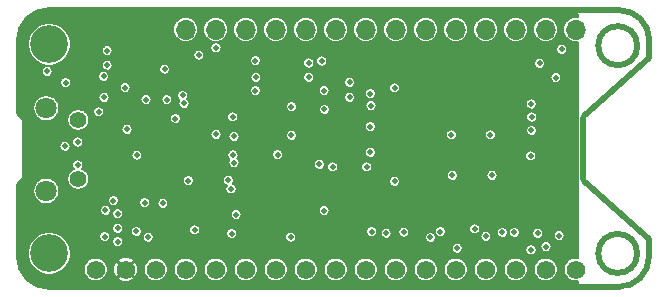
<source format=gbr>
%TF.GenerationSoftware,KiCad,Pcbnew,(6.0.0-rc1-dev-1614-ge850a482d)*%
%TF.CreationDate,2019-02-21T20:22:14-08:00*%
%TF.ProjectId,SAM32,53414d33-322e-46b6-9963-61645f706362,rev?*%
%TF.SameCoordinates,Original*%
%TF.FileFunction,Copper,L3,Inr*%
%TF.FilePolarity,Positive*%
%FSLAX46Y46*%
G04 Gerber Fmt 4.6, Leading zero omitted, Abs format (unit mm)*
G04 Created by KiCad (PCBNEW (6.0.0-rc1-dev-1614-ge850a482d)) date 2019-02-21 20:22:14*
%MOMM*%
%LPD*%
G04 APERTURE LIST*
%ADD10C,0.508000*%
%ADD11C,1.800000*%
%ADD12C,1.408000*%
%ADD13C,1.574800*%
%ADD14O,1.700000X1.700000*%
%ADD15C,3.200000*%
%ADD16C,0.508000*%
%ADD17C,0.127000*%
G04 APERTURE END LIST*
D10*
X109192060Y-106945080D02*
X109192060Y-108498640D01*
X106652060Y-111038640D02*
G75*
G03X109192060Y-108498640I0J2540000D01*
G01*
X103755076Y-102181768D02*
X109192060Y-106945080D01*
X55852060Y-96296067D02*
X56300000Y-96740000D01*
X103758052Y-96469398D02*
X109220013Y-91690000D01*
X103758039Y-96469407D02*
G75*
G03X103628512Y-96721166I160472J-241760D01*
G01*
X103755063Y-102181759D02*
G75*
G02X103625536Y-101930000I160472J241760D01*
G01*
X103625536Y-101930000D02*
X103628512Y-96721166D01*
X55852060Y-102438136D02*
X56300000Y-101994203D01*
X56300000Y-101994203D02*
G75*
G03X56361488Y-101805369I-228511J178835D01*
G01*
X56300000Y-96740000D02*
G75*
G02X56361488Y-96928834I-228511J-178835D01*
G01*
X108205221Y-90615720D02*
G75*
G03X108205221Y-90615720I-1652221J0D01*
G01*
X108205221Y-108205220D02*
G75*
G03X108205221Y-108205220I-1652221J0D01*
G01*
X109220013Y-90136440D02*
X109220013Y-91690000D01*
X55852060Y-90136440D02*
X55852060Y-96296067D01*
X106680013Y-87596440D02*
G75*
G02X109220013Y-90136440I0J-2540000D01*
G01*
X55852060Y-102438136D02*
X55852060Y-108498640D01*
X106680013Y-87596440D02*
X58392060Y-87596440D01*
X58392060Y-111038640D02*
X106652060Y-111038640D01*
X55852060Y-90136440D02*
G75*
G02X58392060Y-87596440I2540000J0D01*
G01*
X56361488Y-96928834D02*
X56361488Y-101805369D01*
X58392060Y-111038640D02*
G75*
G02X55852060Y-108498640I0J2540000D01*
G01*
D11*
X58160920Y-102905440D03*
X58160920Y-95905440D03*
D12*
X60860920Y-101905440D03*
X60860920Y-96905440D03*
D13*
X62357000Y-109565440D03*
X64897000Y-109565440D03*
X67437000Y-109565440D03*
X69977000Y-109565440D03*
X72517000Y-109565440D03*
X75057000Y-109565440D03*
X77597000Y-109565440D03*
X80137000Y-109565440D03*
X82677000Y-109565440D03*
X85217000Y-109565440D03*
X87757000Y-109565440D03*
X90297000Y-109565440D03*
X92837000Y-109565440D03*
X95377000Y-109565440D03*
X97917000Y-109565440D03*
X100457000Y-109565440D03*
X102997000Y-109565440D03*
D14*
X69977000Y-89245440D03*
X72517000Y-89245440D03*
X75057000Y-89245440D03*
X77597000Y-89245440D03*
X80137000Y-89245440D03*
X82677000Y-89245440D03*
X85217000Y-89245440D03*
X87757000Y-89245440D03*
X90297000Y-89245440D03*
X92837000Y-89245440D03*
X95377000Y-89245440D03*
X97917000Y-89245440D03*
X100457000Y-89245440D03*
X102997000Y-89245440D03*
D15*
X58420000Y-108204000D03*
X58420000Y-90487500D03*
D16*
X60832893Y-98765844D03*
X59750000Y-99119999D03*
X99780500Y-106495500D03*
X87655500Y-102090500D03*
X88450500Y-106395500D03*
X99930500Y-92105500D03*
X95758000Y-98171000D03*
X92456000Y-98171000D03*
X99260000Y-96650000D03*
X73579624Y-102008287D03*
X69710300Y-94830900D03*
X60835920Y-100705440D03*
X68376800Y-95189040D03*
X68044200Y-103962200D03*
X63855600Y-103733600D03*
X62616236Y-96215851D03*
X74061082Y-98298000D03*
X73974960Y-99872800D03*
X72542400Y-98120200D03*
X70200900Y-102044456D03*
X63060000Y-94980000D03*
X64840000Y-94160004D03*
X78930000Y-95780000D03*
X83845974Y-93705440D03*
X95909428Y-101594509D03*
X92540458Y-101594509D03*
X68180002Y-92600000D03*
X73944100Y-96647042D03*
X101809998Y-90930000D03*
X65799890Y-106339999D03*
X87655500Y-94187390D03*
X69829680Y-95483680D03*
X58240000Y-92779998D03*
X63320000Y-92260000D03*
X63319996Y-91050000D03*
X78930000Y-98200000D03*
X70730309Y-106209155D03*
X74240000Y-104920000D03*
X73862914Y-106522610D03*
X63180000Y-104550000D03*
X101590000Y-106700000D03*
X99187000Y-98869500D03*
X70844494Y-94810812D03*
X62495289Y-95548075D03*
X64987118Y-102680718D03*
X73924450Y-98905983D03*
X71343900Y-97597000D03*
X61264800Y-94996000D03*
X71247000Y-98298000D03*
X67659625Y-95072202D03*
X66689998Y-96620000D03*
X79631920Y-103775500D03*
X100470000Y-91124054D03*
X85780000Y-104590000D03*
X69270000Y-92590000D03*
X63180000Y-105515000D03*
X83005898Y-105913289D03*
X61041280Y-103515160D03*
X77088074Y-99172497D03*
X71421238Y-106229997D03*
X72575305Y-106355591D03*
X65836800Y-99881978D03*
X65003996Y-97700000D03*
X63020000Y-93210000D03*
X71089998Y-91410000D03*
X75882500Y-91884500D03*
X81480000Y-91910000D03*
X75882500Y-94424500D03*
X69100000Y-96780000D03*
X99186980Y-99949000D03*
X91530000Y-106370000D03*
X99250500Y-97790000D03*
X90694133Y-106854131D03*
X99220000Y-95549996D03*
X92949871Y-107752199D03*
X72540279Y-90802579D03*
X99206060Y-107905440D03*
X101320000Y-93330002D03*
X74062525Y-100516974D03*
X100480000Y-107640000D03*
X66789998Y-106820000D03*
X64210000Y-104850000D03*
X64209994Y-106080000D03*
X64220000Y-107200000D03*
X63113920Y-106776520D03*
X66612912Y-95171314D03*
X75920000Y-93302610D03*
X85598000Y-97472500D03*
X77760000Y-99840000D03*
X81724500Y-96012000D03*
X85661500Y-95694500D03*
X81692500Y-94424500D03*
X85610000Y-94670000D03*
X81692500Y-104584500D03*
X95390000Y-106757390D03*
X86944054Y-106489239D03*
X78870000Y-106819998D03*
X85598000Y-99631500D03*
X81279998Y-100660000D03*
X82420000Y-100879998D03*
X85300000Y-100880000D03*
X73807566Y-102743000D03*
X80390000Y-92080000D03*
X83846060Y-94975440D03*
X80390000Y-93280000D03*
X97790022Y-106426000D03*
X59817100Y-93755718D03*
X85724970Y-106362500D03*
X94450000Y-106130000D03*
X96774000Y-106426000D03*
X66497200Y-103911396D03*
D17*
G36*
X103186500Y-88193047D02*
G01*
X103049360Y-88179540D01*
X102944640Y-88179540D01*
X102788047Y-88194963D01*
X102587124Y-88255912D01*
X102401953Y-88354889D01*
X102239648Y-88488088D01*
X102106449Y-88650393D01*
X102007472Y-88835564D01*
X101946523Y-89036487D01*
X101925943Y-89245440D01*
X101946523Y-89454393D01*
X102007472Y-89655316D01*
X102106449Y-89840487D01*
X102239648Y-90002792D01*
X102401953Y-90135991D01*
X102587124Y-90234968D01*
X102788047Y-90295917D01*
X102944640Y-90311340D01*
X103049360Y-90311340D01*
X103186500Y-90297833D01*
X103186500Y-108580178D01*
X103095816Y-108562140D01*
X102898184Y-108562140D01*
X102704348Y-108600696D01*
X102521759Y-108676327D01*
X102357433Y-108786126D01*
X102217686Y-108925873D01*
X102107887Y-109090199D01*
X102032256Y-109272788D01*
X101993700Y-109466624D01*
X101993700Y-109664256D01*
X102032256Y-109858092D01*
X102107887Y-110040681D01*
X102217686Y-110205007D01*
X102357433Y-110344754D01*
X102521759Y-110454553D01*
X102704348Y-110530184D01*
X102898184Y-110568740D01*
X103095816Y-110568740D01*
X103186500Y-110550702D01*
X103186500Y-110721140D01*
X58407592Y-110721140D01*
X57960669Y-110677319D01*
X57545711Y-110552036D01*
X57162992Y-110348540D01*
X56827083Y-110074581D01*
X56550786Y-109740594D01*
X56344624Y-109359305D01*
X56216446Y-108945231D01*
X56169564Y-108499175D01*
X56169560Y-108498102D01*
X56169560Y-108025149D01*
X56604100Y-108025149D01*
X56604100Y-108382851D01*
X56673884Y-108733678D01*
X56810771Y-109064151D01*
X57009499Y-109361569D01*
X57262431Y-109614501D01*
X57559849Y-109813229D01*
X57890322Y-109950116D01*
X58241149Y-110019900D01*
X58598851Y-110019900D01*
X58949678Y-109950116D01*
X59280151Y-109813229D01*
X59577569Y-109614501D01*
X59725446Y-109466624D01*
X61353700Y-109466624D01*
X61353700Y-109664256D01*
X61392256Y-109858092D01*
X61467887Y-110040681D01*
X61577686Y-110205007D01*
X61717433Y-110344754D01*
X61881759Y-110454553D01*
X62064348Y-110530184D01*
X62258184Y-110568740D01*
X62455816Y-110568740D01*
X62649652Y-110530184D01*
X62832241Y-110454553D01*
X62996567Y-110344754D01*
X63047637Y-110293684D01*
X64222637Y-110293684D01*
X64305644Y-110444191D01*
X64488442Y-110542674D01*
X64686941Y-110603603D01*
X64893513Y-110624635D01*
X65100218Y-110604963D01*
X65299115Y-110545343D01*
X65482557Y-110448066D01*
X65488356Y-110444191D01*
X65571363Y-110293684D01*
X64897000Y-109619322D01*
X64222637Y-110293684D01*
X63047637Y-110293684D01*
X63136314Y-110205007D01*
X63246113Y-110040681D01*
X63321744Y-109858092D01*
X63360300Y-109664256D01*
X63360300Y-109561953D01*
X63837805Y-109561953D01*
X63857477Y-109768658D01*
X63917097Y-109967555D01*
X64014374Y-110150997D01*
X64018249Y-110156796D01*
X64168756Y-110239803D01*
X64843118Y-109565440D01*
X64950882Y-109565440D01*
X65625244Y-110239803D01*
X65775751Y-110156796D01*
X65874234Y-109973998D01*
X65935163Y-109775499D01*
X65956195Y-109568927D01*
X65946459Y-109466624D01*
X66433700Y-109466624D01*
X66433700Y-109664256D01*
X66472256Y-109858092D01*
X66547887Y-110040681D01*
X66657686Y-110205007D01*
X66797433Y-110344754D01*
X66961759Y-110454553D01*
X67144348Y-110530184D01*
X67338184Y-110568740D01*
X67535816Y-110568740D01*
X67729652Y-110530184D01*
X67912241Y-110454553D01*
X68076567Y-110344754D01*
X68216314Y-110205007D01*
X68326113Y-110040681D01*
X68401744Y-109858092D01*
X68440300Y-109664256D01*
X68440300Y-109466624D01*
X68973700Y-109466624D01*
X68973700Y-109664256D01*
X69012256Y-109858092D01*
X69087887Y-110040681D01*
X69197686Y-110205007D01*
X69337433Y-110344754D01*
X69501759Y-110454553D01*
X69684348Y-110530184D01*
X69878184Y-110568740D01*
X70075816Y-110568740D01*
X70269652Y-110530184D01*
X70452241Y-110454553D01*
X70616567Y-110344754D01*
X70756314Y-110205007D01*
X70866113Y-110040681D01*
X70941744Y-109858092D01*
X70980300Y-109664256D01*
X70980300Y-109466624D01*
X71513700Y-109466624D01*
X71513700Y-109664256D01*
X71552256Y-109858092D01*
X71627887Y-110040681D01*
X71737686Y-110205007D01*
X71877433Y-110344754D01*
X72041759Y-110454553D01*
X72224348Y-110530184D01*
X72418184Y-110568740D01*
X72615816Y-110568740D01*
X72809652Y-110530184D01*
X72992241Y-110454553D01*
X73156567Y-110344754D01*
X73296314Y-110205007D01*
X73406113Y-110040681D01*
X73481744Y-109858092D01*
X73520300Y-109664256D01*
X73520300Y-109466624D01*
X74053700Y-109466624D01*
X74053700Y-109664256D01*
X74092256Y-109858092D01*
X74167887Y-110040681D01*
X74277686Y-110205007D01*
X74417433Y-110344754D01*
X74581759Y-110454553D01*
X74764348Y-110530184D01*
X74958184Y-110568740D01*
X75155816Y-110568740D01*
X75349652Y-110530184D01*
X75532241Y-110454553D01*
X75696567Y-110344754D01*
X75836314Y-110205007D01*
X75946113Y-110040681D01*
X76021744Y-109858092D01*
X76060300Y-109664256D01*
X76060300Y-109466624D01*
X76593700Y-109466624D01*
X76593700Y-109664256D01*
X76632256Y-109858092D01*
X76707887Y-110040681D01*
X76817686Y-110205007D01*
X76957433Y-110344754D01*
X77121759Y-110454553D01*
X77304348Y-110530184D01*
X77498184Y-110568740D01*
X77695816Y-110568740D01*
X77889652Y-110530184D01*
X78072241Y-110454553D01*
X78236567Y-110344754D01*
X78376314Y-110205007D01*
X78486113Y-110040681D01*
X78561744Y-109858092D01*
X78600300Y-109664256D01*
X78600300Y-109466624D01*
X79133700Y-109466624D01*
X79133700Y-109664256D01*
X79172256Y-109858092D01*
X79247887Y-110040681D01*
X79357686Y-110205007D01*
X79497433Y-110344754D01*
X79661759Y-110454553D01*
X79844348Y-110530184D01*
X80038184Y-110568740D01*
X80235816Y-110568740D01*
X80429652Y-110530184D01*
X80612241Y-110454553D01*
X80776567Y-110344754D01*
X80916314Y-110205007D01*
X81026113Y-110040681D01*
X81101744Y-109858092D01*
X81140300Y-109664256D01*
X81140300Y-109466624D01*
X81673700Y-109466624D01*
X81673700Y-109664256D01*
X81712256Y-109858092D01*
X81787887Y-110040681D01*
X81897686Y-110205007D01*
X82037433Y-110344754D01*
X82201759Y-110454553D01*
X82384348Y-110530184D01*
X82578184Y-110568740D01*
X82775816Y-110568740D01*
X82969652Y-110530184D01*
X83152241Y-110454553D01*
X83316567Y-110344754D01*
X83456314Y-110205007D01*
X83566113Y-110040681D01*
X83641744Y-109858092D01*
X83680300Y-109664256D01*
X83680300Y-109466624D01*
X84213700Y-109466624D01*
X84213700Y-109664256D01*
X84252256Y-109858092D01*
X84327887Y-110040681D01*
X84437686Y-110205007D01*
X84577433Y-110344754D01*
X84741759Y-110454553D01*
X84924348Y-110530184D01*
X85118184Y-110568740D01*
X85315816Y-110568740D01*
X85509652Y-110530184D01*
X85692241Y-110454553D01*
X85856567Y-110344754D01*
X85996314Y-110205007D01*
X86106113Y-110040681D01*
X86181744Y-109858092D01*
X86220300Y-109664256D01*
X86220300Y-109466624D01*
X86753700Y-109466624D01*
X86753700Y-109664256D01*
X86792256Y-109858092D01*
X86867887Y-110040681D01*
X86977686Y-110205007D01*
X87117433Y-110344754D01*
X87281759Y-110454553D01*
X87464348Y-110530184D01*
X87658184Y-110568740D01*
X87855816Y-110568740D01*
X88049652Y-110530184D01*
X88232241Y-110454553D01*
X88396567Y-110344754D01*
X88536314Y-110205007D01*
X88646113Y-110040681D01*
X88721744Y-109858092D01*
X88760300Y-109664256D01*
X88760300Y-109466624D01*
X89293700Y-109466624D01*
X89293700Y-109664256D01*
X89332256Y-109858092D01*
X89407887Y-110040681D01*
X89517686Y-110205007D01*
X89657433Y-110344754D01*
X89821759Y-110454553D01*
X90004348Y-110530184D01*
X90198184Y-110568740D01*
X90395816Y-110568740D01*
X90589652Y-110530184D01*
X90772241Y-110454553D01*
X90936567Y-110344754D01*
X91076314Y-110205007D01*
X91186113Y-110040681D01*
X91261744Y-109858092D01*
X91300300Y-109664256D01*
X91300300Y-109466624D01*
X91833700Y-109466624D01*
X91833700Y-109664256D01*
X91872256Y-109858092D01*
X91947887Y-110040681D01*
X92057686Y-110205007D01*
X92197433Y-110344754D01*
X92361759Y-110454553D01*
X92544348Y-110530184D01*
X92738184Y-110568740D01*
X92935816Y-110568740D01*
X93129652Y-110530184D01*
X93312241Y-110454553D01*
X93476567Y-110344754D01*
X93616314Y-110205007D01*
X93726113Y-110040681D01*
X93801744Y-109858092D01*
X93840300Y-109664256D01*
X93840300Y-109466624D01*
X94373700Y-109466624D01*
X94373700Y-109664256D01*
X94412256Y-109858092D01*
X94487887Y-110040681D01*
X94597686Y-110205007D01*
X94737433Y-110344754D01*
X94901759Y-110454553D01*
X95084348Y-110530184D01*
X95278184Y-110568740D01*
X95475816Y-110568740D01*
X95669652Y-110530184D01*
X95852241Y-110454553D01*
X96016567Y-110344754D01*
X96156314Y-110205007D01*
X96266113Y-110040681D01*
X96341744Y-109858092D01*
X96380300Y-109664256D01*
X96380300Y-109466624D01*
X96913700Y-109466624D01*
X96913700Y-109664256D01*
X96952256Y-109858092D01*
X97027887Y-110040681D01*
X97137686Y-110205007D01*
X97277433Y-110344754D01*
X97441759Y-110454553D01*
X97624348Y-110530184D01*
X97818184Y-110568740D01*
X98015816Y-110568740D01*
X98209652Y-110530184D01*
X98392241Y-110454553D01*
X98556567Y-110344754D01*
X98696314Y-110205007D01*
X98806113Y-110040681D01*
X98881744Y-109858092D01*
X98920300Y-109664256D01*
X98920300Y-109466624D01*
X99453700Y-109466624D01*
X99453700Y-109664256D01*
X99492256Y-109858092D01*
X99567887Y-110040681D01*
X99677686Y-110205007D01*
X99817433Y-110344754D01*
X99981759Y-110454553D01*
X100164348Y-110530184D01*
X100358184Y-110568740D01*
X100555816Y-110568740D01*
X100749652Y-110530184D01*
X100932241Y-110454553D01*
X101096567Y-110344754D01*
X101236314Y-110205007D01*
X101346113Y-110040681D01*
X101421744Y-109858092D01*
X101460300Y-109664256D01*
X101460300Y-109466624D01*
X101421744Y-109272788D01*
X101346113Y-109090199D01*
X101236314Y-108925873D01*
X101096567Y-108786126D01*
X100932241Y-108676327D01*
X100749652Y-108600696D01*
X100555816Y-108562140D01*
X100358184Y-108562140D01*
X100164348Y-108600696D01*
X99981759Y-108676327D01*
X99817433Y-108786126D01*
X99677686Y-108925873D01*
X99567887Y-109090199D01*
X99492256Y-109272788D01*
X99453700Y-109466624D01*
X98920300Y-109466624D01*
X98881744Y-109272788D01*
X98806113Y-109090199D01*
X98696314Y-108925873D01*
X98556567Y-108786126D01*
X98392241Y-108676327D01*
X98209652Y-108600696D01*
X98015816Y-108562140D01*
X97818184Y-108562140D01*
X97624348Y-108600696D01*
X97441759Y-108676327D01*
X97277433Y-108786126D01*
X97137686Y-108925873D01*
X97027887Y-109090199D01*
X96952256Y-109272788D01*
X96913700Y-109466624D01*
X96380300Y-109466624D01*
X96341744Y-109272788D01*
X96266113Y-109090199D01*
X96156314Y-108925873D01*
X96016567Y-108786126D01*
X95852241Y-108676327D01*
X95669652Y-108600696D01*
X95475816Y-108562140D01*
X95278184Y-108562140D01*
X95084348Y-108600696D01*
X94901759Y-108676327D01*
X94737433Y-108786126D01*
X94597686Y-108925873D01*
X94487887Y-109090199D01*
X94412256Y-109272788D01*
X94373700Y-109466624D01*
X93840300Y-109466624D01*
X93801744Y-109272788D01*
X93726113Y-109090199D01*
X93616314Y-108925873D01*
X93476567Y-108786126D01*
X93312241Y-108676327D01*
X93129652Y-108600696D01*
X92935816Y-108562140D01*
X92738184Y-108562140D01*
X92544348Y-108600696D01*
X92361759Y-108676327D01*
X92197433Y-108786126D01*
X92057686Y-108925873D01*
X91947887Y-109090199D01*
X91872256Y-109272788D01*
X91833700Y-109466624D01*
X91300300Y-109466624D01*
X91261744Y-109272788D01*
X91186113Y-109090199D01*
X91076314Y-108925873D01*
X90936567Y-108786126D01*
X90772241Y-108676327D01*
X90589652Y-108600696D01*
X90395816Y-108562140D01*
X90198184Y-108562140D01*
X90004348Y-108600696D01*
X89821759Y-108676327D01*
X89657433Y-108786126D01*
X89517686Y-108925873D01*
X89407887Y-109090199D01*
X89332256Y-109272788D01*
X89293700Y-109466624D01*
X88760300Y-109466624D01*
X88721744Y-109272788D01*
X88646113Y-109090199D01*
X88536314Y-108925873D01*
X88396567Y-108786126D01*
X88232241Y-108676327D01*
X88049652Y-108600696D01*
X87855816Y-108562140D01*
X87658184Y-108562140D01*
X87464348Y-108600696D01*
X87281759Y-108676327D01*
X87117433Y-108786126D01*
X86977686Y-108925873D01*
X86867887Y-109090199D01*
X86792256Y-109272788D01*
X86753700Y-109466624D01*
X86220300Y-109466624D01*
X86181744Y-109272788D01*
X86106113Y-109090199D01*
X85996314Y-108925873D01*
X85856567Y-108786126D01*
X85692241Y-108676327D01*
X85509652Y-108600696D01*
X85315816Y-108562140D01*
X85118184Y-108562140D01*
X84924348Y-108600696D01*
X84741759Y-108676327D01*
X84577433Y-108786126D01*
X84437686Y-108925873D01*
X84327887Y-109090199D01*
X84252256Y-109272788D01*
X84213700Y-109466624D01*
X83680300Y-109466624D01*
X83641744Y-109272788D01*
X83566113Y-109090199D01*
X83456314Y-108925873D01*
X83316567Y-108786126D01*
X83152241Y-108676327D01*
X82969652Y-108600696D01*
X82775816Y-108562140D01*
X82578184Y-108562140D01*
X82384348Y-108600696D01*
X82201759Y-108676327D01*
X82037433Y-108786126D01*
X81897686Y-108925873D01*
X81787887Y-109090199D01*
X81712256Y-109272788D01*
X81673700Y-109466624D01*
X81140300Y-109466624D01*
X81101744Y-109272788D01*
X81026113Y-109090199D01*
X80916314Y-108925873D01*
X80776567Y-108786126D01*
X80612241Y-108676327D01*
X80429652Y-108600696D01*
X80235816Y-108562140D01*
X80038184Y-108562140D01*
X79844348Y-108600696D01*
X79661759Y-108676327D01*
X79497433Y-108786126D01*
X79357686Y-108925873D01*
X79247887Y-109090199D01*
X79172256Y-109272788D01*
X79133700Y-109466624D01*
X78600300Y-109466624D01*
X78561744Y-109272788D01*
X78486113Y-109090199D01*
X78376314Y-108925873D01*
X78236567Y-108786126D01*
X78072241Y-108676327D01*
X77889652Y-108600696D01*
X77695816Y-108562140D01*
X77498184Y-108562140D01*
X77304348Y-108600696D01*
X77121759Y-108676327D01*
X76957433Y-108786126D01*
X76817686Y-108925873D01*
X76707887Y-109090199D01*
X76632256Y-109272788D01*
X76593700Y-109466624D01*
X76060300Y-109466624D01*
X76021744Y-109272788D01*
X75946113Y-109090199D01*
X75836314Y-108925873D01*
X75696567Y-108786126D01*
X75532241Y-108676327D01*
X75349652Y-108600696D01*
X75155816Y-108562140D01*
X74958184Y-108562140D01*
X74764348Y-108600696D01*
X74581759Y-108676327D01*
X74417433Y-108786126D01*
X74277686Y-108925873D01*
X74167887Y-109090199D01*
X74092256Y-109272788D01*
X74053700Y-109466624D01*
X73520300Y-109466624D01*
X73481744Y-109272788D01*
X73406113Y-109090199D01*
X73296314Y-108925873D01*
X73156567Y-108786126D01*
X72992241Y-108676327D01*
X72809652Y-108600696D01*
X72615816Y-108562140D01*
X72418184Y-108562140D01*
X72224348Y-108600696D01*
X72041759Y-108676327D01*
X71877433Y-108786126D01*
X71737686Y-108925873D01*
X71627887Y-109090199D01*
X71552256Y-109272788D01*
X71513700Y-109466624D01*
X70980300Y-109466624D01*
X70941744Y-109272788D01*
X70866113Y-109090199D01*
X70756314Y-108925873D01*
X70616567Y-108786126D01*
X70452241Y-108676327D01*
X70269652Y-108600696D01*
X70075816Y-108562140D01*
X69878184Y-108562140D01*
X69684348Y-108600696D01*
X69501759Y-108676327D01*
X69337433Y-108786126D01*
X69197686Y-108925873D01*
X69087887Y-109090199D01*
X69012256Y-109272788D01*
X68973700Y-109466624D01*
X68440300Y-109466624D01*
X68401744Y-109272788D01*
X68326113Y-109090199D01*
X68216314Y-108925873D01*
X68076567Y-108786126D01*
X67912241Y-108676327D01*
X67729652Y-108600696D01*
X67535816Y-108562140D01*
X67338184Y-108562140D01*
X67144348Y-108600696D01*
X66961759Y-108676327D01*
X66797433Y-108786126D01*
X66657686Y-108925873D01*
X66547887Y-109090199D01*
X66472256Y-109272788D01*
X66433700Y-109466624D01*
X65946459Y-109466624D01*
X65936523Y-109362222D01*
X65876903Y-109163325D01*
X65779626Y-108979883D01*
X65775751Y-108974084D01*
X65625244Y-108891077D01*
X64950882Y-109565440D01*
X64843118Y-109565440D01*
X64168756Y-108891077D01*
X64018249Y-108974084D01*
X63919766Y-109156882D01*
X63858837Y-109355381D01*
X63837805Y-109561953D01*
X63360300Y-109561953D01*
X63360300Y-109466624D01*
X63321744Y-109272788D01*
X63246113Y-109090199D01*
X63136314Y-108925873D01*
X63047637Y-108837196D01*
X64222637Y-108837196D01*
X64897000Y-109511558D01*
X65571363Y-108837196D01*
X65488356Y-108686689D01*
X65305558Y-108588206D01*
X65107059Y-108527277D01*
X64900487Y-108506245D01*
X64693782Y-108525917D01*
X64494885Y-108585537D01*
X64311443Y-108682814D01*
X64305644Y-108686689D01*
X64222637Y-108837196D01*
X63047637Y-108837196D01*
X62996567Y-108786126D01*
X62832241Y-108676327D01*
X62649652Y-108600696D01*
X62455816Y-108562140D01*
X62258184Y-108562140D01*
X62064348Y-108600696D01*
X61881759Y-108676327D01*
X61717433Y-108786126D01*
X61577686Y-108925873D01*
X61467887Y-109090199D01*
X61392256Y-109272788D01*
X61353700Y-109466624D01*
X59725446Y-109466624D01*
X59830501Y-109361569D01*
X60029229Y-109064151D01*
X60166116Y-108733678D01*
X60235900Y-108382851D01*
X60235900Y-108025149D01*
X60172401Y-107705918D01*
X92479971Y-107705918D01*
X92479971Y-107798480D01*
X92498029Y-107889264D01*
X92533451Y-107974780D01*
X92584876Y-108051743D01*
X92650327Y-108117194D01*
X92727290Y-108168619D01*
X92812806Y-108204041D01*
X92903590Y-108222099D01*
X92996152Y-108222099D01*
X93086936Y-108204041D01*
X93172452Y-108168619D01*
X93249415Y-108117194D01*
X93314866Y-108051743D01*
X93366291Y-107974780D01*
X93401713Y-107889264D01*
X93407701Y-107859159D01*
X98736160Y-107859159D01*
X98736160Y-107951721D01*
X98754218Y-108042505D01*
X98789640Y-108128021D01*
X98841065Y-108204984D01*
X98906516Y-108270435D01*
X98983479Y-108321860D01*
X99068995Y-108357282D01*
X99159779Y-108375340D01*
X99252341Y-108375340D01*
X99343125Y-108357282D01*
X99428641Y-108321860D01*
X99505604Y-108270435D01*
X99571055Y-108204984D01*
X99622480Y-108128021D01*
X99657902Y-108042505D01*
X99675960Y-107951721D01*
X99675960Y-107859159D01*
X99657902Y-107768375D01*
X99622480Y-107682859D01*
X99571055Y-107605896D01*
X99558878Y-107593719D01*
X100010100Y-107593719D01*
X100010100Y-107686281D01*
X100028158Y-107777065D01*
X100063580Y-107862581D01*
X100115005Y-107939544D01*
X100180456Y-108004995D01*
X100257419Y-108056420D01*
X100342935Y-108091842D01*
X100433719Y-108109900D01*
X100526281Y-108109900D01*
X100617065Y-108091842D01*
X100702581Y-108056420D01*
X100779544Y-108004995D01*
X100844995Y-107939544D01*
X100896420Y-107862581D01*
X100931842Y-107777065D01*
X100949900Y-107686281D01*
X100949900Y-107593719D01*
X100931842Y-107502935D01*
X100896420Y-107417419D01*
X100844995Y-107340456D01*
X100779544Y-107275005D01*
X100702581Y-107223580D01*
X100617065Y-107188158D01*
X100526281Y-107170100D01*
X100433719Y-107170100D01*
X100342935Y-107188158D01*
X100257419Y-107223580D01*
X100180456Y-107275005D01*
X100115005Y-107340456D01*
X100063580Y-107417419D01*
X100028158Y-107502935D01*
X100010100Y-107593719D01*
X99558878Y-107593719D01*
X99505604Y-107540445D01*
X99428641Y-107489020D01*
X99343125Y-107453598D01*
X99252341Y-107435540D01*
X99159779Y-107435540D01*
X99068995Y-107453598D01*
X98983479Y-107489020D01*
X98906516Y-107540445D01*
X98841065Y-107605896D01*
X98789640Y-107682859D01*
X98754218Y-107768375D01*
X98736160Y-107859159D01*
X93407701Y-107859159D01*
X93419771Y-107798480D01*
X93419771Y-107705918D01*
X93401713Y-107615134D01*
X93366291Y-107529618D01*
X93314866Y-107452655D01*
X93249415Y-107387204D01*
X93172452Y-107335779D01*
X93086936Y-107300357D01*
X92996152Y-107282299D01*
X92903590Y-107282299D01*
X92812806Y-107300357D01*
X92727290Y-107335779D01*
X92650327Y-107387204D01*
X92584876Y-107452655D01*
X92533451Y-107529618D01*
X92498029Y-107615134D01*
X92479971Y-107705918D01*
X60172401Y-107705918D01*
X60166116Y-107674322D01*
X60029229Y-107343849D01*
X59830501Y-107046431D01*
X59577569Y-106793499D01*
X59482894Y-106730239D01*
X62644020Y-106730239D01*
X62644020Y-106822801D01*
X62662078Y-106913585D01*
X62697500Y-106999101D01*
X62748925Y-107076064D01*
X62814376Y-107141515D01*
X62891339Y-107192940D01*
X62976855Y-107228362D01*
X63067639Y-107246420D01*
X63160201Y-107246420D01*
X63250985Y-107228362D01*
X63336501Y-107192940D01*
X63395199Y-107153719D01*
X63750100Y-107153719D01*
X63750100Y-107246281D01*
X63768158Y-107337065D01*
X63803580Y-107422581D01*
X63855005Y-107499544D01*
X63920456Y-107564995D01*
X63997419Y-107616420D01*
X64082935Y-107651842D01*
X64173719Y-107669900D01*
X64266281Y-107669900D01*
X64357065Y-107651842D01*
X64442581Y-107616420D01*
X64519544Y-107564995D01*
X64584995Y-107499544D01*
X64636420Y-107422581D01*
X64671842Y-107337065D01*
X64689900Y-107246281D01*
X64689900Y-107153719D01*
X64671842Y-107062935D01*
X64636420Y-106977419D01*
X64584995Y-106900456D01*
X64519544Y-106835005D01*
X64442581Y-106783580D01*
X64357065Y-106748158D01*
X64266281Y-106730100D01*
X64173719Y-106730100D01*
X64082935Y-106748158D01*
X63997419Y-106783580D01*
X63920456Y-106835005D01*
X63855005Y-106900456D01*
X63803580Y-106977419D01*
X63768158Y-107062935D01*
X63750100Y-107153719D01*
X63395199Y-107153719D01*
X63413464Y-107141515D01*
X63478915Y-107076064D01*
X63530340Y-106999101D01*
X63565762Y-106913585D01*
X63583820Y-106822801D01*
X63583820Y-106730239D01*
X63565762Y-106639455D01*
X63530340Y-106553939D01*
X63478915Y-106476976D01*
X63413464Y-106411525D01*
X63336501Y-106360100D01*
X63250985Y-106324678D01*
X63160201Y-106306620D01*
X63067639Y-106306620D01*
X62976855Y-106324678D01*
X62891339Y-106360100D01*
X62814376Y-106411525D01*
X62748925Y-106476976D01*
X62697500Y-106553939D01*
X62662078Y-106639455D01*
X62644020Y-106730239D01*
X59482894Y-106730239D01*
X59280151Y-106594771D01*
X58949678Y-106457884D01*
X58598851Y-106388100D01*
X58241149Y-106388100D01*
X57890322Y-106457884D01*
X57559849Y-106594771D01*
X57262431Y-106793499D01*
X57009499Y-107046431D01*
X56810771Y-107343849D01*
X56673884Y-107674322D01*
X56604100Y-108025149D01*
X56169560Y-108025149D01*
X56169560Y-106033719D01*
X63740094Y-106033719D01*
X63740094Y-106126281D01*
X63758152Y-106217065D01*
X63793574Y-106302581D01*
X63844999Y-106379544D01*
X63910450Y-106444995D01*
X63987413Y-106496420D01*
X64072929Y-106531842D01*
X64163713Y-106549900D01*
X64256275Y-106549900D01*
X64347059Y-106531842D01*
X64432575Y-106496420D01*
X64509538Y-106444995D01*
X64574989Y-106379544D01*
X64626414Y-106302581D01*
X64630085Y-106293718D01*
X65329990Y-106293718D01*
X65329990Y-106386280D01*
X65348048Y-106477064D01*
X65383470Y-106562580D01*
X65434895Y-106639543D01*
X65500346Y-106704994D01*
X65577309Y-106756419D01*
X65662825Y-106791841D01*
X65753609Y-106809899D01*
X65846171Y-106809899D01*
X65936955Y-106791841D01*
X65980705Y-106773719D01*
X66320098Y-106773719D01*
X66320098Y-106866281D01*
X66338156Y-106957065D01*
X66373578Y-107042581D01*
X66425003Y-107119544D01*
X66490454Y-107184995D01*
X66567417Y-107236420D01*
X66652933Y-107271842D01*
X66743717Y-107289900D01*
X66836279Y-107289900D01*
X66927063Y-107271842D01*
X67012579Y-107236420D01*
X67089542Y-107184995D01*
X67154993Y-107119544D01*
X67206418Y-107042581D01*
X67241840Y-106957065D01*
X67259898Y-106866281D01*
X67259898Y-106773719D01*
X67241840Y-106682935D01*
X67206418Y-106597419D01*
X67154993Y-106520456D01*
X67089542Y-106455005D01*
X67012579Y-106403580D01*
X66927063Y-106368158D01*
X66836279Y-106350100D01*
X66743717Y-106350100D01*
X66652933Y-106368158D01*
X66567417Y-106403580D01*
X66490454Y-106455005D01*
X66425003Y-106520456D01*
X66373578Y-106597419D01*
X66338156Y-106682935D01*
X66320098Y-106773719D01*
X65980705Y-106773719D01*
X66022471Y-106756419D01*
X66099434Y-106704994D01*
X66164885Y-106639543D01*
X66216310Y-106562580D01*
X66251732Y-106477064D01*
X66269790Y-106386280D01*
X66269790Y-106293718D01*
X66251732Y-106202934D01*
X66235139Y-106162874D01*
X70260409Y-106162874D01*
X70260409Y-106255436D01*
X70278467Y-106346220D01*
X70313889Y-106431736D01*
X70365314Y-106508699D01*
X70430765Y-106574150D01*
X70507728Y-106625575D01*
X70593244Y-106660997D01*
X70684028Y-106679055D01*
X70776590Y-106679055D01*
X70867374Y-106660997D01*
X70952890Y-106625575D01*
X71029853Y-106574150D01*
X71095304Y-106508699D01*
X71116932Y-106476329D01*
X73393014Y-106476329D01*
X73393014Y-106568891D01*
X73411072Y-106659675D01*
X73446494Y-106745191D01*
X73497919Y-106822154D01*
X73563370Y-106887605D01*
X73640333Y-106939030D01*
X73725849Y-106974452D01*
X73816633Y-106992510D01*
X73909195Y-106992510D01*
X73999979Y-106974452D01*
X74085495Y-106939030D01*
X74162458Y-106887605D01*
X74227909Y-106822154D01*
X74260273Y-106773717D01*
X78400100Y-106773717D01*
X78400100Y-106866279D01*
X78418158Y-106957063D01*
X78453580Y-107042579D01*
X78505005Y-107119542D01*
X78570456Y-107184993D01*
X78647419Y-107236418D01*
X78732935Y-107271840D01*
X78823719Y-107289898D01*
X78916281Y-107289898D01*
X79007065Y-107271840D01*
X79092581Y-107236418D01*
X79169544Y-107184993D01*
X79234995Y-107119542D01*
X79286420Y-107042579D01*
X79321842Y-106957063D01*
X79339900Y-106866279D01*
X79339900Y-106773717D01*
X79321842Y-106682933D01*
X79286420Y-106597417D01*
X79234995Y-106520454D01*
X79169544Y-106455003D01*
X79092581Y-106403578D01*
X79007065Y-106368156D01*
X78916281Y-106350098D01*
X78823719Y-106350098D01*
X78732935Y-106368156D01*
X78647419Y-106403578D01*
X78570456Y-106455003D01*
X78505005Y-106520454D01*
X78453580Y-106597417D01*
X78418158Y-106682933D01*
X78400100Y-106773717D01*
X74260273Y-106773717D01*
X74279334Y-106745191D01*
X74314756Y-106659675D01*
X74332814Y-106568891D01*
X74332814Y-106476329D01*
X74314756Y-106385545D01*
X74286041Y-106316219D01*
X85255070Y-106316219D01*
X85255070Y-106408781D01*
X85273128Y-106499565D01*
X85308550Y-106585081D01*
X85359975Y-106662044D01*
X85425426Y-106727495D01*
X85502389Y-106778920D01*
X85587905Y-106814342D01*
X85678689Y-106832400D01*
X85771251Y-106832400D01*
X85862035Y-106814342D01*
X85947551Y-106778920D01*
X86024514Y-106727495D01*
X86089965Y-106662044D01*
X86141390Y-106585081D01*
X86176812Y-106499565D01*
X86188071Y-106442958D01*
X86474154Y-106442958D01*
X86474154Y-106535520D01*
X86492212Y-106626304D01*
X86527634Y-106711820D01*
X86579059Y-106788783D01*
X86644510Y-106854234D01*
X86721473Y-106905659D01*
X86806989Y-106941081D01*
X86897773Y-106959139D01*
X86990335Y-106959139D01*
X87081119Y-106941081D01*
X87166635Y-106905659D01*
X87243598Y-106854234D01*
X87309049Y-106788783D01*
X87360474Y-106711820D01*
X87395896Y-106626304D01*
X87413954Y-106535520D01*
X87413954Y-106442958D01*
X87395896Y-106352174D01*
X87394672Y-106349219D01*
X87980600Y-106349219D01*
X87980600Y-106441781D01*
X87998658Y-106532565D01*
X88034080Y-106618081D01*
X88085505Y-106695044D01*
X88150956Y-106760495D01*
X88227919Y-106811920D01*
X88313435Y-106847342D01*
X88404219Y-106865400D01*
X88496781Y-106865400D01*
X88587565Y-106847342D01*
X88673081Y-106811920D01*
X88679172Y-106807850D01*
X90224233Y-106807850D01*
X90224233Y-106900412D01*
X90242291Y-106991196D01*
X90277713Y-107076712D01*
X90329138Y-107153675D01*
X90394589Y-107219126D01*
X90471552Y-107270551D01*
X90557068Y-107305973D01*
X90647852Y-107324031D01*
X90740414Y-107324031D01*
X90831198Y-107305973D01*
X90916714Y-107270551D01*
X90993677Y-107219126D01*
X91059128Y-107153675D01*
X91110553Y-107076712D01*
X91145975Y-106991196D01*
X91164033Y-106900412D01*
X91164033Y-106807850D01*
X91145975Y-106717066D01*
X91110553Y-106631550D01*
X91059128Y-106554587D01*
X90993677Y-106489136D01*
X90916714Y-106437711D01*
X90831198Y-106402289D01*
X90740414Y-106384231D01*
X90647852Y-106384231D01*
X90557068Y-106402289D01*
X90471552Y-106437711D01*
X90394589Y-106489136D01*
X90329138Y-106554587D01*
X90277713Y-106631550D01*
X90242291Y-106717066D01*
X90224233Y-106807850D01*
X88679172Y-106807850D01*
X88750044Y-106760495D01*
X88815495Y-106695044D01*
X88866920Y-106618081D01*
X88902342Y-106532565D01*
X88920400Y-106441781D01*
X88920400Y-106349219D01*
X88915328Y-106323719D01*
X91060100Y-106323719D01*
X91060100Y-106416281D01*
X91078158Y-106507065D01*
X91113580Y-106592581D01*
X91165005Y-106669544D01*
X91230456Y-106734995D01*
X91307419Y-106786420D01*
X91392935Y-106821842D01*
X91483719Y-106839900D01*
X91576281Y-106839900D01*
X91667065Y-106821842D01*
X91752581Y-106786420D01*
X91829544Y-106734995D01*
X91853430Y-106711109D01*
X94920100Y-106711109D01*
X94920100Y-106803671D01*
X94938158Y-106894455D01*
X94973580Y-106979971D01*
X95025005Y-107056934D01*
X95090456Y-107122385D01*
X95167419Y-107173810D01*
X95252935Y-107209232D01*
X95343719Y-107227290D01*
X95436281Y-107227290D01*
X95527065Y-107209232D01*
X95612581Y-107173810D01*
X95689544Y-107122385D01*
X95754995Y-107056934D01*
X95806420Y-106979971D01*
X95841842Y-106894455D01*
X95859900Y-106803671D01*
X95859900Y-106711109D01*
X95841842Y-106620325D01*
X95806420Y-106534809D01*
X95754995Y-106457846D01*
X95689544Y-106392395D01*
X95670574Y-106379719D01*
X96304100Y-106379719D01*
X96304100Y-106472281D01*
X96322158Y-106563065D01*
X96357580Y-106648581D01*
X96409005Y-106725544D01*
X96474456Y-106790995D01*
X96551419Y-106842420D01*
X96636935Y-106877842D01*
X96727719Y-106895900D01*
X96820281Y-106895900D01*
X96911065Y-106877842D01*
X96996581Y-106842420D01*
X97073544Y-106790995D01*
X97138995Y-106725544D01*
X97190420Y-106648581D01*
X97225842Y-106563065D01*
X97243900Y-106472281D01*
X97243900Y-106379719D01*
X97320122Y-106379719D01*
X97320122Y-106472281D01*
X97338180Y-106563065D01*
X97373602Y-106648581D01*
X97425027Y-106725544D01*
X97490478Y-106790995D01*
X97567441Y-106842420D01*
X97652957Y-106877842D01*
X97743741Y-106895900D01*
X97836303Y-106895900D01*
X97927087Y-106877842D01*
X98012603Y-106842420D01*
X98089566Y-106790995D01*
X98155017Y-106725544D01*
X98206442Y-106648581D01*
X98241864Y-106563065D01*
X98259922Y-106472281D01*
X98259922Y-106449219D01*
X99310600Y-106449219D01*
X99310600Y-106541781D01*
X99328658Y-106632565D01*
X99364080Y-106718081D01*
X99415505Y-106795044D01*
X99480956Y-106860495D01*
X99557919Y-106911920D01*
X99643435Y-106947342D01*
X99734219Y-106965400D01*
X99826781Y-106965400D01*
X99917565Y-106947342D01*
X100003081Y-106911920D01*
X100080044Y-106860495D01*
X100145495Y-106795044D01*
X100196920Y-106718081D01*
X100223579Y-106653719D01*
X101120100Y-106653719D01*
X101120100Y-106746281D01*
X101138158Y-106837065D01*
X101173580Y-106922581D01*
X101225005Y-106999544D01*
X101290456Y-107064995D01*
X101367419Y-107116420D01*
X101452935Y-107151842D01*
X101543719Y-107169900D01*
X101636281Y-107169900D01*
X101727065Y-107151842D01*
X101812581Y-107116420D01*
X101889544Y-107064995D01*
X101954995Y-106999544D01*
X102006420Y-106922581D01*
X102041842Y-106837065D01*
X102059900Y-106746281D01*
X102059900Y-106653719D01*
X102041842Y-106562935D01*
X102006420Y-106477419D01*
X101954995Y-106400456D01*
X101889544Y-106335005D01*
X101812581Y-106283580D01*
X101727065Y-106248158D01*
X101636281Y-106230100D01*
X101543719Y-106230100D01*
X101452935Y-106248158D01*
X101367419Y-106283580D01*
X101290456Y-106335005D01*
X101225005Y-106400456D01*
X101173580Y-106477419D01*
X101138158Y-106562935D01*
X101120100Y-106653719D01*
X100223579Y-106653719D01*
X100232342Y-106632565D01*
X100250400Y-106541781D01*
X100250400Y-106449219D01*
X100232342Y-106358435D01*
X100196920Y-106272919D01*
X100145495Y-106195956D01*
X100080044Y-106130505D01*
X100003081Y-106079080D01*
X99917565Y-106043658D01*
X99826781Y-106025600D01*
X99734219Y-106025600D01*
X99643435Y-106043658D01*
X99557919Y-106079080D01*
X99480956Y-106130505D01*
X99415505Y-106195956D01*
X99364080Y-106272919D01*
X99328658Y-106358435D01*
X99310600Y-106449219D01*
X98259922Y-106449219D01*
X98259922Y-106379719D01*
X98241864Y-106288935D01*
X98206442Y-106203419D01*
X98155017Y-106126456D01*
X98089566Y-106061005D01*
X98012603Y-106009580D01*
X97927087Y-105974158D01*
X97836303Y-105956100D01*
X97743741Y-105956100D01*
X97652957Y-105974158D01*
X97567441Y-106009580D01*
X97490478Y-106061005D01*
X97425027Y-106126456D01*
X97373602Y-106203419D01*
X97338180Y-106288935D01*
X97320122Y-106379719D01*
X97243900Y-106379719D01*
X97225842Y-106288935D01*
X97190420Y-106203419D01*
X97138995Y-106126456D01*
X97073544Y-106061005D01*
X96996581Y-106009580D01*
X96911065Y-105974158D01*
X96820281Y-105956100D01*
X96727719Y-105956100D01*
X96636935Y-105974158D01*
X96551419Y-106009580D01*
X96474456Y-106061005D01*
X96409005Y-106126456D01*
X96357580Y-106203419D01*
X96322158Y-106288935D01*
X96304100Y-106379719D01*
X95670574Y-106379719D01*
X95612581Y-106340970D01*
X95527065Y-106305548D01*
X95436281Y-106287490D01*
X95343719Y-106287490D01*
X95252935Y-106305548D01*
X95167419Y-106340970D01*
X95090456Y-106392395D01*
X95025005Y-106457846D01*
X94973580Y-106534809D01*
X94938158Y-106620325D01*
X94920100Y-106711109D01*
X91853430Y-106711109D01*
X91894995Y-106669544D01*
X91946420Y-106592581D01*
X91981842Y-106507065D01*
X91999900Y-106416281D01*
X91999900Y-106323719D01*
X91981842Y-106232935D01*
X91946420Y-106147419D01*
X91903858Y-106083719D01*
X93980100Y-106083719D01*
X93980100Y-106176281D01*
X93998158Y-106267065D01*
X94033580Y-106352581D01*
X94085005Y-106429544D01*
X94150456Y-106494995D01*
X94227419Y-106546420D01*
X94312935Y-106581842D01*
X94403719Y-106599900D01*
X94496281Y-106599900D01*
X94587065Y-106581842D01*
X94672581Y-106546420D01*
X94749544Y-106494995D01*
X94814995Y-106429544D01*
X94866420Y-106352581D01*
X94901842Y-106267065D01*
X94919900Y-106176281D01*
X94919900Y-106083719D01*
X94901842Y-105992935D01*
X94866420Y-105907419D01*
X94814995Y-105830456D01*
X94749544Y-105765005D01*
X94672581Y-105713580D01*
X94587065Y-105678158D01*
X94496281Y-105660100D01*
X94403719Y-105660100D01*
X94312935Y-105678158D01*
X94227419Y-105713580D01*
X94150456Y-105765005D01*
X94085005Y-105830456D01*
X94033580Y-105907419D01*
X93998158Y-105992935D01*
X93980100Y-106083719D01*
X91903858Y-106083719D01*
X91894995Y-106070456D01*
X91829544Y-106005005D01*
X91752581Y-105953580D01*
X91667065Y-105918158D01*
X91576281Y-105900100D01*
X91483719Y-105900100D01*
X91392935Y-105918158D01*
X91307419Y-105953580D01*
X91230456Y-106005005D01*
X91165005Y-106070456D01*
X91113580Y-106147419D01*
X91078158Y-106232935D01*
X91060100Y-106323719D01*
X88915328Y-106323719D01*
X88902342Y-106258435D01*
X88866920Y-106172919D01*
X88815495Y-106095956D01*
X88750044Y-106030505D01*
X88673081Y-105979080D01*
X88587565Y-105943658D01*
X88496781Y-105925600D01*
X88404219Y-105925600D01*
X88313435Y-105943658D01*
X88227919Y-105979080D01*
X88150956Y-106030505D01*
X88085505Y-106095956D01*
X88034080Y-106172919D01*
X87998658Y-106258435D01*
X87980600Y-106349219D01*
X87394672Y-106349219D01*
X87360474Y-106266658D01*
X87309049Y-106189695D01*
X87243598Y-106124244D01*
X87166635Y-106072819D01*
X87081119Y-106037397D01*
X86990335Y-106019339D01*
X86897773Y-106019339D01*
X86806989Y-106037397D01*
X86721473Y-106072819D01*
X86644510Y-106124244D01*
X86579059Y-106189695D01*
X86527634Y-106266658D01*
X86492212Y-106352174D01*
X86474154Y-106442958D01*
X86188071Y-106442958D01*
X86194870Y-106408781D01*
X86194870Y-106316219D01*
X86176812Y-106225435D01*
X86141390Y-106139919D01*
X86089965Y-106062956D01*
X86024514Y-105997505D01*
X85947551Y-105946080D01*
X85862035Y-105910658D01*
X85771251Y-105892600D01*
X85678689Y-105892600D01*
X85587905Y-105910658D01*
X85502389Y-105946080D01*
X85425426Y-105997505D01*
X85359975Y-106062956D01*
X85308550Y-106139919D01*
X85273128Y-106225435D01*
X85255070Y-106316219D01*
X74286041Y-106316219D01*
X74279334Y-106300029D01*
X74227909Y-106223066D01*
X74162458Y-106157615D01*
X74085495Y-106106190D01*
X73999979Y-106070768D01*
X73909195Y-106052710D01*
X73816633Y-106052710D01*
X73725849Y-106070768D01*
X73640333Y-106106190D01*
X73563370Y-106157615D01*
X73497919Y-106223066D01*
X73446494Y-106300029D01*
X73411072Y-106385545D01*
X73393014Y-106476329D01*
X71116932Y-106476329D01*
X71146729Y-106431736D01*
X71182151Y-106346220D01*
X71200209Y-106255436D01*
X71200209Y-106162874D01*
X71182151Y-106072090D01*
X71146729Y-105986574D01*
X71095304Y-105909611D01*
X71029853Y-105844160D01*
X70952890Y-105792735D01*
X70867374Y-105757313D01*
X70776590Y-105739255D01*
X70684028Y-105739255D01*
X70593244Y-105757313D01*
X70507728Y-105792735D01*
X70430765Y-105844160D01*
X70365314Y-105909611D01*
X70313889Y-105986574D01*
X70278467Y-106072090D01*
X70260409Y-106162874D01*
X66235139Y-106162874D01*
X66216310Y-106117418D01*
X66164885Y-106040455D01*
X66099434Y-105975004D01*
X66022471Y-105923579D01*
X65936955Y-105888157D01*
X65846171Y-105870099D01*
X65753609Y-105870099D01*
X65662825Y-105888157D01*
X65577309Y-105923579D01*
X65500346Y-105975004D01*
X65434895Y-106040455D01*
X65383470Y-106117418D01*
X65348048Y-106202934D01*
X65329990Y-106293718D01*
X64630085Y-106293718D01*
X64661836Y-106217065D01*
X64679894Y-106126281D01*
X64679894Y-106033719D01*
X64661836Y-105942935D01*
X64626414Y-105857419D01*
X64574989Y-105780456D01*
X64509538Y-105715005D01*
X64432575Y-105663580D01*
X64347059Y-105628158D01*
X64256275Y-105610100D01*
X64163713Y-105610100D01*
X64072929Y-105628158D01*
X63987413Y-105663580D01*
X63910450Y-105715005D01*
X63844999Y-105780456D01*
X63793574Y-105857419D01*
X63758152Y-105942935D01*
X63740094Y-106033719D01*
X56169560Y-106033719D01*
X56169560Y-104503719D01*
X62710100Y-104503719D01*
X62710100Y-104596281D01*
X62728158Y-104687065D01*
X62763580Y-104772581D01*
X62815005Y-104849544D01*
X62880456Y-104914995D01*
X62957419Y-104966420D01*
X63042935Y-105001842D01*
X63133719Y-105019900D01*
X63226281Y-105019900D01*
X63317065Y-105001842D01*
X63402581Y-104966420D01*
X63479544Y-104914995D01*
X63544995Y-104849544D01*
X63575614Y-104803719D01*
X63740100Y-104803719D01*
X63740100Y-104896281D01*
X63758158Y-104987065D01*
X63793580Y-105072581D01*
X63845005Y-105149544D01*
X63910456Y-105214995D01*
X63987419Y-105266420D01*
X64072935Y-105301842D01*
X64163719Y-105319900D01*
X64256281Y-105319900D01*
X64347065Y-105301842D01*
X64432581Y-105266420D01*
X64509544Y-105214995D01*
X64574995Y-105149544D01*
X64626420Y-105072581D01*
X64661842Y-104987065D01*
X64679900Y-104896281D01*
X64679900Y-104873719D01*
X73770100Y-104873719D01*
X73770100Y-104966281D01*
X73788158Y-105057065D01*
X73823580Y-105142581D01*
X73875005Y-105219544D01*
X73940456Y-105284995D01*
X74017419Y-105336420D01*
X74102935Y-105371842D01*
X74193719Y-105389900D01*
X74286281Y-105389900D01*
X74377065Y-105371842D01*
X74462581Y-105336420D01*
X74539544Y-105284995D01*
X74604995Y-105219544D01*
X74656420Y-105142581D01*
X74691842Y-105057065D01*
X74709900Y-104966281D01*
X74709900Y-104873719D01*
X74691842Y-104782935D01*
X74656420Y-104697419D01*
X74604995Y-104620456D01*
X74539544Y-104555005D01*
X74514422Y-104538219D01*
X81222600Y-104538219D01*
X81222600Y-104630781D01*
X81240658Y-104721565D01*
X81276080Y-104807081D01*
X81327505Y-104884044D01*
X81392956Y-104949495D01*
X81469919Y-105000920D01*
X81555435Y-105036342D01*
X81646219Y-105054400D01*
X81738781Y-105054400D01*
X81829565Y-105036342D01*
X81915081Y-105000920D01*
X81992044Y-104949495D01*
X82057495Y-104884044D01*
X82108920Y-104807081D01*
X82144342Y-104721565D01*
X82162400Y-104630781D01*
X82162400Y-104538219D01*
X82144342Y-104447435D01*
X82108920Y-104361919D01*
X82057495Y-104284956D01*
X81992044Y-104219505D01*
X81915081Y-104168080D01*
X81829565Y-104132658D01*
X81738781Y-104114600D01*
X81646219Y-104114600D01*
X81555435Y-104132658D01*
X81469919Y-104168080D01*
X81392956Y-104219505D01*
X81327505Y-104284956D01*
X81276080Y-104361919D01*
X81240658Y-104447435D01*
X81222600Y-104538219D01*
X74514422Y-104538219D01*
X74462581Y-104503580D01*
X74377065Y-104468158D01*
X74286281Y-104450100D01*
X74193719Y-104450100D01*
X74102935Y-104468158D01*
X74017419Y-104503580D01*
X73940456Y-104555005D01*
X73875005Y-104620456D01*
X73823580Y-104697419D01*
X73788158Y-104782935D01*
X73770100Y-104873719D01*
X64679900Y-104873719D01*
X64679900Y-104803719D01*
X64661842Y-104712935D01*
X64626420Y-104627419D01*
X64574995Y-104550456D01*
X64509544Y-104485005D01*
X64432581Y-104433580D01*
X64347065Y-104398158D01*
X64256281Y-104380100D01*
X64163719Y-104380100D01*
X64072935Y-104398158D01*
X63987419Y-104433580D01*
X63910456Y-104485005D01*
X63845005Y-104550456D01*
X63793580Y-104627419D01*
X63758158Y-104712935D01*
X63740100Y-104803719D01*
X63575614Y-104803719D01*
X63596420Y-104772581D01*
X63631842Y-104687065D01*
X63649900Y-104596281D01*
X63649900Y-104503719D01*
X63631842Y-104412935D01*
X63596420Y-104327419D01*
X63544995Y-104250456D01*
X63479544Y-104185005D01*
X63402581Y-104133580D01*
X63317065Y-104098158D01*
X63226281Y-104080100D01*
X63133719Y-104080100D01*
X63042935Y-104098158D01*
X62957419Y-104133580D01*
X62880456Y-104185005D01*
X62815005Y-104250456D01*
X62763580Y-104327419D01*
X62728158Y-104412935D01*
X62710100Y-104503719D01*
X56169560Y-104503719D01*
X56169560Y-102795533D01*
X57045020Y-102795533D01*
X57045020Y-103015347D01*
X57087904Y-103230936D01*
X57172023Y-103434017D01*
X57294144Y-103616785D01*
X57449575Y-103772216D01*
X57632343Y-103894337D01*
X57835424Y-103978456D01*
X58051013Y-104021340D01*
X58270827Y-104021340D01*
X58486416Y-103978456D01*
X58689497Y-103894337D01*
X58872265Y-103772216D01*
X58957162Y-103687319D01*
X63385700Y-103687319D01*
X63385700Y-103779881D01*
X63403758Y-103870665D01*
X63439180Y-103956181D01*
X63490605Y-104033144D01*
X63556056Y-104098595D01*
X63633019Y-104150020D01*
X63718535Y-104185442D01*
X63809319Y-104203500D01*
X63901881Y-104203500D01*
X63992665Y-104185442D01*
X64078181Y-104150020D01*
X64155144Y-104098595D01*
X64220595Y-104033144D01*
X64272020Y-103956181D01*
X64307442Y-103870665D01*
X64308545Y-103865115D01*
X66027300Y-103865115D01*
X66027300Y-103957677D01*
X66045358Y-104048461D01*
X66080780Y-104133977D01*
X66132205Y-104210940D01*
X66197656Y-104276391D01*
X66274619Y-104327816D01*
X66360135Y-104363238D01*
X66450919Y-104381296D01*
X66543481Y-104381296D01*
X66634265Y-104363238D01*
X66719781Y-104327816D01*
X66796744Y-104276391D01*
X66862195Y-104210940D01*
X66913620Y-104133977D01*
X66949042Y-104048461D01*
X66967100Y-103957677D01*
X66967100Y-103915919D01*
X67574300Y-103915919D01*
X67574300Y-104008481D01*
X67592358Y-104099265D01*
X67627780Y-104184781D01*
X67679205Y-104261744D01*
X67744656Y-104327195D01*
X67821619Y-104378620D01*
X67907135Y-104414042D01*
X67997919Y-104432100D01*
X68090481Y-104432100D01*
X68181265Y-104414042D01*
X68266781Y-104378620D01*
X68343744Y-104327195D01*
X68409195Y-104261744D01*
X68460620Y-104184781D01*
X68496042Y-104099265D01*
X68514100Y-104008481D01*
X68514100Y-103915919D01*
X68496042Y-103825135D01*
X68460620Y-103739619D01*
X68409195Y-103662656D01*
X68343744Y-103597205D01*
X68266781Y-103545780D01*
X68181265Y-103510358D01*
X68090481Y-103492300D01*
X67997919Y-103492300D01*
X67907135Y-103510358D01*
X67821619Y-103545780D01*
X67744656Y-103597205D01*
X67679205Y-103662656D01*
X67627780Y-103739619D01*
X67592358Y-103825135D01*
X67574300Y-103915919D01*
X66967100Y-103915919D01*
X66967100Y-103865115D01*
X66949042Y-103774331D01*
X66913620Y-103688815D01*
X66862195Y-103611852D01*
X66796744Y-103546401D01*
X66719781Y-103494976D01*
X66634265Y-103459554D01*
X66543481Y-103441496D01*
X66450919Y-103441496D01*
X66360135Y-103459554D01*
X66274619Y-103494976D01*
X66197656Y-103546401D01*
X66132205Y-103611852D01*
X66080780Y-103688815D01*
X66045358Y-103774331D01*
X66027300Y-103865115D01*
X64308545Y-103865115D01*
X64325500Y-103779881D01*
X64325500Y-103687319D01*
X64307442Y-103596535D01*
X64272020Y-103511019D01*
X64220595Y-103434056D01*
X64155144Y-103368605D01*
X64078181Y-103317180D01*
X63992665Y-103281758D01*
X63901881Y-103263700D01*
X63809319Y-103263700D01*
X63718535Y-103281758D01*
X63633019Y-103317180D01*
X63556056Y-103368605D01*
X63490605Y-103434056D01*
X63439180Y-103511019D01*
X63403758Y-103596535D01*
X63385700Y-103687319D01*
X58957162Y-103687319D01*
X59027696Y-103616785D01*
X59149817Y-103434017D01*
X59233936Y-103230936D01*
X59276820Y-103015347D01*
X59276820Y-102795533D01*
X59233936Y-102579944D01*
X59149817Y-102376863D01*
X59027696Y-102194095D01*
X58872265Y-102038664D01*
X58689497Y-101916543D01*
X58486416Y-101832424D01*
X58398007Y-101814838D01*
X59941020Y-101814838D01*
X59941020Y-101996042D01*
X59976371Y-102173765D01*
X60045715Y-102341176D01*
X60146387Y-102491842D01*
X60274518Y-102619973D01*
X60425184Y-102720645D01*
X60592595Y-102789989D01*
X60770318Y-102825340D01*
X60951522Y-102825340D01*
X61129245Y-102789989D01*
X61296656Y-102720645D01*
X61447322Y-102619973D01*
X61575453Y-102491842D01*
X61676125Y-102341176D01*
X61745469Y-102173765D01*
X61780395Y-101998175D01*
X69731000Y-101998175D01*
X69731000Y-102090737D01*
X69749058Y-102181521D01*
X69784480Y-102267037D01*
X69835905Y-102344000D01*
X69901356Y-102409451D01*
X69978319Y-102460876D01*
X70063835Y-102496298D01*
X70154619Y-102514356D01*
X70247181Y-102514356D01*
X70337965Y-102496298D01*
X70423481Y-102460876D01*
X70500444Y-102409451D01*
X70565895Y-102344000D01*
X70617320Y-102267037D01*
X70652742Y-102181521D01*
X70670800Y-102090737D01*
X70670800Y-101998175D01*
X70663606Y-101962006D01*
X73109724Y-101962006D01*
X73109724Y-102054568D01*
X73127782Y-102145352D01*
X73163204Y-102230868D01*
X73214629Y-102307831D01*
X73280080Y-102373282D01*
X73357043Y-102424707D01*
X73433843Y-102456519D01*
X73391146Y-102520419D01*
X73355724Y-102605935D01*
X73337666Y-102696719D01*
X73337666Y-102789281D01*
X73355724Y-102880065D01*
X73391146Y-102965581D01*
X73442571Y-103042544D01*
X73508022Y-103107995D01*
X73584985Y-103159420D01*
X73670501Y-103194842D01*
X73761285Y-103212900D01*
X73853847Y-103212900D01*
X73944631Y-103194842D01*
X74030147Y-103159420D01*
X74107110Y-103107995D01*
X74172561Y-103042544D01*
X74223986Y-102965581D01*
X74259408Y-102880065D01*
X74277466Y-102789281D01*
X74277466Y-102696719D01*
X74259408Y-102605935D01*
X74223986Y-102520419D01*
X74172561Y-102443456D01*
X74107110Y-102378005D01*
X74030147Y-102326580D01*
X73953347Y-102294768D01*
X73996044Y-102230868D01*
X74031466Y-102145352D01*
X74049524Y-102054568D01*
X74049524Y-102044219D01*
X87185600Y-102044219D01*
X87185600Y-102136781D01*
X87203658Y-102227565D01*
X87239080Y-102313081D01*
X87290505Y-102390044D01*
X87355956Y-102455495D01*
X87432919Y-102506920D01*
X87518435Y-102542342D01*
X87609219Y-102560400D01*
X87701781Y-102560400D01*
X87792565Y-102542342D01*
X87878081Y-102506920D01*
X87955044Y-102455495D01*
X88020495Y-102390044D01*
X88071920Y-102313081D01*
X88107342Y-102227565D01*
X88125400Y-102136781D01*
X88125400Y-102044219D01*
X88107342Y-101953435D01*
X88071920Y-101867919D01*
X88020495Y-101790956D01*
X87955044Y-101725505D01*
X87878081Y-101674080D01*
X87792565Y-101638658D01*
X87701781Y-101620600D01*
X87609219Y-101620600D01*
X87518435Y-101638658D01*
X87432919Y-101674080D01*
X87355956Y-101725505D01*
X87290505Y-101790956D01*
X87239080Y-101867919D01*
X87203658Y-101953435D01*
X87185600Y-102044219D01*
X74049524Y-102044219D01*
X74049524Y-101962006D01*
X74031466Y-101871222D01*
X73996044Y-101785706D01*
X73944619Y-101708743D01*
X73879168Y-101643292D01*
X73802205Y-101591867D01*
X73716689Y-101556445D01*
X73675380Y-101548228D01*
X92070558Y-101548228D01*
X92070558Y-101640790D01*
X92088616Y-101731574D01*
X92124038Y-101817090D01*
X92175463Y-101894053D01*
X92240914Y-101959504D01*
X92317877Y-102010929D01*
X92403393Y-102046351D01*
X92494177Y-102064409D01*
X92586739Y-102064409D01*
X92677523Y-102046351D01*
X92763039Y-102010929D01*
X92840002Y-101959504D01*
X92905453Y-101894053D01*
X92956878Y-101817090D01*
X92992300Y-101731574D01*
X93010358Y-101640790D01*
X93010358Y-101548228D01*
X95439528Y-101548228D01*
X95439528Y-101640790D01*
X95457586Y-101731574D01*
X95493008Y-101817090D01*
X95544433Y-101894053D01*
X95609884Y-101959504D01*
X95686847Y-102010929D01*
X95772363Y-102046351D01*
X95863147Y-102064409D01*
X95955709Y-102064409D01*
X96046493Y-102046351D01*
X96132009Y-102010929D01*
X96208972Y-101959504D01*
X96274423Y-101894053D01*
X96325848Y-101817090D01*
X96361270Y-101731574D01*
X96379328Y-101640790D01*
X96379328Y-101548228D01*
X96361270Y-101457444D01*
X96325848Y-101371928D01*
X96274423Y-101294965D01*
X96208972Y-101229514D01*
X96132009Y-101178089D01*
X96046493Y-101142667D01*
X95955709Y-101124609D01*
X95863147Y-101124609D01*
X95772363Y-101142667D01*
X95686847Y-101178089D01*
X95609884Y-101229514D01*
X95544433Y-101294965D01*
X95493008Y-101371928D01*
X95457586Y-101457444D01*
X95439528Y-101548228D01*
X93010358Y-101548228D01*
X92992300Y-101457444D01*
X92956878Y-101371928D01*
X92905453Y-101294965D01*
X92840002Y-101229514D01*
X92763039Y-101178089D01*
X92677523Y-101142667D01*
X92586739Y-101124609D01*
X92494177Y-101124609D01*
X92403393Y-101142667D01*
X92317877Y-101178089D01*
X92240914Y-101229514D01*
X92175463Y-101294965D01*
X92124038Y-101371928D01*
X92088616Y-101457444D01*
X92070558Y-101548228D01*
X73675380Y-101548228D01*
X73625905Y-101538387D01*
X73533343Y-101538387D01*
X73442559Y-101556445D01*
X73357043Y-101591867D01*
X73280080Y-101643292D01*
X73214629Y-101708743D01*
X73163204Y-101785706D01*
X73127782Y-101871222D01*
X73109724Y-101962006D01*
X70663606Y-101962006D01*
X70652742Y-101907391D01*
X70617320Y-101821875D01*
X70565895Y-101744912D01*
X70500444Y-101679461D01*
X70423481Y-101628036D01*
X70337965Y-101592614D01*
X70247181Y-101574556D01*
X70154619Y-101574556D01*
X70063835Y-101592614D01*
X69978319Y-101628036D01*
X69901356Y-101679461D01*
X69835905Y-101744912D01*
X69784480Y-101821875D01*
X69749058Y-101907391D01*
X69731000Y-101998175D01*
X61780395Y-101998175D01*
X61780820Y-101996042D01*
X61780820Y-101814838D01*
X61745469Y-101637115D01*
X61676125Y-101469704D01*
X61575453Y-101319038D01*
X61447322Y-101190907D01*
X61296656Y-101090235D01*
X61168675Y-101037224D01*
X61200915Y-101004984D01*
X61252340Y-100928021D01*
X61287762Y-100842505D01*
X61305820Y-100751721D01*
X61305820Y-100659159D01*
X61287762Y-100568375D01*
X61252340Y-100482859D01*
X61200915Y-100405896D01*
X61135464Y-100340445D01*
X61058501Y-100289020D01*
X60972985Y-100253598D01*
X60882201Y-100235540D01*
X60789639Y-100235540D01*
X60698855Y-100253598D01*
X60613339Y-100289020D01*
X60536376Y-100340445D01*
X60470925Y-100405896D01*
X60419500Y-100482859D01*
X60384078Y-100568375D01*
X60366020Y-100659159D01*
X60366020Y-100751721D01*
X60384078Y-100842505D01*
X60419500Y-100928021D01*
X60470925Y-101004984D01*
X60517809Y-101051868D01*
X60425184Y-101090235D01*
X60274518Y-101190907D01*
X60146387Y-101319038D01*
X60045715Y-101469704D01*
X59976371Y-101637115D01*
X59941020Y-101814838D01*
X58398007Y-101814838D01*
X58270827Y-101789540D01*
X58051013Y-101789540D01*
X57835424Y-101832424D01*
X57632343Y-101916543D01*
X57449575Y-102038664D01*
X57294144Y-102194095D01*
X57172023Y-102376863D01*
X57087904Y-102579944D01*
X57045020Y-102795533D01*
X56169560Y-102795533D01*
X56169560Y-102570485D01*
X56534573Y-102208738D01*
X56564470Y-102172640D01*
X56570825Y-102160878D01*
X56579165Y-102148895D01*
X56590002Y-102129534D01*
X56601903Y-102110799D01*
X56603876Y-102106829D01*
X56628724Y-102055940D01*
X56638764Y-102028977D01*
X56649184Y-102002148D01*
X56650348Y-101997871D01*
X56664838Y-101943125D01*
X56669449Y-101914729D01*
X56674460Y-101886386D01*
X56674772Y-101881964D01*
X56678004Y-101830959D01*
X56678988Y-101820965D01*
X56678988Y-99835697D01*
X65366900Y-99835697D01*
X65366900Y-99928259D01*
X65384958Y-100019043D01*
X65420380Y-100104559D01*
X65471805Y-100181522D01*
X65537256Y-100246973D01*
X65614219Y-100298398D01*
X65699735Y-100333820D01*
X65790519Y-100351878D01*
X65883081Y-100351878D01*
X65973865Y-100333820D01*
X66059381Y-100298398D01*
X66136344Y-100246973D01*
X66201795Y-100181522D01*
X66253220Y-100104559D01*
X66288642Y-100019043D01*
X66306700Y-99928259D01*
X66306700Y-99835697D01*
X66304875Y-99826519D01*
X73505060Y-99826519D01*
X73505060Y-99919081D01*
X73523118Y-100009865D01*
X73558540Y-100095381D01*
X73609965Y-100172344D01*
X73675416Y-100237795D01*
X73681297Y-100241725D01*
X73646105Y-100294393D01*
X73610683Y-100379909D01*
X73592625Y-100470693D01*
X73592625Y-100563255D01*
X73610683Y-100654039D01*
X73646105Y-100739555D01*
X73697530Y-100816518D01*
X73762981Y-100881969D01*
X73839944Y-100933394D01*
X73925460Y-100968816D01*
X74016244Y-100986874D01*
X74108806Y-100986874D01*
X74199590Y-100968816D01*
X74285106Y-100933394D01*
X74362069Y-100881969D01*
X74427520Y-100816518D01*
X74478945Y-100739555D01*
X74514367Y-100654039D01*
X74522387Y-100613719D01*
X80810098Y-100613719D01*
X80810098Y-100706281D01*
X80828156Y-100797065D01*
X80863578Y-100882581D01*
X80915003Y-100959544D01*
X80980454Y-101024995D01*
X81057417Y-101076420D01*
X81142933Y-101111842D01*
X81233717Y-101129900D01*
X81326279Y-101129900D01*
X81417063Y-101111842D01*
X81502579Y-101076420D01*
X81579542Y-101024995D01*
X81644993Y-100959544D01*
X81696418Y-100882581D01*
X81716658Y-100833717D01*
X81950100Y-100833717D01*
X81950100Y-100926279D01*
X81968158Y-101017063D01*
X82003580Y-101102579D01*
X82055005Y-101179542D01*
X82120456Y-101244993D01*
X82197419Y-101296418D01*
X82282935Y-101331840D01*
X82373719Y-101349898D01*
X82466281Y-101349898D01*
X82557065Y-101331840D01*
X82642581Y-101296418D01*
X82719544Y-101244993D01*
X82784995Y-101179542D01*
X82836420Y-101102579D01*
X82871842Y-101017063D01*
X82889900Y-100926279D01*
X82889900Y-100833719D01*
X84830100Y-100833719D01*
X84830100Y-100926281D01*
X84848158Y-101017065D01*
X84883580Y-101102581D01*
X84935005Y-101179544D01*
X85000456Y-101244995D01*
X85077419Y-101296420D01*
X85162935Y-101331842D01*
X85253719Y-101349900D01*
X85346281Y-101349900D01*
X85437065Y-101331842D01*
X85522581Y-101296420D01*
X85599544Y-101244995D01*
X85664995Y-101179544D01*
X85716420Y-101102581D01*
X85751842Y-101017065D01*
X85769900Y-100926281D01*
X85769900Y-100833719D01*
X85751842Y-100742935D01*
X85716420Y-100657419D01*
X85664995Y-100580456D01*
X85599544Y-100515005D01*
X85522581Y-100463580D01*
X85437065Y-100428158D01*
X85346281Y-100410100D01*
X85253719Y-100410100D01*
X85162935Y-100428158D01*
X85077419Y-100463580D01*
X85000456Y-100515005D01*
X84935005Y-100580456D01*
X84883580Y-100657419D01*
X84848158Y-100742935D01*
X84830100Y-100833719D01*
X82889900Y-100833719D01*
X82889900Y-100833717D01*
X82871842Y-100742933D01*
X82836420Y-100657417D01*
X82784995Y-100580454D01*
X82719544Y-100515003D01*
X82642581Y-100463578D01*
X82557065Y-100428156D01*
X82466281Y-100410098D01*
X82373719Y-100410098D01*
X82282935Y-100428156D01*
X82197419Y-100463578D01*
X82120456Y-100515003D01*
X82055005Y-100580454D01*
X82003580Y-100657417D01*
X81968158Y-100742933D01*
X81950100Y-100833717D01*
X81716658Y-100833717D01*
X81731840Y-100797065D01*
X81749898Y-100706281D01*
X81749898Y-100613719D01*
X81731840Y-100522935D01*
X81696418Y-100437419D01*
X81644993Y-100360456D01*
X81579542Y-100295005D01*
X81502579Y-100243580D01*
X81417063Y-100208158D01*
X81326279Y-100190100D01*
X81233717Y-100190100D01*
X81142933Y-100208158D01*
X81057417Y-100243580D01*
X80980454Y-100295005D01*
X80915003Y-100360456D01*
X80863578Y-100437419D01*
X80828156Y-100522935D01*
X80810098Y-100613719D01*
X74522387Y-100613719D01*
X74532425Y-100563255D01*
X74532425Y-100470693D01*
X74514367Y-100379909D01*
X74478945Y-100294393D01*
X74427520Y-100217430D01*
X74362069Y-100151979D01*
X74356188Y-100148049D01*
X74391380Y-100095381D01*
X74426802Y-100009865D01*
X74444860Y-99919081D01*
X74444860Y-99826519D01*
X74438336Y-99793719D01*
X77290100Y-99793719D01*
X77290100Y-99886281D01*
X77308158Y-99977065D01*
X77343580Y-100062581D01*
X77395005Y-100139544D01*
X77460456Y-100204995D01*
X77537419Y-100256420D01*
X77622935Y-100291842D01*
X77713719Y-100309900D01*
X77806281Y-100309900D01*
X77897065Y-100291842D01*
X77982581Y-100256420D01*
X78059544Y-100204995D01*
X78124995Y-100139544D01*
X78176420Y-100062581D01*
X78211842Y-99977065D01*
X78229900Y-99886281D01*
X78229900Y-99793719D01*
X78211842Y-99702935D01*
X78176420Y-99617419D01*
X78154905Y-99585219D01*
X85128100Y-99585219D01*
X85128100Y-99677781D01*
X85146158Y-99768565D01*
X85181580Y-99854081D01*
X85233005Y-99931044D01*
X85298456Y-99996495D01*
X85375419Y-100047920D01*
X85460935Y-100083342D01*
X85551719Y-100101400D01*
X85644281Y-100101400D01*
X85735065Y-100083342D01*
X85820581Y-100047920D01*
X85897544Y-99996495D01*
X85962995Y-99931044D01*
X85981921Y-99902719D01*
X98717080Y-99902719D01*
X98717080Y-99995281D01*
X98735138Y-100086065D01*
X98770560Y-100171581D01*
X98821985Y-100248544D01*
X98887436Y-100313995D01*
X98964399Y-100365420D01*
X99049915Y-100400842D01*
X99140699Y-100418900D01*
X99233261Y-100418900D01*
X99324045Y-100400842D01*
X99409561Y-100365420D01*
X99486524Y-100313995D01*
X99551975Y-100248544D01*
X99603400Y-100171581D01*
X99638822Y-100086065D01*
X99656880Y-99995281D01*
X99656880Y-99902719D01*
X99638822Y-99811935D01*
X99603400Y-99726419D01*
X99551975Y-99649456D01*
X99486524Y-99584005D01*
X99409561Y-99532580D01*
X99324045Y-99497158D01*
X99233261Y-99479100D01*
X99140699Y-99479100D01*
X99049915Y-99497158D01*
X98964399Y-99532580D01*
X98887436Y-99584005D01*
X98821985Y-99649456D01*
X98770560Y-99726419D01*
X98735138Y-99811935D01*
X98717080Y-99902719D01*
X85981921Y-99902719D01*
X86014420Y-99854081D01*
X86049842Y-99768565D01*
X86067900Y-99677781D01*
X86067900Y-99585219D01*
X86049842Y-99494435D01*
X86014420Y-99408919D01*
X85962995Y-99331956D01*
X85897544Y-99266505D01*
X85820581Y-99215080D01*
X85735065Y-99179658D01*
X85644281Y-99161600D01*
X85551719Y-99161600D01*
X85460935Y-99179658D01*
X85375419Y-99215080D01*
X85298456Y-99266505D01*
X85233005Y-99331956D01*
X85181580Y-99408919D01*
X85146158Y-99494435D01*
X85128100Y-99585219D01*
X78154905Y-99585219D01*
X78124995Y-99540456D01*
X78059544Y-99475005D01*
X77982581Y-99423580D01*
X77897065Y-99388158D01*
X77806281Y-99370100D01*
X77713719Y-99370100D01*
X77622935Y-99388158D01*
X77537419Y-99423580D01*
X77460456Y-99475005D01*
X77395005Y-99540456D01*
X77343580Y-99617419D01*
X77308158Y-99702935D01*
X77290100Y-99793719D01*
X74438336Y-99793719D01*
X74426802Y-99735735D01*
X74391380Y-99650219D01*
X74339955Y-99573256D01*
X74274504Y-99507805D01*
X74197541Y-99456380D01*
X74112025Y-99420958D01*
X74021241Y-99402900D01*
X73928679Y-99402900D01*
X73837895Y-99420958D01*
X73752379Y-99456380D01*
X73675416Y-99507805D01*
X73609965Y-99573256D01*
X73558540Y-99650219D01*
X73523118Y-99735735D01*
X73505060Y-99826519D01*
X66304875Y-99826519D01*
X66288642Y-99744913D01*
X66253220Y-99659397D01*
X66201795Y-99582434D01*
X66136344Y-99516983D01*
X66059381Y-99465558D01*
X65973865Y-99430136D01*
X65883081Y-99412078D01*
X65790519Y-99412078D01*
X65699735Y-99430136D01*
X65614219Y-99465558D01*
X65537256Y-99516983D01*
X65471805Y-99582434D01*
X65420380Y-99659397D01*
X65384958Y-99744913D01*
X65366900Y-99835697D01*
X56678988Y-99835697D01*
X56678988Y-99073718D01*
X59280100Y-99073718D01*
X59280100Y-99166280D01*
X59298158Y-99257064D01*
X59333580Y-99342580D01*
X59385005Y-99419543D01*
X59450456Y-99484994D01*
X59527419Y-99536419D01*
X59612935Y-99571841D01*
X59703719Y-99589899D01*
X59796281Y-99589899D01*
X59887065Y-99571841D01*
X59972581Y-99536419D01*
X60049544Y-99484994D01*
X60114995Y-99419543D01*
X60166420Y-99342580D01*
X60201842Y-99257064D01*
X60219900Y-99166280D01*
X60219900Y-99073718D01*
X60201842Y-98982934D01*
X60166420Y-98897418D01*
X60114995Y-98820455D01*
X60049544Y-98755004D01*
X59996503Y-98719563D01*
X60362993Y-98719563D01*
X60362993Y-98812125D01*
X60381051Y-98902909D01*
X60416473Y-98988425D01*
X60467898Y-99065388D01*
X60533349Y-99130839D01*
X60610312Y-99182264D01*
X60695828Y-99217686D01*
X60786612Y-99235744D01*
X60879174Y-99235744D01*
X60969958Y-99217686D01*
X61055474Y-99182264D01*
X61132437Y-99130839D01*
X61197888Y-99065388D01*
X61249313Y-98988425D01*
X61284735Y-98902909D01*
X61302793Y-98812125D01*
X61302793Y-98719563D01*
X61284735Y-98628779D01*
X61249313Y-98543263D01*
X61197888Y-98466300D01*
X61132437Y-98400849D01*
X61055474Y-98349424D01*
X60969958Y-98314002D01*
X60879174Y-98295944D01*
X60786612Y-98295944D01*
X60695828Y-98314002D01*
X60610312Y-98349424D01*
X60533349Y-98400849D01*
X60467898Y-98466300D01*
X60416473Y-98543263D01*
X60381051Y-98628779D01*
X60362993Y-98719563D01*
X59996503Y-98719563D01*
X59972581Y-98703579D01*
X59887065Y-98668157D01*
X59796281Y-98650099D01*
X59703719Y-98650099D01*
X59612935Y-98668157D01*
X59527419Y-98703579D01*
X59450456Y-98755004D01*
X59385005Y-98820455D01*
X59333580Y-98897418D01*
X59298158Y-98982934D01*
X59280100Y-99073718D01*
X56678988Y-99073718D01*
X56678988Y-96913238D01*
X56678651Y-96909820D01*
X56678212Y-96889479D01*
X56675572Y-96867462D01*
X56674161Y-96845320D01*
X56673418Y-96840950D01*
X56663539Y-96785187D01*
X56655780Y-96757485D01*
X56648403Y-96729656D01*
X56646825Y-96725513D01*
X56626302Y-96672731D01*
X56613324Y-96647092D01*
X56600671Y-96621204D01*
X56598319Y-96617447D01*
X56573978Y-96579162D01*
X56564470Y-96561563D01*
X56534573Y-96525465D01*
X56169560Y-96163718D01*
X56169560Y-95795533D01*
X57045020Y-95795533D01*
X57045020Y-96015347D01*
X57087904Y-96230936D01*
X57172023Y-96434017D01*
X57294144Y-96616785D01*
X57449575Y-96772216D01*
X57632343Y-96894337D01*
X57835424Y-96978456D01*
X58051013Y-97021340D01*
X58270827Y-97021340D01*
X58486416Y-96978456D01*
X58689497Y-96894337D01*
X58808476Y-96814838D01*
X59941020Y-96814838D01*
X59941020Y-96996042D01*
X59976371Y-97173765D01*
X60045715Y-97341176D01*
X60146387Y-97491842D01*
X60274518Y-97619973D01*
X60425184Y-97720645D01*
X60592595Y-97789989D01*
X60770318Y-97825340D01*
X60951522Y-97825340D01*
X61129245Y-97789989D01*
X61296656Y-97720645D01*
X61396817Y-97653719D01*
X64534096Y-97653719D01*
X64534096Y-97746281D01*
X64552154Y-97837065D01*
X64587576Y-97922581D01*
X64639001Y-97999544D01*
X64704452Y-98064995D01*
X64781415Y-98116420D01*
X64866931Y-98151842D01*
X64957715Y-98169900D01*
X65050277Y-98169900D01*
X65141061Y-98151842D01*
X65226577Y-98116420D01*
X65290184Y-98073919D01*
X72072500Y-98073919D01*
X72072500Y-98166481D01*
X72090558Y-98257265D01*
X72125980Y-98342781D01*
X72177405Y-98419744D01*
X72242856Y-98485195D01*
X72319819Y-98536620D01*
X72405335Y-98572042D01*
X72496119Y-98590100D01*
X72588681Y-98590100D01*
X72679465Y-98572042D01*
X72764981Y-98536620D01*
X72841944Y-98485195D01*
X72907395Y-98419744D01*
X72958820Y-98342781D01*
X72994242Y-98257265D01*
X72995345Y-98251719D01*
X73591182Y-98251719D01*
X73591182Y-98344281D01*
X73609240Y-98435065D01*
X73644662Y-98520581D01*
X73696087Y-98597544D01*
X73761538Y-98662995D01*
X73838501Y-98714420D01*
X73924017Y-98749842D01*
X74014801Y-98767900D01*
X74107363Y-98767900D01*
X74198147Y-98749842D01*
X74283663Y-98714420D01*
X74360626Y-98662995D01*
X74426077Y-98597544D01*
X74477502Y-98520581D01*
X74512924Y-98435065D01*
X74530982Y-98344281D01*
X74530982Y-98251719D01*
X74512924Y-98160935D01*
X74509936Y-98153719D01*
X78460100Y-98153719D01*
X78460100Y-98246281D01*
X78478158Y-98337065D01*
X78513580Y-98422581D01*
X78565005Y-98499544D01*
X78630456Y-98564995D01*
X78707419Y-98616420D01*
X78792935Y-98651842D01*
X78883719Y-98669900D01*
X78976281Y-98669900D01*
X79067065Y-98651842D01*
X79152581Y-98616420D01*
X79229544Y-98564995D01*
X79294995Y-98499544D01*
X79346420Y-98422581D01*
X79381842Y-98337065D01*
X79399900Y-98246281D01*
X79399900Y-98153719D01*
X79394132Y-98124719D01*
X91986100Y-98124719D01*
X91986100Y-98217281D01*
X92004158Y-98308065D01*
X92039580Y-98393581D01*
X92091005Y-98470544D01*
X92156456Y-98535995D01*
X92233419Y-98587420D01*
X92318935Y-98622842D01*
X92409719Y-98640900D01*
X92502281Y-98640900D01*
X92593065Y-98622842D01*
X92678581Y-98587420D01*
X92755544Y-98535995D01*
X92820995Y-98470544D01*
X92872420Y-98393581D01*
X92907842Y-98308065D01*
X92925900Y-98217281D01*
X92925900Y-98124719D01*
X95288100Y-98124719D01*
X95288100Y-98217281D01*
X95306158Y-98308065D01*
X95341580Y-98393581D01*
X95393005Y-98470544D01*
X95458456Y-98535995D01*
X95535419Y-98587420D01*
X95620935Y-98622842D01*
X95711719Y-98640900D01*
X95804281Y-98640900D01*
X95895065Y-98622842D01*
X95980581Y-98587420D01*
X96057544Y-98535995D01*
X96122995Y-98470544D01*
X96174420Y-98393581D01*
X96209842Y-98308065D01*
X96227900Y-98217281D01*
X96227900Y-98124719D01*
X96209842Y-98033935D01*
X96174420Y-97948419D01*
X96122995Y-97871456D01*
X96057544Y-97806005D01*
X95980581Y-97754580D01*
X95954361Y-97743719D01*
X98780600Y-97743719D01*
X98780600Y-97836281D01*
X98798658Y-97927065D01*
X98834080Y-98012581D01*
X98885505Y-98089544D01*
X98950956Y-98154995D01*
X99027919Y-98206420D01*
X99113435Y-98241842D01*
X99204219Y-98259900D01*
X99296781Y-98259900D01*
X99387565Y-98241842D01*
X99473081Y-98206420D01*
X99550044Y-98154995D01*
X99615495Y-98089544D01*
X99666920Y-98012581D01*
X99702342Y-97927065D01*
X99720400Y-97836281D01*
X99720400Y-97743719D01*
X99702342Y-97652935D01*
X99666920Y-97567419D01*
X99615495Y-97490456D01*
X99550044Y-97425005D01*
X99473081Y-97373580D01*
X99387565Y-97338158D01*
X99296781Y-97320100D01*
X99204219Y-97320100D01*
X99113435Y-97338158D01*
X99027919Y-97373580D01*
X98950956Y-97425005D01*
X98885505Y-97490456D01*
X98834080Y-97567419D01*
X98798658Y-97652935D01*
X98780600Y-97743719D01*
X95954361Y-97743719D01*
X95895065Y-97719158D01*
X95804281Y-97701100D01*
X95711719Y-97701100D01*
X95620935Y-97719158D01*
X95535419Y-97754580D01*
X95458456Y-97806005D01*
X95393005Y-97871456D01*
X95341580Y-97948419D01*
X95306158Y-98033935D01*
X95288100Y-98124719D01*
X92925900Y-98124719D01*
X92907842Y-98033935D01*
X92872420Y-97948419D01*
X92820995Y-97871456D01*
X92755544Y-97806005D01*
X92678581Y-97754580D01*
X92593065Y-97719158D01*
X92502281Y-97701100D01*
X92409719Y-97701100D01*
X92318935Y-97719158D01*
X92233419Y-97754580D01*
X92156456Y-97806005D01*
X92091005Y-97871456D01*
X92039580Y-97948419D01*
X92004158Y-98033935D01*
X91986100Y-98124719D01*
X79394132Y-98124719D01*
X79381842Y-98062935D01*
X79346420Y-97977419D01*
X79294995Y-97900456D01*
X79229544Y-97835005D01*
X79152581Y-97783580D01*
X79067065Y-97748158D01*
X78976281Y-97730100D01*
X78883719Y-97730100D01*
X78792935Y-97748158D01*
X78707419Y-97783580D01*
X78630456Y-97835005D01*
X78565005Y-97900456D01*
X78513580Y-97977419D01*
X78478158Y-98062935D01*
X78460100Y-98153719D01*
X74509936Y-98153719D01*
X74477502Y-98075419D01*
X74426077Y-97998456D01*
X74360626Y-97933005D01*
X74283663Y-97881580D01*
X74198147Y-97846158D01*
X74107363Y-97828100D01*
X74014801Y-97828100D01*
X73924017Y-97846158D01*
X73838501Y-97881580D01*
X73761538Y-97933005D01*
X73696087Y-97998456D01*
X73644662Y-98075419D01*
X73609240Y-98160935D01*
X73591182Y-98251719D01*
X72995345Y-98251719D01*
X73012300Y-98166481D01*
X73012300Y-98073919D01*
X72994242Y-97983135D01*
X72958820Y-97897619D01*
X72907395Y-97820656D01*
X72841944Y-97755205D01*
X72764981Y-97703780D01*
X72679465Y-97668358D01*
X72588681Y-97650300D01*
X72496119Y-97650300D01*
X72405335Y-97668358D01*
X72319819Y-97703780D01*
X72242856Y-97755205D01*
X72177405Y-97820656D01*
X72125980Y-97897619D01*
X72090558Y-97983135D01*
X72072500Y-98073919D01*
X65290184Y-98073919D01*
X65303540Y-98064995D01*
X65368991Y-97999544D01*
X65420416Y-97922581D01*
X65455838Y-97837065D01*
X65473896Y-97746281D01*
X65473896Y-97653719D01*
X65455838Y-97562935D01*
X65420416Y-97477419D01*
X65386206Y-97426219D01*
X85128100Y-97426219D01*
X85128100Y-97518781D01*
X85146158Y-97609565D01*
X85181580Y-97695081D01*
X85233005Y-97772044D01*
X85298456Y-97837495D01*
X85375419Y-97888920D01*
X85460935Y-97924342D01*
X85551719Y-97942400D01*
X85644281Y-97942400D01*
X85735065Y-97924342D01*
X85820581Y-97888920D01*
X85897544Y-97837495D01*
X85962995Y-97772044D01*
X86014420Y-97695081D01*
X86049842Y-97609565D01*
X86067900Y-97518781D01*
X86067900Y-97426219D01*
X86049842Y-97335435D01*
X86014420Y-97249919D01*
X85962995Y-97172956D01*
X85897544Y-97107505D01*
X85820581Y-97056080D01*
X85735065Y-97020658D01*
X85644281Y-97002600D01*
X85551719Y-97002600D01*
X85460935Y-97020658D01*
X85375419Y-97056080D01*
X85298456Y-97107505D01*
X85233005Y-97172956D01*
X85181580Y-97249919D01*
X85146158Y-97335435D01*
X85128100Y-97426219D01*
X65386206Y-97426219D01*
X65368991Y-97400456D01*
X65303540Y-97335005D01*
X65226577Y-97283580D01*
X65141061Y-97248158D01*
X65050277Y-97230100D01*
X64957715Y-97230100D01*
X64866931Y-97248158D01*
X64781415Y-97283580D01*
X64704452Y-97335005D01*
X64639001Y-97400456D01*
X64587576Y-97477419D01*
X64552154Y-97562935D01*
X64534096Y-97653719D01*
X61396817Y-97653719D01*
X61447322Y-97619973D01*
X61575453Y-97491842D01*
X61676125Y-97341176D01*
X61745469Y-97173765D01*
X61780820Y-96996042D01*
X61780820Y-96814838D01*
X61764685Y-96733719D01*
X68630100Y-96733719D01*
X68630100Y-96826281D01*
X68648158Y-96917065D01*
X68683580Y-97002581D01*
X68735005Y-97079544D01*
X68800456Y-97144995D01*
X68877419Y-97196420D01*
X68962935Y-97231842D01*
X69053719Y-97249900D01*
X69146281Y-97249900D01*
X69237065Y-97231842D01*
X69322581Y-97196420D01*
X69399544Y-97144995D01*
X69464995Y-97079544D01*
X69516420Y-97002581D01*
X69551842Y-96917065D01*
X69569900Y-96826281D01*
X69569900Y-96733719D01*
X69551842Y-96642935D01*
X69534373Y-96600761D01*
X73474200Y-96600761D01*
X73474200Y-96693323D01*
X73492258Y-96784107D01*
X73527680Y-96869623D01*
X73579105Y-96946586D01*
X73644556Y-97012037D01*
X73721519Y-97063462D01*
X73807035Y-97098884D01*
X73897819Y-97116942D01*
X73990381Y-97116942D01*
X74081165Y-97098884D01*
X74166681Y-97063462D01*
X74243644Y-97012037D01*
X74309095Y-96946586D01*
X74360520Y-96869623D01*
X74395942Y-96784107D01*
X74414000Y-96693323D01*
X74414000Y-96603719D01*
X98790100Y-96603719D01*
X98790100Y-96696281D01*
X98808158Y-96787065D01*
X98843580Y-96872581D01*
X98895005Y-96949544D01*
X98960456Y-97014995D01*
X99037419Y-97066420D01*
X99122935Y-97101842D01*
X99213719Y-97119900D01*
X99306281Y-97119900D01*
X99397065Y-97101842D01*
X99482581Y-97066420D01*
X99559544Y-97014995D01*
X99624995Y-96949544D01*
X99676420Y-96872581D01*
X99711842Y-96787065D01*
X99729900Y-96696281D01*
X99729900Y-96603719D01*
X99711842Y-96512935D01*
X99676420Y-96427419D01*
X99624995Y-96350456D01*
X99559544Y-96285005D01*
X99482581Y-96233580D01*
X99397065Y-96198158D01*
X99306281Y-96180100D01*
X99213719Y-96180100D01*
X99122935Y-96198158D01*
X99037419Y-96233580D01*
X98960456Y-96285005D01*
X98895005Y-96350456D01*
X98843580Y-96427419D01*
X98808158Y-96512935D01*
X98790100Y-96603719D01*
X74414000Y-96603719D01*
X74414000Y-96600761D01*
X74395942Y-96509977D01*
X74360520Y-96424461D01*
X74309095Y-96347498D01*
X74243644Y-96282047D01*
X74166681Y-96230622D01*
X74081165Y-96195200D01*
X73990381Y-96177142D01*
X73897819Y-96177142D01*
X73807035Y-96195200D01*
X73721519Y-96230622D01*
X73644556Y-96282047D01*
X73579105Y-96347498D01*
X73527680Y-96424461D01*
X73492258Y-96509977D01*
X73474200Y-96600761D01*
X69534373Y-96600761D01*
X69516420Y-96557419D01*
X69464995Y-96480456D01*
X69399544Y-96415005D01*
X69322581Y-96363580D01*
X69237065Y-96328158D01*
X69146281Y-96310100D01*
X69053719Y-96310100D01*
X68962935Y-96328158D01*
X68877419Y-96363580D01*
X68800456Y-96415005D01*
X68735005Y-96480456D01*
X68683580Y-96557419D01*
X68648158Y-96642935D01*
X68630100Y-96733719D01*
X61764685Y-96733719D01*
X61745469Y-96637115D01*
X61676125Y-96469704D01*
X61575453Y-96319038D01*
X61447322Y-96190907D01*
X61415389Y-96169570D01*
X62146336Y-96169570D01*
X62146336Y-96262132D01*
X62164394Y-96352916D01*
X62199816Y-96438432D01*
X62251241Y-96515395D01*
X62316692Y-96580846D01*
X62393655Y-96632271D01*
X62479171Y-96667693D01*
X62569955Y-96685751D01*
X62662517Y-96685751D01*
X62753301Y-96667693D01*
X62838817Y-96632271D01*
X62915780Y-96580846D01*
X62981231Y-96515395D01*
X63032656Y-96438432D01*
X63068078Y-96352916D01*
X63086136Y-96262132D01*
X63086136Y-96169570D01*
X63068078Y-96078786D01*
X63032656Y-95993270D01*
X62981231Y-95916307D01*
X62915780Y-95850856D01*
X62838817Y-95799431D01*
X62753301Y-95764009D01*
X62662517Y-95745951D01*
X62569955Y-95745951D01*
X62479171Y-95764009D01*
X62393655Y-95799431D01*
X62316692Y-95850856D01*
X62251241Y-95916307D01*
X62199816Y-95993270D01*
X62164394Y-96078786D01*
X62146336Y-96169570D01*
X61415389Y-96169570D01*
X61296656Y-96090235D01*
X61129245Y-96020891D01*
X60951522Y-95985540D01*
X60770318Y-95985540D01*
X60592595Y-96020891D01*
X60425184Y-96090235D01*
X60274518Y-96190907D01*
X60146387Y-96319038D01*
X60045715Y-96469704D01*
X59976371Y-96637115D01*
X59941020Y-96814838D01*
X58808476Y-96814838D01*
X58872265Y-96772216D01*
X59027696Y-96616785D01*
X59149817Y-96434017D01*
X59233936Y-96230936D01*
X59276820Y-96015347D01*
X59276820Y-95795533D01*
X59233936Y-95579944D01*
X59149817Y-95376863D01*
X59027696Y-95194095D01*
X58872265Y-95038664D01*
X58715203Y-94933719D01*
X62590100Y-94933719D01*
X62590100Y-95026281D01*
X62608158Y-95117065D01*
X62643580Y-95202581D01*
X62695005Y-95279544D01*
X62760456Y-95344995D01*
X62837419Y-95396420D01*
X62922935Y-95431842D01*
X63013719Y-95449900D01*
X63106281Y-95449900D01*
X63197065Y-95431842D01*
X63282581Y-95396420D01*
X63359544Y-95344995D01*
X63424995Y-95279544D01*
X63476420Y-95202581D01*
X63508541Y-95125033D01*
X66143012Y-95125033D01*
X66143012Y-95217595D01*
X66161070Y-95308379D01*
X66196492Y-95393895D01*
X66247917Y-95470858D01*
X66313368Y-95536309D01*
X66390331Y-95587734D01*
X66475847Y-95623156D01*
X66566631Y-95641214D01*
X66659193Y-95641214D01*
X66749977Y-95623156D01*
X66835493Y-95587734D01*
X66912456Y-95536309D01*
X66977907Y-95470858D01*
X67029332Y-95393895D01*
X67064754Y-95308379D01*
X67082812Y-95217595D01*
X67082812Y-95142759D01*
X67906900Y-95142759D01*
X67906900Y-95235321D01*
X67924958Y-95326105D01*
X67960380Y-95411621D01*
X68011805Y-95488584D01*
X68077256Y-95554035D01*
X68154219Y-95605460D01*
X68239735Y-95640882D01*
X68330519Y-95658940D01*
X68423081Y-95658940D01*
X68513865Y-95640882D01*
X68599381Y-95605460D01*
X68676344Y-95554035D01*
X68741795Y-95488584D01*
X68793220Y-95411621D01*
X68828642Y-95326105D01*
X68846700Y-95235321D01*
X68846700Y-95142759D01*
X68828642Y-95051975D01*
X68793220Y-94966459D01*
X68741795Y-94889496D01*
X68676344Y-94824045D01*
X68617339Y-94784619D01*
X69240400Y-94784619D01*
X69240400Y-94877181D01*
X69258458Y-94967965D01*
X69293880Y-95053481D01*
X69345305Y-95130444D01*
X69410756Y-95195895D01*
X69442607Y-95217177D01*
X69413260Y-95261099D01*
X69377838Y-95346615D01*
X69359780Y-95437399D01*
X69359780Y-95529961D01*
X69377838Y-95620745D01*
X69413260Y-95706261D01*
X69464685Y-95783224D01*
X69530136Y-95848675D01*
X69607099Y-95900100D01*
X69692615Y-95935522D01*
X69783399Y-95953580D01*
X69875961Y-95953580D01*
X69966745Y-95935522D01*
X70052261Y-95900100D01*
X70129224Y-95848675D01*
X70194675Y-95783224D01*
X70227753Y-95733719D01*
X78460100Y-95733719D01*
X78460100Y-95826281D01*
X78478158Y-95917065D01*
X78513580Y-96002581D01*
X78565005Y-96079544D01*
X78630456Y-96144995D01*
X78707419Y-96196420D01*
X78792935Y-96231842D01*
X78883719Y-96249900D01*
X78976281Y-96249900D01*
X79067065Y-96231842D01*
X79152581Y-96196420D01*
X79229544Y-96144995D01*
X79294995Y-96079544D01*
X79346420Y-96002581D01*
X79361688Y-95965719D01*
X81254600Y-95965719D01*
X81254600Y-96058281D01*
X81272658Y-96149065D01*
X81308080Y-96234581D01*
X81359505Y-96311544D01*
X81424956Y-96376995D01*
X81501919Y-96428420D01*
X81587435Y-96463842D01*
X81678219Y-96481900D01*
X81770781Y-96481900D01*
X81861565Y-96463842D01*
X81947081Y-96428420D01*
X82024044Y-96376995D01*
X82089495Y-96311544D01*
X82140920Y-96234581D01*
X82176342Y-96149065D01*
X82194400Y-96058281D01*
X82194400Y-95965719D01*
X82176342Y-95874935D01*
X82140920Y-95789419D01*
X82089495Y-95712456D01*
X82025258Y-95648219D01*
X85191600Y-95648219D01*
X85191600Y-95740781D01*
X85209658Y-95831565D01*
X85245080Y-95917081D01*
X85296505Y-95994044D01*
X85361956Y-96059495D01*
X85438919Y-96110920D01*
X85524435Y-96146342D01*
X85615219Y-96164400D01*
X85707781Y-96164400D01*
X85798565Y-96146342D01*
X85884081Y-96110920D01*
X85961044Y-96059495D01*
X86026495Y-95994044D01*
X86077920Y-95917081D01*
X86113342Y-95831565D01*
X86131400Y-95740781D01*
X86131400Y-95648219D01*
X86113342Y-95557435D01*
X86091091Y-95503715D01*
X98750100Y-95503715D01*
X98750100Y-95596277D01*
X98768158Y-95687061D01*
X98803580Y-95772577D01*
X98855005Y-95849540D01*
X98920456Y-95914991D01*
X98997419Y-95966416D01*
X99082935Y-96001838D01*
X99173719Y-96019896D01*
X99266281Y-96019896D01*
X99357065Y-96001838D01*
X99442581Y-95966416D01*
X99519544Y-95914991D01*
X99584995Y-95849540D01*
X99636420Y-95772577D01*
X99671842Y-95687061D01*
X99689900Y-95596277D01*
X99689900Y-95503715D01*
X99671842Y-95412931D01*
X99636420Y-95327415D01*
X99584995Y-95250452D01*
X99519544Y-95185001D01*
X99442581Y-95133576D01*
X99357065Y-95098154D01*
X99266281Y-95080096D01*
X99173719Y-95080096D01*
X99082935Y-95098154D01*
X98997419Y-95133576D01*
X98920456Y-95185001D01*
X98855005Y-95250452D01*
X98803580Y-95327415D01*
X98768158Y-95412931D01*
X98750100Y-95503715D01*
X86091091Y-95503715D01*
X86077920Y-95471919D01*
X86026495Y-95394956D01*
X85961044Y-95329505D01*
X85884081Y-95278080D01*
X85798565Y-95242658D01*
X85707781Y-95224600D01*
X85615219Y-95224600D01*
X85524435Y-95242658D01*
X85438919Y-95278080D01*
X85361956Y-95329505D01*
X85296505Y-95394956D01*
X85245080Y-95471919D01*
X85209658Y-95557435D01*
X85191600Y-95648219D01*
X82025258Y-95648219D01*
X82024044Y-95647005D01*
X81947081Y-95595580D01*
X81861565Y-95560158D01*
X81770781Y-95542100D01*
X81678219Y-95542100D01*
X81587435Y-95560158D01*
X81501919Y-95595580D01*
X81424956Y-95647005D01*
X81359505Y-95712456D01*
X81308080Y-95789419D01*
X81272658Y-95874935D01*
X81254600Y-95965719D01*
X79361688Y-95965719D01*
X79381842Y-95917065D01*
X79399900Y-95826281D01*
X79399900Y-95733719D01*
X79381842Y-95642935D01*
X79346420Y-95557419D01*
X79294995Y-95480456D01*
X79229544Y-95415005D01*
X79152581Y-95363580D01*
X79067065Y-95328158D01*
X78976281Y-95310100D01*
X78883719Y-95310100D01*
X78792935Y-95328158D01*
X78707419Y-95363580D01*
X78630456Y-95415005D01*
X78565005Y-95480456D01*
X78513580Y-95557419D01*
X78478158Y-95642935D01*
X78460100Y-95733719D01*
X70227753Y-95733719D01*
X70246100Y-95706261D01*
X70281522Y-95620745D01*
X70299580Y-95529961D01*
X70299580Y-95437399D01*
X70281522Y-95346615D01*
X70246100Y-95261099D01*
X70194675Y-95184136D01*
X70129224Y-95118685D01*
X70097373Y-95097403D01*
X70126720Y-95053481D01*
X70162142Y-94967965D01*
X70169860Y-94929159D01*
X83376160Y-94929159D01*
X83376160Y-95021721D01*
X83394218Y-95112505D01*
X83429640Y-95198021D01*
X83481065Y-95274984D01*
X83546516Y-95340435D01*
X83623479Y-95391860D01*
X83708995Y-95427282D01*
X83799779Y-95445340D01*
X83892341Y-95445340D01*
X83983125Y-95427282D01*
X84068641Y-95391860D01*
X84145604Y-95340435D01*
X84211055Y-95274984D01*
X84262480Y-95198021D01*
X84297902Y-95112505D01*
X84315960Y-95021721D01*
X84315960Y-94929159D01*
X84297902Y-94838375D01*
X84262480Y-94752859D01*
X84211055Y-94675896D01*
X84158878Y-94623719D01*
X85140100Y-94623719D01*
X85140100Y-94716281D01*
X85158158Y-94807065D01*
X85193580Y-94892581D01*
X85245005Y-94969544D01*
X85310456Y-95034995D01*
X85387419Y-95086420D01*
X85472935Y-95121842D01*
X85563719Y-95139900D01*
X85656281Y-95139900D01*
X85747065Y-95121842D01*
X85832581Y-95086420D01*
X85909544Y-95034995D01*
X85974995Y-94969544D01*
X86026420Y-94892581D01*
X86061842Y-94807065D01*
X86079900Y-94716281D01*
X86079900Y-94623719D01*
X86061842Y-94532935D01*
X86026420Y-94447419D01*
X85974995Y-94370456D01*
X85909544Y-94305005D01*
X85832581Y-94253580D01*
X85747065Y-94218158D01*
X85656281Y-94200100D01*
X85563719Y-94200100D01*
X85472935Y-94218158D01*
X85387419Y-94253580D01*
X85310456Y-94305005D01*
X85245005Y-94370456D01*
X85193580Y-94447419D01*
X85158158Y-94532935D01*
X85140100Y-94623719D01*
X84158878Y-94623719D01*
X84145604Y-94610445D01*
X84068641Y-94559020D01*
X83983125Y-94523598D01*
X83892341Y-94505540D01*
X83799779Y-94505540D01*
X83708995Y-94523598D01*
X83623479Y-94559020D01*
X83546516Y-94610445D01*
X83481065Y-94675896D01*
X83429640Y-94752859D01*
X83394218Y-94838375D01*
X83376160Y-94929159D01*
X70169860Y-94929159D01*
X70180200Y-94877181D01*
X70180200Y-94784619D01*
X70162142Y-94693835D01*
X70126720Y-94608319D01*
X70075295Y-94531356D01*
X70009844Y-94465905D01*
X69932881Y-94414480D01*
X69847365Y-94379058D01*
X69843148Y-94378219D01*
X75412600Y-94378219D01*
X75412600Y-94470781D01*
X75430658Y-94561565D01*
X75466080Y-94647081D01*
X75517505Y-94724044D01*
X75582956Y-94789495D01*
X75659919Y-94840920D01*
X75745435Y-94876342D01*
X75836219Y-94894400D01*
X75928781Y-94894400D01*
X76019565Y-94876342D01*
X76105081Y-94840920D01*
X76182044Y-94789495D01*
X76247495Y-94724044D01*
X76298920Y-94647081D01*
X76334342Y-94561565D01*
X76352400Y-94470781D01*
X76352400Y-94378219D01*
X81222600Y-94378219D01*
X81222600Y-94470781D01*
X81240658Y-94561565D01*
X81276080Y-94647081D01*
X81327505Y-94724044D01*
X81392956Y-94789495D01*
X81469919Y-94840920D01*
X81555435Y-94876342D01*
X81646219Y-94894400D01*
X81738781Y-94894400D01*
X81829565Y-94876342D01*
X81915081Y-94840920D01*
X81992044Y-94789495D01*
X82057495Y-94724044D01*
X82108920Y-94647081D01*
X82144342Y-94561565D01*
X82162400Y-94470781D01*
X82162400Y-94378219D01*
X82144342Y-94287435D01*
X82108920Y-94201919D01*
X82057495Y-94124956D01*
X81992044Y-94059505D01*
X81915081Y-94008080D01*
X81829565Y-93972658D01*
X81738781Y-93954600D01*
X81646219Y-93954600D01*
X81555435Y-93972658D01*
X81469919Y-94008080D01*
X81392956Y-94059505D01*
X81327505Y-94124956D01*
X81276080Y-94201919D01*
X81240658Y-94287435D01*
X81222600Y-94378219D01*
X76352400Y-94378219D01*
X76334342Y-94287435D01*
X76298920Y-94201919D01*
X76247495Y-94124956D01*
X76182044Y-94059505D01*
X76105081Y-94008080D01*
X76019565Y-93972658D01*
X75928781Y-93954600D01*
X75836219Y-93954600D01*
X75745435Y-93972658D01*
X75659919Y-94008080D01*
X75582956Y-94059505D01*
X75517505Y-94124956D01*
X75466080Y-94201919D01*
X75430658Y-94287435D01*
X75412600Y-94378219D01*
X69843148Y-94378219D01*
X69756581Y-94361000D01*
X69664019Y-94361000D01*
X69573235Y-94379058D01*
X69487719Y-94414480D01*
X69410756Y-94465905D01*
X69345305Y-94531356D01*
X69293880Y-94608319D01*
X69258458Y-94693835D01*
X69240400Y-94784619D01*
X68617339Y-94784619D01*
X68599381Y-94772620D01*
X68513865Y-94737198D01*
X68423081Y-94719140D01*
X68330519Y-94719140D01*
X68239735Y-94737198D01*
X68154219Y-94772620D01*
X68077256Y-94824045D01*
X68011805Y-94889496D01*
X67960380Y-94966459D01*
X67924958Y-95051975D01*
X67906900Y-95142759D01*
X67082812Y-95142759D01*
X67082812Y-95125033D01*
X67064754Y-95034249D01*
X67029332Y-94948733D01*
X66977907Y-94871770D01*
X66912456Y-94806319D01*
X66835493Y-94754894D01*
X66749977Y-94719472D01*
X66659193Y-94701414D01*
X66566631Y-94701414D01*
X66475847Y-94719472D01*
X66390331Y-94754894D01*
X66313368Y-94806319D01*
X66247917Y-94871770D01*
X66196492Y-94948733D01*
X66161070Y-95034249D01*
X66143012Y-95125033D01*
X63508541Y-95125033D01*
X63511842Y-95117065D01*
X63529900Y-95026281D01*
X63529900Y-94933719D01*
X63511842Y-94842935D01*
X63476420Y-94757419D01*
X63424995Y-94680456D01*
X63359544Y-94615005D01*
X63282581Y-94563580D01*
X63197065Y-94528158D01*
X63106281Y-94510100D01*
X63013719Y-94510100D01*
X62922935Y-94528158D01*
X62837419Y-94563580D01*
X62760456Y-94615005D01*
X62695005Y-94680456D01*
X62643580Y-94757419D01*
X62608158Y-94842935D01*
X62590100Y-94933719D01*
X58715203Y-94933719D01*
X58689497Y-94916543D01*
X58486416Y-94832424D01*
X58270827Y-94789540D01*
X58051013Y-94789540D01*
X57835424Y-94832424D01*
X57632343Y-94916543D01*
X57449575Y-95038664D01*
X57294144Y-95194095D01*
X57172023Y-95376863D01*
X57087904Y-95579944D01*
X57045020Y-95795533D01*
X56169560Y-95795533D01*
X56169560Y-93709437D01*
X59347200Y-93709437D01*
X59347200Y-93801999D01*
X59365258Y-93892783D01*
X59400680Y-93978299D01*
X59452105Y-94055262D01*
X59517556Y-94120713D01*
X59594519Y-94172138D01*
X59680035Y-94207560D01*
X59770819Y-94225618D01*
X59863381Y-94225618D01*
X59954165Y-94207560D01*
X60039681Y-94172138D01*
X60116644Y-94120713D01*
X60123634Y-94113723D01*
X64370100Y-94113723D01*
X64370100Y-94206285D01*
X64388158Y-94297069D01*
X64423580Y-94382585D01*
X64475005Y-94459548D01*
X64540456Y-94524999D01*
X64617419Y-94576424D01*
X64702935Y-94611846D01*
X64793719Y-94629904D01*
X64886281Y-94629904D01*
X64977065Y-94611846D01*
X65062581Y-94576424D01*
X65139544Y-94524999D01*
X65204995Y-94459548D01*
X65256420Y-94382585D01*
X65291842Y-94297069D01*
X65309900Y-94206285D01*
X65309900Y-94113723D01*
X65291842Y-94022939D01*
X65256420Y-93937423D01*
X65204995Y-93860460D01*
X65139544Y-93795009D01*
X65062581Y-93743584D01*
X64977065Y-93708162D01*
X64886281Y-93690104D01*
X64793719Y-93690104D01*
X64702935Y-93708162D01*
X64617419Y-93743584D01*
X64540456Y-93795009D01*
X64475005Y-93860460D01*
X64423580Y-93937423D01*
X64388158Y-94022939D01*
X64370100Y-94113723D01*
X60123634Y-94113723D01*
X60182095Y-94055262D01*
X60233520Y-93978299D01*
X60268942Y-93892783D01*
X60287000Y-93801999D01*
X60287000Y-93709437D01*
X60268942Y-93618653D01*
X60233520Y-93533137D01*
X60182095Y-93456174D01*
X60116644Y-93390723D01*
X60039681Y-93339298D01*
X59954165Y-93303876D01*
X59863381Y-93285818D01*
X59770819Y-93285818D01*
X59680035Y-93303876D01*
X59594519Y-93339298D01*
X59517556Y-93390723D01*
X59452105Y-93456174D01*
X59400680Y-93533137D01*
X59365258Y-93618653D01*
X59347200Y-93709437D01*
X56169560Y-93709437D01*
X56169560Y-92733717D01*
X57770100Y-92733717D01*
X57770100Y-92826279D01*
X57788158Y-92917063D01*
X57823580Y-93002579D01*
X57875005Y-93079542D01*
X57940456Y-93144993D01*
X58017419Y-93196418D01*
X58102935Y-93231840D01*
X58193719Y-93249898D01*
X58286281Y-93249898D01*
X58377065Y-93231840D01*
X58462581Y-93196418D01*
X58511518Y-93163719D01*
X62550100Y-93163719D01*
X62550100Y-93256281D01*
X62568158Y-93347065D01*
X62603580Y-93432581D01*
X62655005Y-93509544D01*
X62720456Y-93574995D01*
X62797419Y-93626420D01*
X62882935Y-93661842D01*
X62973719Y-93679900D01*
X63066281Y-93679900D01*
X63157065Y-93661842D01*
X63242581Y-93626420D01*
X63319544Y-93574995D01*
X63384995Y-93509544D01*
X63436420Y-93432581D01*
X63471842Y-93347065D01*
X63489890Y-93256329D01*
X75450100Y-93256329D01*
X75450100Y-93348891D01*
X75468158Y-93439675D01*
X75503580Y-93525191D01*
X75555005Y-93602154D01*
X75620456Y-93667605D01*
X75697419Y-93719030D01*
X75782935Y-93754452D01*
X75873719Y-93772510D01*
X75966281Y-93772510D01*
X76057065Y-93754452D01*
X76142581Y-93719030D01*
X76219544Y-93667605D01*
X76284995Y-93602154D01*
X76336420Y-93525191D01*
X76371842Y-93439675D01*
X76389900Y-93348891D01*
X76389900Y-93256329D01*
X76385403Y-93233719D01*
X79920100Y-93233719D01*
X79920100Y-93326281D01*
X79938158Y-93417065D01*
X79973580Y-93502581D01*
X80025005Y-93579544D01*
X80090456Y-93644995D01*
X80167419Y-93696420D01*
X80252935Y-93731842D01*
X80343719Y-93749900D01*
X80436281Y-93749900D01*
X80527065Y-93731842D01*
X80612581Y-93696420D01*
X80668346Y-93659159D01*
X83376074Y-93659159D01*
X83376074Y-93751721D01*
X83394132Y-93842505D01*
X83429554Y-93928021D01*
X83480979Y-94004984D01*
X83546430Y-94070435D01*
X83623393Y-94121860D01*
X83708909Y-94157282D01*
X83799693Y-94175340D01*
X83892255Y-94175340D01*
X83983039Y-94157282D01*
X84022083Y-94141109D01*
X87185600Y-94141109D01*
X87185600Y-94233671D01*
X87203658Y-94324455D01*
X87239080Y-94409971D01*
X87290505Y-94486934D01*
X87355956Y-94552385D01*
X87432919Y-94603810D01*
X87518435Y-94639232D01*
X87609219Y-94657290D01*
X87701781Y-94657290D01*
X87792565Y-94639232D01*
X87878081Y-94603810D01*
X87955044Y-94552385D01*
X88020495Y-94486934D01*
X88071920Y-94409971D01*
X88107342Y-94324455D01*
X88125400Y-94233671D01*
X88125400Y-94141109D01*
X88107342Y-94050325D01*
X88071920Y-93964809D01*
X88020495Y-93887846D01*
X87955044Y-93822395D01*
X87878081Y-93770970D01*
X87792565Y-93735548D01*
X87701781Y-93717490D01*
X87609219Y-93717490D01*
X87518435Y-93735548D01*
X87432919Y-93770970D01*
X87355956Y-93822395D01*
X87290505Y-93887846D01*
X87239080Y-93964809D01*
X87203658Y-94050325D01*
X87185600Y-94141109D01*
X84022083Y-94141109D01*
X84068555Y-94121860D01*
X84145518Y-94070435D01*
X84210969Y-94004984D01*
X84262394Y-93928021D01*
X84297816Y-93842505D01*
X84315874Y-93751721D01*
X84315874Y-93659159D01*
X84297816Y-93568375D01*
X84262394Y-93482859D01*
X84210969Y-93405896D01*
X84145518Y-93340445D01*
X84068555Y-93289020D01*
X84055763Y-93283721D01*
X100850100Y-93283721D01*
X100850100Y-93376283D01*
X100868158Y-93467067D01*
X100903580Y-93552583D01*
X100955005Y-93629546D01*
X101020456Y-93694997D01*
X101097419Y-93746422D01*
X101182935Y-93781844D01*
X101273719Y-93799902D01*
X101366281Y-93799902D01*
X101457065Y-93781844D01*
X101542581Y-93746422D01*
X101619544Y-93694997D01*
X101684995Y-93629546D01*
X101736420Y-93552583D01*
X101771842Y-93467067D01*
X101789900Y-93376283D01*
X101789900Y-93283721D01*
X101771842Y-93192937D01*
X101736420Y-93107421D01*
X101684995Y-93030458D01*
X101619544Y-92965007D01*
X101542581Y-92913582D01*
X101457065Y-92878160D01*
X101366281Y-92860102D01*
X101273719Y-92860102D01*
X101182935Y-92878160D01*
X101097419Y-92913582D01*
X101020456Y-92965007D01*
X100955005Y-93030458D01*
X100903580Y-93107421D01*
X100868158Y-93192937D01*
X100850100Y-93283721D01*
X84055763Y-93283721D01*
X83983039Y-93253598D01*
X83892255Y-93235540D01*
X83799693Y-93235540D01*
X83708909Y-93253598D01*
X83623393Y-93289020D01*
X83546430Y-93340445D01*
X83480979Y-93405896D01*
X83429554Y-93482859D01*
X83394132Y-93568375D01*
X83376074Y-93659159D01*
X80668346Y-93659159D01*
X80689544Y-93644995D01*
X80754995Y-93579544D01*
X80806420Y-93502581D01*
X80841842Y-93417065D01*
X80859900Y-93326281D01*
X80859900Y-93233719D01*
X80841842Y-93142935D01*
X80806420Y-93057419D01*
X80754995Y-92980456D01*
X80689544Y-92915005D01*
X80612581Y-92863580D01*
X80527065Y-92828158D01*
X80436281Y-92810100D01*
X80343719Y-92810100D01*
X80252935Y-92828158D01*
X80167419Y-92863580D01*
X80090456Y-92915005D01*
X80025005Y-92980456D01*
X79973580Y-93057419D01*
X79938158Y-93142935D01*
X79920100Y-93233719D01*
X76385403Y-93233719D01*
X76371842Y-93165545D01*
X76336420Y-93080029D01*
X76284995Y-93003066D01*
X76219544Y-92937615D01*
X76142581Y-92886190D01*
X76057065Y-92850768D01*
X75966281Y-92832710D01*
X75873719Y-92832710D01*
X75782935Y-92850768D01*
X75697419Y-92886190D01*
X75620456Y-92937615D01*
X75555005Y-93003066D01*
X75503580Y-93080029D01*
X75468158Y-93165545D01*
X75450100Y-93256329D01*
X63489890Y-93256329D01*
X63489900Y-93256281D01*
X63489900Y-93163719D01*
X63471842Y-93072935D01*
X63436420Y-92987419D01*
X63384995Y-92910456D01*
X63319544Y-92845005D01*
X63242581Y-92793580D01*
X63157065Y-92758158D01*
X63066281Y-92740100D01*
X62973719Y-92740100D01*
X62882935Y-92758158D01*
X62797419Y-92793580D01*
X62720456Y-92845005D01*
X62655005Y-92910456D01*
X62603580Y-92987419D01*
X62568158Y-93072935D01*
X62550100Y-93163719D01*
X58511518Y-93163719D01*
X58539544Y-93144993D01*
X58604995Y-93079542D01*
X58656420Y-93002579D01*
X58691842Y-92917063D01*
X58709900Y-92826279D01*
X58709900Y-92733717D01*
X58691842Y-92642933D01*
X58656420Y-92557417D01*
X58604995Y-92480454D01*
X58539544Y-92415003D01*
X58462581Y-92363578D01*
X58377065Y-92328156D01*
X58286281Y-92310098D01*
X58193719Y-92310098D01*
X58102935Y-92328156D01*
X58017419Y-92363578D01*
X57940456Y-92415003D01*
X57875005Y-92480454D01*
X57823580Y-92557417D01*
X57788158Y-92642933D01*
X57770100Y-92733717D01*
X56169560Y-92733717D01*
X56169560Y-90308649D01*
X56604100Y-90308649D01*
X56604100Y-90666351D01*
X56673884Y-91017178D01*
X56810771Y-91347651D01*
X57009499Y-91645069D01*
X57262431Y-91898001D01*
X57559849Y-92096729D01*
X57890322Y-92233616D01*
X58241149Y-92303400D01*
X58598851Y-92303400D01*
X58949678Y-92233616D01*
X58997713Y-92213719D01*
X62850100Y-92213719D01*
X62850100Y-92306281D01*
X62868158Y-92397065D01*
X62903580Y-92482581D01*
X62955005Y-92559544D01*
X63020456Y-92624995D01*
X63097419Y-92676420D01*
X63182935Y-92711842D01*
X63273719Y-92729900D01*
X63366281Y-92729900D01*
X63457065Y-92711842D01*
X63542581Y-92676420D01*
X63619544Y-92624995D01*
X63684995Y-92559544D01*
X63688887Y-92553719D01*
X67710102Y-92553719D01*
X67710102Y-92646281D01*
X67728160Y-92737065D01*
X67763582Y-92822581D01*
X67815007Y-92899544D01*
X67880458Y-92964995D01*
X67957421Y-93016420D01*
X68042937Y-93051842D01*
X68133721Y-93069900D01*
X68226283Y-93069900D01*
X68317067Y-93051842D01*
X68402583Y-93016420D01*
X68479546Y-92964995D01*
X68544997Y-92899544D01*
X68596422Y-92822581D01*
X68631844Y-92737065D01*
X68649902Y-92646281D01*
X68649902Y-92553719D01*
X68631844Y-92462935D01*
X68596422Y-92377419D01*
X68544997Y-92300456D01*
X68479546Y-92235005D01*
X68402583Y-92183580D01*
X68317067Y-92148158D01*
X68226283Y-92130100D01*
X68133721Y-92130100D01*
X68042937Y-92148158D01*
X67957421Y-92183580D01*
X67880458Y-92235005D01*
X67815007Y-92300456D01*
X67763582Y-92377419D01*
X67728160Y-92462935D01*
X67710102Y-92553719D01*
X63688887Y-92553719D01*
X63736420Y-92482581D01*
X63771842Y-92397065D01*
X63789900Y-92306281D01*
X63789900Y-92213719D01*
X63771842Y-92122935D01*
X63736420Y-92037419D01*
X63684995Y-91960456D01*
X63619544Y-91895005D01*
X63542581Y-91843580D01*
X63457065Y-91808158D01*
X63366281Y-91790100D01*
X63273719Y-91790100D01*
X63182935Y-91808158D01*
X63097419Y-91843580D01*
X63020456Y-91895005D01*
X62955005Y-91960456D01*
X62903580Y-92037419D01*
X62868158Y-92122935D01*
X62850100Y-92213719D01*
X58997713Y-92213719D01*
X59280151Y-92096729D01*
X59577569Y-91898001D01*
X59830501Y-91645069D01*
X60029229Y-91347651D01*
X60166116Y-91017178D01*
X60168793Y-91003719D01*
X62850096Y-91003719D01*
X62850096Y-91096281D01*
X62868154Y-91187065D01*
X62903576Y-91272581D01*
X62955001Y-91349544D01*
X63020452Y-91414995D01*
X63097415Y-91466420D01*
X63182931Y-91501842D01*
X63273715Y-91519900D01*
X63366277Y-91519900D01*
X63457061Y-91501842D01*
X63542577Y-91466420D01*
X63619540Y-91414995D01*
X63670816Y-91363719D01*
X70620098Y-91363719D01*
X70620098Y-91456281D01*
X70638156Y-91547065D01*
X70673578Y-91632581D01*
X70725003Y-91709544D01*
X70790454Y-91774995D01*
X70867417Y-91826420D01*
X70952933Y-91861842D01*
X71043717Y-91879900D01*
X71136279Y-91879900D01*
X71227063Y-91861842D01*
X71284093Y-91838219D01*
X75412600Y-91838219D01*
X75412600Y-91930781D01*
X75430658Y-92021565D01*
X75466080Y-92107081D01*
X75517505Y-92184044D01*
X75582956Y-92249495D01*
X75659919Y-92300920D01*
X75745435Y-92336342D01*
X75836219Y-92354400D01*
X75928781Y-92354400D01*
X76019565Y-92336342D01*
X76105081Y-92300920D01*
X76182044Y-92249495D01*
X76247495Y-92184044D01*
X76298920Y-92107081D01*
X76329307Y-92033719D01*
X79920100Y-92033719D01*
X79920100Y-92126281D01*
X79938158Y-92217065D01*
X79973580Y-92302581D01*
X80025005Y-92379544D01*
X80090456Y-92444995D01*
X80167419Y-92496420D01*
X80252935Y-92531842D01*
X80343719Y-92549900D01*
X80436281Y-92549900D01*
X80527065Y-92531842D01*
X80612581Y-92496420D01*
X80689544Y-92444995D01*
X80754995Y-92379544D01*
X80806420Y-92302581D01*
X80841842Y-92217065D01*
X80859900Y-92126281D01*
X80859900Y-92033719D01*
X80841842Y-91942935D01*
X80809030Y-91863719D01*
X81010100Y-91863719D01*
X81010100Y-91956281D01*
X81028158Y-92047065D01*
X81063580Y-92132581D01*
X81115005Y-92209544D01*
X81180456Y-92274995D01*
X81257419Y-92326420D01*
X81342935Y-92361842D01*
X81433719Y-92379900D01*
X81526281Y-92379900D01*
X81617065Y-92361842D01*
X81702581Y-92326420D01*
X81779544Y-92274995D01*
X81844995Y-92209544D01*
X81896420Y-92132581D01*
X81926807Y-92059219D01*
X99460600Y-92059219D01*
X99460600Y-92151781D01*
X99478658Y-92242565D01*
X99514080Y-92328081D01*
X99565505Y-92405044D01*
X99630956Y-92470495D01*
X99707919Y-92521920D01*
X99793435Y-92557342D01*
X99884219Y-92575400D01*
X99976781Y-92575400D01*
X100067565Y-92557342D01*
X100153081Y-92521920D01*
X100230044Y-92470495D01*
X100295495Y-92405044D01*
X100346920Y-92328081D01*
X100382342Y-92242565D01*
X100400400Y-92151781D01*
X100400400Y-92059219D01*
X100382342Y-91968435D01*
X100346920Y-91882919D01*
X100295495Y-91805956D01*
X100230044Y-91740505D01*
X100153081Y-91689080D01*
X100067565Y-91653658D01*
X99976781Y-91635600D01*
X99884219Y-91635600D01*
X99793435Y-91653658D01*
X99707919Y-91689080D01*
X99630956Y-91740505D01*
X99565505Y-91805956D01*
X99514080Y-91882919D01*
X99478658Y-91968435D01*
X99460600Y-92059219D01*
X81926807Y-92059219D01*
X81931842Y-92047065D01*
X81949900Y-91956281D01*
X81949900Y-91863719D01*
X81931842Y-91772935D01*
X81896420Y-91687419D01*
X81844995Y-91610456D01*
X81779544Y-91545005D01*
X81702581Y-91493580D01*
X81617065Y-91458158D01*
X81526281Y-91440100D01*
X81433719Y-91440100D01*
X81342935Y-91458158D01*
X81257419Y-91493580D01*
X81180456Y-91545005D01*
X81115005Y-91610456D01*
X81063580Y-91687419D01*
X81028158Y-91772935D01*
X81010100Y-91863719D01*
X80809030Y-91863719D01*
X80806420Y-91857419D01*
X80754995Y-91780456D01*
X80689544Y-91715005D01*
X80612581Y-91663580D01*
X80527065Y-91628158D01*
X80436281Y-91610100D01*
X80343719Y-91610100D01*
X80252935Y-91628158D01*
X80167419Y-91663580D01*
X80090456Y-91715005D01*
X80025005Y-91780456D01*
X79973580Y-91857419D01*
X79938158Y-91942935D01*
X79920100Y-92033719D01*
X76329307Y-92033719D01*
X76334342Y-92021565D01*
X76352400Y-91930781D01*
X76352400Y-91838219D01*
X76334342Y-91747435D01*
X76298920Y-91661919D01*
X76247495Y-91584956D01*
X76182044Y-91519505D01*
X76105081Y-91468080D01*
X76019565Y-91432658D01*
X75928781Y-91414600D01*
X75836219Y-91414600D01*
X75745435Y-91432658D01*
X75659919Y-91468080D01*
X75582956Y-91519505D01*
X75517505Y-91584956D01*
X75466080Y-91661919D01*
X75430658Y-91747435D01*
X75412600Y-91838219D01*
X71284093Y-91838219D01*
X71312579Y-91826420D01*
X71389542Y-91774995D01*
X71454993Y-91709544D01*
X71506418Y-91632581D01*
X71541840Y-91547065D01*
X71559898Y-91456281D01*
X71559898Y-91363719D01*
X71541840Y-91272935D01*
X71506418Y-91187419D01*
X71454993Y-91110456D01*
X71389542Y-91045005D01*
X71312579Y-90993580D01*
X71227063Y-90958158D01*
X71136279Y-90940100D01*
X71043717Y-90940100D01*
X70952933Y-90958158D01*
X70867417Y-90993580D01*
X70790454Y-91045005D01*
X70725003Y-91110456D01*
X70673578Y-91187419D01*
X70638156Y-91272935D01*
X70620098Y-91363719D01*
X63670816Y-91363719D01*
X63684991Y-91349544D01*
X63736416Y-91272581D01*
X63771838Y-91187065D01*
X63789896Y-91096281D01*
X63789896Y-91003719D01*
X63771838Y-90912935D01*
X63736416Y-90827419D01*
X63688895Y-90756298D01*
X72070379Y-90756298D01*
X72070379Y-90848860D01*
X72088437Y-90939644D01*
X72123859Y-91025160D01*
X72175284Y-91102123D01*
X72240735Y-91167574D01*
X72317698Y-91218999D01*
X72403214Y-91254421D01*
X72493998Y-91272479D01*
X72586560Y-91272479D01*
X72677344Y-91254421D01*
X72762860Y-91218999D01*
X72839823Y-91167574D01*
X72905274Y-91102123D01*
X72956699Y-91025160D01*
X72992121Y-90939644D01*
X73003245Y-90883719D01*
X101340098Y-90883719D01*
X101340098Y-90976281D01*
X101358156Y-91067065D01*
X101393578Y-91152581D01*
X101445003Y-91229544D01*
X101510454Y-91294995D01*
X101587417Y-91346420D01*
X101672933Y-91381842D01*
X101763717Y-91399900D01*
X101856279Y-91399900D01*
X101947063Y-91381842D01*
X102032579Y-91346420D01*
X102109542Y-91294995D01*
X102174993Y-91229544D01*
X102226418Y-91152581D01*
X102261840Y-91067065D01*
X102279898Y-90976281D01*
X102279898Y-90883719D01*
X102261840Y-90792935D01*
X102226418Y-90707419D01*
X102174993Y-90630456D01*
X102109542Y-90565005D01*
X102032579Y-90513580D01*
X101947063Y-90478158D01*
X101856279Y-90460100D01*
X101763717Y-90460100D01*
X101672933Y-90478158D01*
X101587417Y-90513580D01*
X101510454Y-90565005D01*
X101445003Y-90630456D01*
X101393578Y-90707419D01*
X101358156Y-90792935D01*
X101340098Y-90883719D01*
X73003245Y-90883719D01*
X73010179Y-90848860D01*
X73010179Y-90756298D01*
X72992121Y-90665514D01*
X72956699Y-90579998D01*
X72905274Y-90503035D01*
X72839823Y-90437584D01*
X72762860Y-90386159D01*
X72677344Y-90350737D01*
X72586560Y-90332679D01*
X72493998Y-90332679D01*
X72403214Y-90350737D01*
X72317698Y-90386159D01*
X72240735Y-90437584D01*
X72175284Y-90503035D01*
X72123859Y-90579998D01*
X72088437Y-90665514D01*
X72070379Y-90756298D01*
X63688895Y-90756298D01*
X63684991Y-90750456D01*
X63619540Y-90685005D01*
X63542577Y-90633580D01*
X63457061Y-90598158D01*
X63366277Y-90580100D01*
X63273715Y-90580100D01*
X63182931Y-90598158D01*
X63097415Y-90633580D01*
X63020452Y-90685005D01*
X62955001Y-90750456D01*
X62903576Y-90827419D01*
X62868154Y-90912935D01*
X62850096Y-91003719D01*
X60168793Y-91003719D01*
X60235900Y-90666351D01*
X60235900Y-90308649D01*
X60166116Y-89957822D01*
X60029229Y-89627349D01*
X59830501Y-89329931D01*
X59746010Y-89245440D01*
X68905943Y-89245440D01*
X68926523Y-89454393D01*
X68987472Y-89655316D01*
X69086449Y-89840487D01*
X69219648Y-90002792D01*
X69381953Y-90135991D01*
X69567124Y-90234968D01*
X69768047Y-90295917D01*
X69924640Y-90311340D01*
X70029360Y-90311340D01*
X70185953Y-90295917D01*
X70386876Y-90234968D01*
X70572047Y-90135991D01*
X70734352Y-90002792D01*
X70867551Y-89840487D01*
X70966528Y-89655316D01*
X71027477Y-89454393D01*
X71048057Y-89245440D01*
X71445943Y-89245440D01*
X71466523Y-89454393D01*
X71527472Y-89655316D01*
X71626449Y-89840487D01*
X71759648Y-90002792D01*
X71921953Y-90135991D01*
X72107124Y-90234968D01*
X72308047Y-90295917D01*
X72464640Y-90311340D01*
X72569360Y-90311340D01*
X72725953Y-90295917D01*
X72926876Y-90234968D01*
X73112047Y-90135991D01*
X73274352Y-90002792D01*
X73407551Y-89840487D01*
X73506528Y-89655316D01*
X73567477Y-89454393D01*
X73588057Y-89245440D01*
X73985943Y-89245440D01*
X74006523Y-89454393D01*
X74067472Y-89655316D01*
X74166449Y-89840487D01*
X74299648Y-90002792D01*
X74461953Y-90135991D01*
X74647124Y-90234968D01*
X74848047Y-90295917D01*
X75004640Y-90311340D01*
X75109360Y-90311340D01*
X75265953Y-90295917D01*
X75466876Y-90234968D01*
X75652047Y-90135991D01*
X75814352Y-90002792D01*
X75947551Y-89840487D01*
X76046528Y-89655316D01*
X76107477Y-89454393D01*
X76128057Y-89245440D01*
X76525943Y-89245440D01*
X76546523Y-89454393D01*
X76607472Y-89655316D01*
X76706449Y-89840487D01*
X76839648Y-90002792D01*
X77001953Y-90135991D01*
X77187124Y-90234968D01*
X77388047Y-90295917D01*
X77544640Y-90311340D01*
X77649360Y-90311340D01*
X77805953Y-90295917D01*
X78006876Y-90234968D01*
X78192047Y-90135991D01*
X78354352Y-90002792D01*
X78487551Y-89840487D01*
X78586528Y-89655316D01*
X78647477Y-89454393D01*
X78668057Y-89245440D01*
X79065943Y-89245440D01*
X79086523Y-89454393D01*
X79147472Y-89655316D01*
X79246449Y-89840487D01*
X79379648Y-90002792D01*
X79541953Y-90135991D01*
X79727124Y-90234968D01*
X79928047Y-90295917D01*
X80084640Y-90311340D01*
X80189360Y-90311340D01*
X80345953Y-90295917D01*
X80546876Y-90234968D01*
X80732047Y-90135991D01*
X80894352Y-90002792D01*
X81027551Y-89840487D01*
X81126528Y-89655316D01*
X81187477Y-89454393D01*
X81208057Y-89245440D01*
X81605943Y-89245440D01*
X81626523Y-89454393D01*
X81687472Y-89655316D01*
X81786449Y-89840487D01*
X81919648Y-90002792D01*
X82081953Y-90135991D01*
X82267124Y-90234968D01*
X82468047Y-90295917D01*
X82624640Y-90311340D01*
X82729360Y-90311340D01*
X82885953Y-90295917D01*
X83086876Y-90234968D01*
X83272047Y-90135991D01*
X83434352Y-90002792D01*
X83567551Y-89840487D01*
X83666528Y-89655316D01*
X83727477Y-89454393D01*
X83748057Y-89245440D01*
X84145943Y-89245440D01*
X84166523Y-89454393D01*
X84227472Y-89655316D01*
X84326449Y-89840487D01*
X84459648Y-90002792D01*
X84621953Y-90135991D01*
X84807124Y-90234968D01*
X85008047Y-90295917D01*
X85164640Y-90311340D01*
X85269360Y-90311340D01*
X85425953Y-90295917D01*
X85626876Y-90234968D01*
X85812047Y-90135991D01*
X85974352Y-90002792D01*
X86107551Y-89840487D01*
X86206528Y-89655316D01*
X86267477Y-89454393D01*
X86288057Y-89245440D01*
X86685943Y-89245440D01*
X86706523Y-89454393D01*
X86767472Y-89655316D01*
X86866449Y-89840487D01*
X86999648Y-90002792D01*
X87161953Y-90135991D01*
X87347124Y-90234968D01*
X87548047Y-90295917D01*
X87704640Y-90311340D01*
X87809360Y-90311340D01*
X87965953Y-90295917D01*
X88166876Y-90234968D01*
X88352047Y-90135991D01*
X88514352Y-90002792D01*
X88647551Y-89840487D01*
X88746528Y-89655316D01*
X88807477Y-89454393D01*
X88828057Y-89245440D01*
X89225943Y-89245440D01*
X89246523Y-89454393D01*
X89307472Y-89655316D01*
X89406449Y-89840487D01*
X89539648Y-90002792D01*
X89701953Y-90135991D01*
X89887124Y-90234968D01*
X90088047Y-90295917D01*
X90244640Y-90311340D01*
X90349360Y-90311340D01*
X90505953Y-90295917D01*
X90706876Y-90234968D01*
X90892047Y-90135991D01*
X91054352Y-90002792D01*
X91187551Y-89840487D01*
X91286528Y-89655316D01*
X91347477Y-89454393D01*
X91368057Y-89245440D01*
X91765943Y-89245440D01*
X91786523Y-89454393D01*
X91847472Y-89655316D01*
X91946449Y-89840487D01*
X92079648Y-90002792D01*
X92241953Y-90135991D01*
X92427124Y-90234968D01*
X92628047Y-90295917D01*
X92784640Y-90311340D01*
X92889360Y-90311340D01*
X93045953Y-90295917D01*
X93246876Y-90234968D01*
X93432047Y-90135991D01*
X93594352Y-90002792D01*
X93727551Y-89840487D01*
X93826528Y-89655316D01*
X93887477Y-89454393D01*
X93908057Y-89245440D01*
X94305943Y-89245440D01*
X94326523Y-89454393D01*
X94387472Y-89655316D01*
X94486449Y-89840487D01*
X94619648Y-90002792D01*
X94781953Y-90135991D01*
X94967124Y-90234968D01*
X95168047Y-90295917D01*
X95324640Y-90311340D01*
X95429360Y-90311340D01*
X95585953Y-90295917D01*
X95786876Y-90234968D01*
X95972047Y-90135991D01*
X96134352Y-90002792D01*
X96267551Y-89840487D01*
X96366528Y-89655316D01*
X96427477Y-89454393D01*
X96448057Y-89245440D01*
X96845943Y-89245440D01*
X96866523Y-89454393D01*
X96927472Y-89655316D01*
X97026449Y-89840487D01*
X97159648Y-90002792D01*
X97321953Y-90135991D01*
X97507124Y-90234968D01*
X97708047Y-90295917D01*
X97864640Y-90311340D01*
X97969360Y-90311340D01*
X98125953Y-90295917D01*
X98326876Y-90234968D01*
X98512047Y-90135991D01*
X98674352Y-90002792D01*
X98807551Y-89840487D01*
X98906528Y-89655316D01*
X98967477Y-89454393D01*
X98988057Y-89245440D01*
X99385943Y-89245440D01*
X99406523Y-89454393D01*
X99467472Y-89655316D01*
X99566449Y-89840487D01*
X99699648Y-90002792D01*
X99861953Y-90135991D01*
X100047124Y-90234968D01*
X100248047Y-90295917D01*
X100404640Y-90311340D01*
X100509360Y-90311340D01*
X100665953Y-90295917D01*
X100866876Y-90234968D01*
X101052047Y-90135991D01*
X101214352Y-90002792D01*
X101347551Y-89840487D01*
X101446528Y-89655316D01*
X101507477Y-89454393D01*
X101528057Y-89245440D01*
X101507477Y-89036487D01*
X101446528Y-88835564D01*
X101347551Y-88650393D01*
X101214352Y-88488088D01*
X101052047Y-88354889D01*
X100866876Y-88255912D01*
X100665953Y-88194963D01*
X100509360Y-88179540D01*
X100404640Y-88179540D01*
X100248047Y-88194963D01*
X100047124Y-88255912D01*
X99861953Y-88354889D01*
X99699648Y-88488088D01*
X99566449Y-88650393D01*
X99467472Y-88835564D01*
X99406523Y-89036487D01*
X99385943Y-89245440D01*
X98988057Y-89245440D01*
X98967477Y-89036487D01*
X98906528Y-88835564D01*
X98807551Y-88650393D01*
X98674352Y-88488088D01*
X98512047Y-88354889D01*
X98326876Y-88255912D01*
X98125953Y-88194963D01*
X97969360Y-88179540D01*
X97864640Y-88179540D01*
X97708047Y-88194963D01*
X97507124Y-88255912D01*
X97321953Y-88354889D01*
X97159648Y-88488088D01*
X97026449Y-88650393D01*
X96927472Y-88835564D01*
X96866523Y-89036487D01*
X96845943Y-89245440D01*
X96448057Y-89245440D01*
X96427477Y-89036487D01*
X96366528Y-88835564D01*
X96267551Y-88650393D01*
X96134352Y-88488088D01*
X95972047Y-88354889D01*
X95786876Y-88255912D01*
X95585953Y-88194963D01*
X95429360Y-88179540D01*
X95324640Y-88179540D01*
X95168047Y-88194963D01*
X94967124Y-88255912D01*
X94781953Y-88354889D01*
X94619648Y-88488088D01*
X94486449Y-88650393D01*
X94387472Y-88835564D01*
X94326523Y-89036487D01*
X94305943Y-89245440D01*
X93908057Y-89245440D01*
X93887477Y-89036487D01*
X93826528Y-88835564D01*
X93727551Y-88650393D01*
X93594352Y-88488088D01*
X93432047Y-88354889D01*
X93246876Y-88255912D01*
X93045953Y-88194963D01*
X92889360Y-88179540D01*
X92784640Y-88179540D01*
X92628047Y-88194963D01*
X92427124Y-88255912D01*
X92241953Y-88354889D01*
X92079648Y-88488088D01*
X91946449Y-88650393D01*
X91847472Y-88835564D01*
X91786523Y-89036487D01*
X91765943Y-89245440D01*
X91368057Y-89245440D01*
X91347477Y-89036487D01*
X91286528Y-88835564D01*
X91187551Y-88650393D01*
X91054352Y-88488088D01*
X90892047Y-88354889D01*
X90706876Y-88255912D01*
X90505953Y-88194963D01*
X90349360Y-88179540D01*
X90244640Y-88179540D01*
X90088047Y-88194963D01*
X89887124Y-88255912D01*
X89701953Y-88354889D01*
X89539648Y-88488088D01*
X89406449Y-88650393D01*
X89307472Y-88835564D01*
X89246523Y-89036487D01*
X89225943Y-89245440D01*
X88828057Y-89245440D01*
X88807477Y-89036487D01*
X88746528Y-88835564D01*
X88647551Y-88650393D01*
X88514352Y-88488088D01*
X88352047Y-88354889D01*
X88166876Y-88255912D01*
X87965953Y-88194963D01*
X87809360Y-88179540D01*
X87704640Y-88179540D01*
X87548047Y-88194963D01*
X87347124Y-88255912D01*
X87161953Y-88354889D01*
X86999648Y-88488088D01*
X86866449Y-88650393D01*
X86767472Y-88835564D01*
X86706523Y-89036487D01*
X86685943Y-89245440D01*
X86288057Y-89245440D01*
X86267477Y-89036487D01*
X86206528Y-88835564D01*
X86107551Y-88650393D01*
X85974352Y-88488088D01*
X85812047Y-88354889D01*
X85626876Y-88255912D01*
X85425953Y-88194963D01*
X85269360Y-88179540D01*
X85164640Y-88179540D01*
X85008047Y-88194963D01*
X84807124Y-88255912D01*
X84621953Y-88354889D01*
X84459648Y-88488088D01*
X84326449Y-88650393D01*
X84227472Y-88835564D01*
X84166523Y-89036487D01*
X84145943Y-89245440D01*
X83748057Y-89245440D01*
X83727477Y-89036487D01*
X83666528Y-88835564D01*
X83567551Y-88650393D01*
X83434352Y-88488088D01*
X83272047Y-88354889D01*
X83086876Y-88255912D01*
X82885953Y-88194963D01*
X82729360Y-88179540D01*
X82624640Y-88179540D01*
X82468047Y-88194963D01*
X82267124Y-88255912D01*
X82081953Y-88354889D01*
X81919648Y-88488088D01*
X81786449Y-88650393D01*
X81687472Y-88835564D01*
X81626523Y-89036487D01*
X81605943Y-89245440D01*
X81208057Y-89245440D01*
X81187477Y-89036487D01*
X81126528Y-88835564D01*
X81027551Y-88650393D01*
X80894352Y-88488088D01*
X80732047Y-88354889D01*
X80546876Y-88255912D01*
X80345953Y-88194963D01*
X80189360Y-88179540D01*
X80084640Y-88179540D01*
X79928047Y-88194963D01*
X79727124Y-88255912D01*
X79541953Y-88354889D01*
X79379648Y-88488088D01*
X79246449Y-88650393D01*
X79147472Y-88835564D01*
X79086523Y-89036487D01*
X79065943Y-89245440D01*
X78668057Y-89245440D01*
X78647477Y-89036487D01*
X78586528Y-88835564D01*
X78487551Y-88650393D01*
X78354352Y-88488088D01*
X78192047Y-88354889D01*
X78006876Y-88255912D01*
X77805953Y-88194963D01*
X77649360Y-88179540D01*
X77544640Y-88179540D01*
X77388047Y-88194963D01*
X77187124Y-88255912D01*
X77001953Y-88354889D01*
X76839648Y-88488088D01*
X76706449Y-88650393D01*
X76607472Y-88835564D01*
X76546523Y-89036487D01*
X76525943Y-89245440D01*
X76128057Y-89245440D01*
X76107477Y-89036487D01*
X76046528Y-88835564D01*
X75947551Y-88650393D01*
X75814352Y-88488088D01*
X75652047Y-88354889D01*
X75466876Y-88255912D01*
X75265953Y-88194963D01*
X75109360Y-88179540D01*
X75004640Y-88179540D01*
X74848047Y-88194963D01*
X74647124Y-88255912D01*
X74461953Y-88354889D01*
X74299648Y-88488088D01*
X74166449Y-88650393D01*
X74067472Y-88835564D01*
X74006523Y-89036487D01*
X73985943Y-89245440D01*
X73588057Y-89245440D01*
X73567477Y-89036487D01*
X73506528Y-88835564D01*
X73407551Y-88650393D01*
X73274352Y-88488088D01*
X73112047Y-88354889D01*
X72926876Y-88255912D01*
X72725953Y-88194963D01*
X72569360Y-88179540D01*
X72464640Y-88179540D01*
X72308047Y-88194963D01*
X72107124Y-88255912D01*
X71921953Y-88354889D01*
X71759648Y-88488088D01*
X71626449Y-88650393D01*
X71527472Y-88835564D01*
X71466523Y-89036487D01*
X71445943Y-89245440D01*
X71048057Y-89245440D01*
X71027477Y-89036487D01*
X70966528Y-88835564D01*
X70867551Y-88650393D01*
X70734352Y-88488088D01*
X70572047Y-88354889D01*
X70386876Y-88255912D01*
X70185953Y-88194963D01*
X70029360Y-88179540D01*
X69924640Y-88179540D01*
X69768047Y-88194963D01*
X69567124Y-88255912D01*
X69381953Y-88354889D01*
X69219648Y-88488088D01*
X69086449Y-88650393D01*
X68987472Y-88835564D01*
X68926523Y-89036487D01*
X68905943Y-89245440D01*
X59746010Y-89245440D01*
X59577569Y-89076999D01*
X59280151Y-88878271D01*
X58949678Y-88741384D01*
X58598851Y-88671600D01*
X58241149Y-88671600D01*
X57890322Y-88741384D01*
X57559849Y-88878271D01*
X57262431Y-89076999D01*
X57009499Y-89329931D01*
X56810771Y-89627349D01*
X56673884Y-89957822D01*
X56604100Y-90308649D01*
X56169560Y-90308649D01*
X56169560Y-90151972D01*
X56213381Y-89705048D01*
X56338664Y-89290092D01*
X56542161Y-88907369D01*
X56816119Y-88571464D01*
X57150106Y-88295166D01*
X57531395Y-88089004D01*
X57945470Y-87960826D01*
X58391525Y-87913944D01*
X58392598Y-87913940D01*
X103186500Y-87913940D01*
X103186500Y-88193047D01*
X103186500Y-88193047D01*
G37*
X103186500Y-88193047D02*
X103049360Y-88179540D01*
X102944640Y-88179540D01*
X102788047Y-88194963D01*
X102587124Y-88255912D01*
X102401953Y-88354889D01*
X102239648Y-88488088D01*
X102106449Y-88650393D01*
X102007472Y-88835564D01*
X101946523Y-89036487D01*
X101925943Y-89245440D01*
X101946523Y-89454393D01*
X102007472Y-89655316D01*
X102106449Y-89840487D01*
X102239648Y-90002792D01*
X102401953Y-90135991D01*
X102587124Y-90234968D01*
X102788047Y-90295917D01*
X102944640Y-90311340D01*
X103049360Y-90311340D01*
X103186500Y-90297833D01*
X103186500Y-108580178D01*
X103095816Y-108562140D01*
X102898184Y-108562140D01*
X102704348Y-108600696D01*
X102521759Y-108676327D01*
X102357433Y-108786126D01*
X102217686Y-108925873D01*
X102107887Y-109090199D01*
X102032256Y-109272788D01*
X101993700Y-109466624D01*
X101993700Y-109664256D01*
X102032256Y-109858092D01*
X102107887Y-110040681D01*
X102217686Y-110205007D01*
X102357433Y-110344754D01*
X102521759Y-110454553D01*
X102704348Y-110530184D01*
X102898184Y-110568740D01*
X103095816Y-110568740D01*
X103186500Y-110550702D01*
X103186500Y-110721140D01*
X58407592Y-110721140D01*
X57960669Y-110677319D01*
X57545711Y-110552036D01*
X57162992Y-110348540D01*
X56827083Y-110074581D01*
X56550786Y-109740594D01*
X56344624Y-109359305D01*
X56216446Y-108945231D01*
X56169564Y-108499175D01*
X56169560Y-108498102D01*
X56169560Y-108025149D01*
X56604100Y-108025149D01*
X56604100Y-108382851D01*
X56673884Y-108733678D01*
X56810771Y-109064151D01*
X57009499Y-109361569D01*
X57262431Y-109614501D01*
X57559849Y-109813229D01*
X57890322Y-109950116D01*
X58241149Y-110019900D01*
X58598851Y-110019900D01*
X58949678Y-109950116D01*
X59280151Y-109813229D01*
X59577569Y-109614501D01*
X59725446Y-109466624D01*
X61353700Y-109466624D01*
X61353700Y-109664256D01*
X61392256Y-109858092D01*
X61467887Y-110040681D01*
X61577686Y-110205007D01*
X61717433Y-110344754D01*
X61881759Y-110454553D01*
X62064348Y-110530184D01*
X62258184Y-110568740D01*
X62455816Y-110568740D01*
X62649652Y-110530184D01*
X62832241Y-110454553D01*
X62996567Y-110344754D01*
X63047637Y-110293684D01*
X64222637Y-110293684D01*
X64305644Y-110444191D01*
X64488442Y-110542674D01*
X64686941Y-110603603D01*
X64893513Y-110624635D01*
X65100218Y-110604963D01*
X65299115Y-110545343D01*
X65482557Y-110448066D01*
X65488356Y-110444191D01*
X65571363Y-110293684D01*
X64897000Y-109619322D01*
X64222637Y-110293684D01*
X63047637Y-110293684D01*
X63136314Y-110205007D01*
X63246113Y-110040681D01*
X63321744Y-109858092D01*
X63360300Y-109664256D01*
X63360300Y-109561953D01*
X63837805Y-109561953D01*
X63857477Y-109768658D01*
X63917097Y-109967555D01*
X64014374Y-110150997D01*
X64018249Y-110156796D01*
X64168756Y-110239803D01*
X64843118Y-109565440D01*
X64950882Y-109565440D01*
X65625244Y-110239803D01*
X65775751Y-110156796D01*
X65874234Y-109973998D01*
X65935163Y-109775499D01*
X65956195Y-109568927D01*
X65946459Y-109466624D01*
X66433700Y-109466624D01*
X66433700Y-109664256D01*
X66472256Y-109858092D01*
X66547887Y-110040681D01*
X66657686Y-110205007D01*
X66797433Y-110344754D01*
X66961759Y-110454553D01*
X67144348Y-110530184D01*
X67338184Y-110568740D01*
X67535816Y-110568740D01*
X67729652Y-110530184D01*
X67912241Y-110454553D01*
X68076567Y-110344754D01*
X68216314Y-110205007D01*
X68326113Y-110040681D01*
X68401744Y-109858092D01*
X68440300Y-109664256D01*
X68440300Y-109466624D01*
X68973700Y-109466624D01*
X68973700Y-109664256D01*
X69012256Y-109858092D01*
X69087887Y-110040681D01*
X69197686Y-110205007D01*
X69337433Y-110344754D01*
X69501759Y-110454553D01*
X69684348Y-110530184D01*
X69878184Y-110568740D01*
X70075816Y-110568740D01*
X70269652Y-110530184D01*
X70452241Y-110454553D01*
X70616567Y-110344754D01*
X70756314Y-110205007D01*
X70866113Y-110040681D01*
X70941744Y-109858092D01*
X70980300Y-109664256D01*
X70980300Y-109466624D01*
X71513700Y-109466624D01*
X71513700Y-109664256D01*
X71552256Y-109858092D01*
X71627887Y-110040681D01*
X71737686Y-110205007D01*
X71877433Y-110344754D01*
X72041759Y-110454553D01*
X72224348Y-110530184D01*
X72418184Y-110568740D01*
X72615816Y-110568740D01*
X72809652Y-110530184D01*
X72992241Y-110454553D01*
X73156567Y-110344754D01*
X73296314Y-110205007D01*
X73406113Y-110040681D01*
X73481744Y-109858092D01*
X73520300Y-109664256D01*
X73520300Y-109466624D01*
X74053700Y-109466624D01*
X74053700Y-109664256D01*
X74092256Y-109858092D01*
X74167887Y-110040681D01*
X74277686Y-110205007D01*
X74417433Y-110344754D01*
X74581759Y-110454553D01*
X74764348Y-110530184D01*
X74958184Y-110568740D01*
X75155816Y-110568740D01*
X75349652Y-110530184D01*
X75532241Y-110454553D01*
X75696567Y-110344754D01*
X75836314Y-110205007D01*
X75946113Y-110040681D01*
X76021744Y-109858092D01*
X76060300Y-109664256D01*
X76060300Y-109466624D01*
X76593700Y-109466624D01*
X76593700Y-109664256D01*
X76632256Y-109858092D01*
X76707887Y-110040681D01*
X76817686Y-110205007D01*
X76957433Y-110344754D01*
X77121759Y-110454553D01*
X77304348Y-110530184D01*
X77498184Y-110568740D01*
X77695816Y-110568740D01*
X77889652Y-110530184D01*
X78072241Y-110454553D01*
X78236567Y-110344754D01*
X78376314Y-110205007D01*
X78486113Y-110040681D01*
X78561744Y-109858092D01*
X78600300Y-109664256D01*
X78600300Y-109466624D01*
X79133700Y-109466624D01*
X79133700Y-109664256D01*
X79172256Y-109858092D01*
X79247887Y-110040681D01*
X79357686Y-110205007D01*
X79497433Y-110344754D01*
X79661759Y-110454553D01*
X79844348Y-110530184D01*
X80038184Y-110568740D01*
X80235816Y-110568740D01*
X80429652Y-110530184D01*
X80612241Y-110454553D01*
X80776567Y-110344754D01*
X80916314Y-110205007D01*
X81026113Y-110040681D01*
X81101744Y-109858092D01*
X81140300Y-109664256D01*
X81140300Y-109466624D01*
X81673700Y-109466624D01*
X81673700Y-109664256D01*
X81712256Y-109858092D01*
X81787887Y-110040681D01*
X81897686Y-110205007D01*
X82037433Y-110344754D01*
X82201759Y-110454553D01*
X82384348Y-110530184D01*
X82578184Y-110568740D01*
X82775816Y-110568740D01*
X82969652Y-110530184D01*
X83152241Y-110454553D01*
X83316567Y-110344754D01*
X83456314Y-110205007D01*
X83566113Y-110040681D01*
X83641744Y-109858092D01*
X83680300Y-109664256D01*
X83680300Y-109466624D01*
X84213700Y-109466624D01*
X84213700Y-109664256D01*
X84252256Y-109858092D01*
X84327887Y-110040681D01*
X84437686Y-110205007D01*
X84577433Y-110344754D01*
X84741759Y-110454553D01*
X84924348Y-110530184D01*
X85118184Y-110568740D01*
X85315816Y-110568740D01*
X85509652Y-110530184D01*
X85692241Y-110454553D01*
X85856567Y-110344754D01*
X85996314Y-110205007D01*
X86106113Y-110040681D01*
X86181744Y-109858092D01*
X86220300Y-109664256D01*
X86220300Y-109466624D01*
X86753700Y-109466624D01*
X86753700Y-109664256D01*
X86792256Y-109858092D01*
X86867887Y-110040681D01*
X86977686Y-110205007D01*
X87117433Y-110344754D01*
X87281759Y-110454553D01*
X87464348Y-110530184D01*
X87658184Y-110568740D01*
X87855816Y-110568740D01*
X88049652Y-110530184D01*
X88232241Y-110454553D01*
X88396567Y-110344754D01*
X88536314Y-110205007D01*
X88646113Y-110040681D01*
X88721744Y-109858092D01*
X88760300Y-109664256D01*
X88760300Y-109466624D01*
X89293700Y-109466624D01*
X89293700Y-109664256D01*
X89332256Y-109858092D01*
X89407887Y-110040681D01*
X89517686Y-110205007D01*
X89657433Y-110344754D01*
X89821759Y-110454553D01*
X90004348Y-110530184D01*
X90198184Y-110568740D01*
X90395816Y-110568740D01*
X90589652Y-110530184D01*
X90772241Y-110454553D01*
X90936567Y-110344754D01*
X91076314Y-110205007D01*
X91186113Y-110040681D01*
X91261744Y-109858092D01*
X91300300Y-109664256D01*
X91300300Y-109466624D01*
X91833700Y-109466624D01*
X91833700Y-109664256D01*
X91872256Y-109858092D01*
X91947887Y-110040681D01*
X92057686Y-110205007D01*
X92197433Y-110344754D01*
X92361759Y-110454553D01*
X92544348Y-110530184D01*
X92738184Y-110568740D01*
X92935816Y-110568740D01*
X93129652Y-110530184D01*
X93312241Y-110454553D01*
X93476567Y-110344754D01*
X93616314Y-110205007D01*
X93726113Y-110040681D01*
X93801744Y-109858092D01*
X93840300Y-109664256D01*
X93840300Y-109466624D01*
X94373700Y-109466624D01*
X94373700Y-109664256D01*
X94412256Y-109858092D01*
X94487887Y-110040681D01*
X94597686Y-110205007D01*
X94737433Y-110344754D01*
X94901759Y-110454553D01*
X95084348Y-110530184D01*
X95278184Y-110568740D01*
X95475816Y-110568740D01*
X95669652Y-110530184D01*
X95852241Y-110454553D01*
X96016567Y-110344754D01*
X96156314Y-110205007D01*
X96266113Y-110040681D01*
X96341744Y-109858092D01*
X96380300Y-109664256D01*
X96380300Y-109466624D01*
X96913700Y-109466624D01*
X96913700Y-109664256D01*
X96952256Y-109858092D01*
X97027887Y-110040681D01*
X97137686Y-110205007D01*
X97277433Y-110344754D01*
X97441759Y-110454553D01*
X97624348Y-110530184D01*
X97818184Y-110568740D01*
X98015816Y-110568740D01*
X98209652Y-110530184D01*
X98392241Y-110454553D01*
X98556567Y-110344754D01*
X98696314Y-110205007D01*
X98806113Y-110040681D01*
X98881744Y-109858092D01*
X98920300Y-109664256D01*
X98920300Y-109466624D01*
X99453700Y-109466624D01*
X99453700Y-109664256D01*
X99492256Y-109858092D01*
X99567887Y-110040681D01*
X99677686Y-110205007D01*
X99817433Y-110344754D01*
X99981759Y-110454553D01*
X100164348Y-110530184D01*
X100358184Y-110568740D01*
X100555816Y-110568740D01*
X100749652Y-110530184D01*
X100932241Y-110454553D01*
X101096567Y-110344754D01*
X101236314Y-110205007D01*
X101346113Y-110040681D01*
X101421744Y-109858092D01*
X101460300Y-109664256D01*
X101460300Y-109466624D01*
X101421744Y-109272788D01*
X101346113Y-109090199D01*
X101236314Y-108925873D01*
X101096567Y-108786126D01*
X100932241Y-108676327D01*
X100749652Y-108600696D01*
X100555816Y-108562140D01*
X100358184Y-108562140D01*
X100164348Y-108600696D01*
X99981759Y-108676327D01*
X99817433Y-108786126D01*
X99677686Y-108925873D01*
X99567887Y-109090199D01*
X99492256Y-109272788D01*
X99453700Y-109466624D01*
X98920300Y-109466624D01*
X98881744Y-109272788D01*
X98806113Y-109090199D01*
X98696314Y-108925873D01*
X98556567Y-108786126D01*
X98392241Y-108676327D01*
X98209652Y-108600696D01*
X98015816Y-108562140D01*
X97818184Y-108562140D01*
X97624348Y-108600696D01*
X97441759Y-108676327D01*
X97277433Y-108786126D01*
X97137686Y-108925873D01*
X97027887Y-109090199D01*
X96952256Y-109272788D01*
X96913700Y-109466624D01*
X96380300Y-109466624D01*
X96341744Y-109272788D01*
X96266113Y-109090199D01*
X96156314Y-108925873D01*
X96016567Y-108786126D01*
X95852241Y-108676327D01*
X95669652Y-108600696D01*
X95475816Y-108562140D01*
X95278184Y-108562140D01*
X95084348Y-108600696D01*
X94901759Y-108676327D01*
X94737433Y-108786126D01*
X94597686Y-108925873D01*
X94487887Y-109090199D01*
X94412256Y-109272788D01*
X94373700Y-109466624D01*
X93840300Y-109466624D01*
X93801744Y-109272788D01*
X93726113Y-109090199D01*
X93616314Y-108925873D01*
X93476567Y-108786126D01*
X93312241Y-108676327D01*
X93129652Y-108600696D01*
X92935816Y-108562140D01*
X92738184Y-108562140D01*
X92544348Y-108600696D01*
X92361759Y-108676327D01*
X92197433Y-108786126D01*
X92057686Y-108925873D01*
X91947887Y-109090199D01*
X91872256Y-109272788D01*
X91833700Y-109466624D01*
X91300300Y-109466624D01*
X91261744Y-109272788D01*
X91186113Y-109090199D01*
X91076314Y-108925873D01*
X90936567Y-108786126D01*
X90772241Y-108676327D01*
X90589652Y-108600696D01*
X90395816Y-108562140D01*
X90198184Y-108562140D01*
X90004348Y-108600696D01*
X89821759Y-108676327D01*
X89657433Y-108786126D01*
X89517686Y-108925873D01*
X89407887Y-109090199D01*
X89332256Y-109272788D01*
X89293700Y-109466624D01*
X88760300Y-109466624D01*
X88721744Y-109272788D01*
X88646113Y-109090199D01*
X88536314Y-108925873D01*
X88396567Y-108786126D01*
X88232241Y-108676327D01*
X88049652Y-108600696D01*
X87855816Y-108562140D01*
X87658184Y-108562140D01*
X87464348Y-108600696D01*
X87281759Y-108676327D01*
X87117433Y-108786126D01*
X86977686Y-108925873D01*
X86867887Y-109090199D01*
X86792256Y-109272788D01*
X86753700Y-109466624D01*
X86220300Y-109466624D01*
X86181744Y-109272788D01*
X86106113Y-109090199D01*
X85996314Y-108925873D01*
X85856567Y-108786126D01*
X85692241Y-108676327D01*
X85509652Y-108600696D01*
X85315816Y-108562140D01*
X85118184Y-108562140D01*
X84924348Y-108600696D01*
X84741759Y-108676327D01*
X84577433Y-108786126D01*
X84437686Y-108925873D01*
X84327887Y-109090199D01*
X84252256Y-109272788D01*
X84213700Y-109466624D01*
X83680300Y-109466624D01*
X83641744Y-109272788D01*
X83566113Y-109090199D01*
X83456314Y-108925873D01*
X83316567Y-108786126D01*
X83152241Y-108676327D01*
X82969652Y-108600696D01*
X82775816Y-108562140D01*
X82578184Y-108562140D01*
X82384348Y-108600696D01*
X82201759Y-108676327D01*
X82037433Y-108786126D01*
X81897686Y-108925873D01*
X81787887Y-109090199D01*
X81712256Y-109272788D01*
X81673700Y-109466624D01*
X81140300Y-109466624D01*
X81101744Y-109272788D01*
X81026113Y-109090199D01*
X80916314Y-108925873D01*
X80776567Y-108786126D01*
X80612241Y-108676327D01*
X80429652Y-108600696D01*
X80235816Y-108562140D01*
X80038184Y-108562140D01*
X79844348Y-108600696D01*
X79661759Y-108676327D01*
X79497433Y-108786126D01*
X79357686Y-108925873D01*
X79247887Y-109090199D01*
X79172256Y-109272788D01*
X79133700Y-109466624D01*
X78600300Y-109466624D01*
X78561744Y-109272788D01*
X78486113Y-109090199D01*
X78376314Y-108925873D01*
X78236567Y-108786126D01*
X78072241Y-108676327D01*
X77889652Y-108600696D01*
X77695816Y-108562140D01*
X77498184Y-108562140D01*
X77304348Y-108600696D01*
X77121759Y-108676327D01*
X76957433Y-108786126D01*
X76817686Y-108925873D01*
X76707887Y-109090199D01*
X76632256Y-109272788D01*
X76593700Y-109466624D01*
X76060300Y-109466624D01*
X76021744Y-109272788D01*
X75946113Y-109090199D01*
X75836314Y-108925873D01*
X75696567Y-108786126D01*
X75532241Y-108676327D01*
X75349652Y-108600696D01*
X75155816Y-108562140D01*
X74958184Y-108562140D01*
X74764348Y-108600696D01*
X74581759Y-108676327D01*
X74417433Y-108786126D01*
X74277686Y-108925873D01*
X74167887Y-109090199D01*
X74092256Y-109272788D01*
X74053700Y-109466624D01*
X73520300Y-109466624D01*
X73481744Y-109272788D01*
X73406113Y-109090199D01*
X73296314Y-108925873D01*
X73156567Y-108786126D01*
X72992241Y-108676327D01*
X72809652Y-108600696D01*
X72615816Y-108562140D01*
X72418184Y-108562140D01*
X72224348Y-108600696D01*
X72041759Y-108676327D01*
X71877433Y-108786126D01*
X71737686Y-108925873D01*
X71627887Y-109090199D01*
X71552256Y-109272788D01*
X71513700Y-109466624D01*
X70980300Y-109466624D01*
X70941744Y-109272788D01*
X70866113Y-109090199D01*
X70756314Y-108925873D01*
X70616567Y-108786126D01*
X70452241Y-108676327D01*
X70269652Y-108600696D01*
X70075816Y-108562140D01*
X69878184Y-108562140D01*
X69684348Y-108600696D01*
X69501759Y-108676327D01*
X69337433Y-108786126D01*
X69197686Y-108925873D01*
X69087887Y-109090199D01*
X69012256Y-109272788D01*
X68973700Y-109466624D01*
X68440300Y-109466624D01*
X68401744Y-109272788D01*
X68326113Y-109090199D01*
X68216314Y-108925873D01*
X68076567Y-108786126D01*
X67912241Y-108676327D01*
X67729652Y-108600696D01*
X67535816Y-108562140D01*
X67338184Y-108562140D01*
X67144348Y-108600696D01*
X66961759Y-108676327D01*
X66797433Y-108786126D01*
X66657686Y-108925873D01*
X66547887Y-109090199D01*
X66472256Y-109272788D01*
X66433700Y-109466624D01*
X65946459Y-109466624D01*
X65936523Y-109362222D01*
X65876903Y-109163325D01*
X65779626Y-108979883D01*
X65775751Y-108974084D01*
X65625244Y-108891077D01*
X64950882Y-109565440D01*
X64843118Y-109565440D01*
X64168756Y-108891077D01*
X64018249Y-108974084D01*
X63919766Y-109156882D01*
X63858837Y-109355381D01*
X63837805Y-109561953D01*
X63360300Y-109561953D01*
X63360300Y-109466624D01*
X63321744Y-109272788D01*
X63246113Y-109090199D01*
X63136314Y-108925873D01*
X63047637Y-108837196D01*
X64222637Y-108837196D01*
X64897000Y-109511558D01*
X65571363Y-108837196D01*
X65488356Y-108686689D01*
X65305558Y-108588206D01*
X65107059Y-108527277D01*
X64900487Y-108506245D01*
X64693782Y-108525917D01*
X64494885Y-108585537D01*
X64311443Y-108682814D01*
X64305644Y-108686689D01*
X64222637Y-108837196D01*
X63047637Y-108837196D01*
X62996567Y-108786126D01*
X62832241Y-108676327D01*
X62649652Y-108600696D01*
X62455816Y-108562140D01*
X62258184Y-108562140D01*
X62064348Y-108600696D01*
X61881759Y-108676327D01*
X61717433Y-108786126D01*
X61577686Y-108925873D01*
X61467887Y-109090199D01*
X61392256Y-109272788D01*
X61353700Y-109466624D01*
X59725446Y-109466624D01*
X59830501Y-109361569D01*
X60029229Y-109064151D01*
X60166116Y-108733678D01*
X60235900Y-108382851D01*
X60235900Y-108025149D01*
X60172401Y-107705918D01*
X92479971Y-107705918D01*
X92479971Y-107798480D01*
X92498029Y-107889264D01*
X92533451Y-107974780D01*
X92584876Y-108051743D01*
X92650327Y-108117194D01*
X92727290Y-108168619D01*
X92812806Y-108204041D01*
X92903590Y-108222099D01*
X92996152Y-108222099D01*
X93086936Y-108204041D01*
X93172452Y-108168619D01*
X93249415Y-108117194D01*
X93314866Y-108051743D01*
X93366291Y-107974780D01*
X93401713Y-107889264D01*
X93407701Y-107859159D01*
X98736160Y-107859159D01*
X98736160Y-107951721D01*
X98754218Y-108042505D01*
X98789640Y-108128021D01*
X98841065Y-108204984D01*
X98906516Y-108270435D01*
X98983479Y-108321860D01*
X99068995Y-108357282D01*
X99159779Y-108375340D01*
X99252341Y-108375340D01*
X99343125Y-108357282D01*
X99428641Y-108321860D01*
X99505604Y-108270435D01*
X99571055Y-108204984D01*
X99622480Y-108128021D01*
X99657902Y-108042505D01*
X99675960Y-107951721D01*
X99675960Y-107859159D01*
X99657902Y-107768375D01*
X99622480Y-107682859D01*
X99571055Y-107605896D01*
X99558878Y-107593719D01*
X100010100Y-107593719D01*
X100010100Y-107686281D01*
X100028158Y-107777065D01*
X100063580Y-107862581D01*
X100115005Y-107939544D01*
X100180456Y-108004995D01*
X100257419Y-108056420D01*
X100342935Y-108091842D01*
X100433719Y-108109900D01*
X100526281Y-108109900D01*
X100617065Y-108091842D01*
X100702581Y-108056420D01*
X100779544Y-108004995D01*
X100844995Y-107939544D01*
X100896420Y-107862581D01*
X100931842Y-107777065D01*
X100949900Y-107686281D01*
X100949900Y-107593719D01*
X100931842Y-107502935D01*
X100896420Y-107417419D01*
X100844995Y-107340456D01*
X100779544Y-107275005D01*
X100702581Y-107223580D01*
X100617065Y-107188158D01*
X100526281Y-107170100D01*
X100433719Y-107170100D01*
X100342935Y-107188158D01*
X100257419Y-107223580D01*
X100180456Y-107275005D01*
X100115005Y-107340456D01*
X100063580Y-107417419D01*
X100028158Y-107502935D01*
X100010100Y-107593719D01*
X99558878Y-107593719D01*
X99505604Y-107540445D01*
X99428641Y-107489020D01*
X99343125Y-107453598D01*
X99252341Y-107435540D01*
X99159779Y-107435540D01*
X99068995Y-107453598D01*
X98983479Y-107489020D01*
X98906516Y-107540445D01*
X98841065Y-107605896D01*
X98789640Y-107682859D01*
X98754218Y-107768375D01*
X98736160Y-107859159D01*
X93407701Y-107859159D01*
X93419771Y-107798480D01*
X93419771Y-107705918D01*
X93401713Y-107615134D01*
X93366291Y-107529618D01*
X93314866Y-107452655D01*
X93249415Y-107387204D01*
X93172452Y-107335779D01*
X93086936Y-107300357D01*
X92996152Y-107282299D01*
X92903590Y-107282299D01*
X92812806Y-107300357D01*
X92727290Y-107335779D01*
X92650327Y-107387204D01*
X92584876Y-107452655D01*
X92533451Y-107529618D01*
X92498029Y-107615134D01*
X92479971Y-107705918D01*
X60172401Y-107705918D01*
X60166116Y-107674322D01*
X60029229Y-107343849D01*
X59830501Y-107046431D01*
X59577569Y-106793499D01*
X59482894Y-106730239D01*
X62644020Y-106730239D01*
X62644020Y-106822801D01*
X62662078Y-106913585D01*
X62697500Y-106999101D01*
X62748925Y-107076064D01*
X62814376Y-107141515D01*
X62891339Y-107192940D01*
X62976855Y-107228362D01*
X63067639Y-107246420D01*
X63160201Y-107246420D01*
X63250985Y-107228362D01*
X63336501Y-107192940D01*
X63395199Y-107153719D01*
X63750100Y-107153719D01*
X63750100Y-107246281D01*
X63768158Y-107337065D01*
X63803580Y-107422581D01*
X63855005Y-107499544D01*
X63920456Y-107564995D01*
X63997419Y-107616420D01*
X64082935Y-107651842D01*
X64173719Y-107669900D01*
X64266281Y-107669900D01*
X64357065Y-107651842D01*
X64442581Y-107616420D01*
X64519544Y-107564995D01*
X64584995Y-107499544D01*
X64636420Y-107422581D01*
X64671842Y-107337065D01*
X64689900Y-107246281D01*
X64689900Y-107153719D01*
X64671842Y-107062935D01*
X64636420Y-106977419D01*
X64584995Y-106900456D01*
X64519544Y-106835005D01*
X64442581Y-106783580D01*
X64357065Y-106748158D01*
X64266281Y-106730100D01*
X64173719Y-106730100D01*
X64082935Y-106748158D01*
X63997419Y-106783580D01*
X63920456Y-106835005D01*
X63855005Y-106900456D01*
X63803580Y-106977419D01*
X63768158Y-107062935D01*
X63750100Y-107153719D01*
X63395199Y-107153719D01*
X63413464Y-107141515D01*
X63478915Y-107076064D01*
X63530340Y-106999101D01*
X63565762Y-106913585D01*
X63583820Y-106822801D01*
X63583820Y-106730239D01*
X63565762Y-106639455D01*
X63530340Y-106553939D01*
X63478915Y-106476976D01*
X63413464Y-106411525D01*
X63336501Y-106360100D01*
X63250985Y-106324678D01*
X63160201Y-106306620D01*
X63067639Y-106306620D01*
X62976855Y-106324678D01*
X62891339Y-106360100D01*
X62814376Y-106411525D01*
X62748925Y-106476976D01*
X62697500Y-106553939D01*
X62662078Y-106639455D01*
X62644020Y-106730239D01*
X59482894Y-106730239D01*
X59280151Y-106594771D01*
X58949678Y-106457884D01*
X58598851Y-106388100D01*
X58241149Y-106388100D01*
X57890322Y-106457884D01*
X57559849Y-106594771D01*
X57262431Y-106793499D01*
X57009499Y-107046431D01*
X56810771Y-107343849D01*
X56673884Y-107674322D01*
X56604100Y-108025149D01*
X56169560Y-108025149D01*
X56169560Y-106033719D01*
X63740094Y-106033719D01*
X63740094Y-106126281D01*
X63758152Y-106217065D01*
X63793574Y-106302581D01*
X63844999Y-106379544D01*
X63910450Y-106444995D01*
X63987413Y-106496420D01*
X64072929Y-106531842D01*
X64163713Y-106549900D01*
X64256275Y-106549900D01*
X64347059Y-106531842D01*
X64432575Y-106496420D01*
X64509538Y-106444995D01*
X64574989Y-106379544D01*
X64626414Y-106302581D01*
X64630085Y-106293718D01*
X65329990Y-106293718D01*
X65329990Y-106386280D01*
X65348048Y-106477064D01*
X65383470Y-106562580D01*
X65434895Y-106639543D01*
X65500346Y-106704994D01*
X65577309Y-106756419D01*
X65662825Y-106791841D01*
X65753609Y-106809899D01*
X65846171Y-106809899D01*
X65936955Y-106791841D01*
X65980705Y-106773719D01*
X66320098Y-106773719D01*
X66320098Y-106866281D01*
X66338156Y-106957065D01*
X66373578Y-107042581D01*
X66425003Y-107119544D01*
X66490454Y-107184995D01*
X66567417Y-107236420D01*
X66652933Y-107271842D01*
X66743717Y-107289900D01*
X66836279Y-107289900D01*
X66927063Y-107271842D01*
X67012579Y-107236420D01*
X67089542Y-107184995D01*
X67154993Y-107119544D01*
X67206418Y-107042581D01*
X67241840Y-106957065D01*
X67259898Y-106866281D01*
X67259898Y-106773719D01*
X67241840Y-106682935D01*
X67206418Y-106597419D01*
X67154993Y-106520456D01*
X67089542Y-106455005D01*
X67012579Y-106403580D01*
X66927063Y-106368158D01*
X66836279Y-106350100D01*
X66743717Y-106350100D01*
X66652933Y-106368158D01*
X66567417Y-106403580D01*
X66490454Y-106455005D01*
X66425003Y-106520456D01*
X66373578Y-106597419D01*
X66338156Y-106682935D01*
X66320098Y-106773719D01*
X65980705Y-106773719D01*
X66022471Y-106756419D01*
X66099434Y-106704994D01*
X66164885Y-106639543D01*
X66216310Y-106562580D01*
X66251732Y-106477064D01*
X66269790Y-106386280D01*
X66269790Y-106293718D01*
X66251732Y-106202934D01*
X66235139Y-106162874D01*
X70260409Y-106162874D01*
X70260409Y-106255436D01*
X70278467Y-106346220D01*
X70313889Y-106431736D01*
X70365314Y-106508699D01*
X70430765Y-106574150D01*
X70507728Y-106625575D01*
X70593244Y-106660997D01*
X70684028Y-106679055D01*
X70776590Y-106679055D01*
X70867374Y-106660997D01*
X70952890Y-106625575D01*
X71029853Y-106574150D01*
X71095304Y-106508699D01*
X71116932Y-106476329D01*
X73393014Y-106476329D01*
X73393014Y-106568891D01*
X73411072Y-106659675D01*
X73446494Y-106745191D01*
X73497919Y-106822154D01*
X73563370Y-106887605D01*
X73640333Y-106939030D01*
X73725849Y-106974452D01*
X73816633Y-106992510D01*
X73909195Y-106992510D01*
X73999979Y-106974452D01*
X74085495Y-106939030D01*
X74162458Y-106887605D01*
X74227909Y-106822154D01*
X74260273Y-106773717D01*
X78400100Y-106773717D01*
X78400100Y-106866279D01*
X78418158Y-106957063D01*
X78453580Y-107042579D01*
X78505005Y-107119542D01*
X78570456Y-107184993D01*
X78647419Y-107236418D01*
X78732935Y-107271840D01*
X78823719Y-107289898D01*
X78916281Y-107289898D01*
X79007065Y-107271840D01*
X79092581Y-107236418D01*
X79169544Y-107184993D01*
X79234995Y-107119542D01*
X79286420Y-107042579D01*
X79321842Y-106957063D01*
X79339900Y-106866279D01*
X79339900Y-106773717D01*
X79321842Y-106682933D01*
X79286420Y-106597417D01*
X79234995Y-106520454D01*
X79169544Y-106455003D01*
X79092581Y-106403578D01*
X79007065Y-106368156D01*
X78916281Y-106350098D01*
X78823719Y-106350098D01*
X78732935Y-106368156D01*
X78647419Y-106403578D01*
X78570456Y-106455003D01*
X78505005Y-106520454D01*
X78453580Y-106597417D01*
X78418158Y-106682933D01*
X78400100Y-106773717D01*
X74260273Y-106773717D01*
X74279334Y-106745191D01*
X74314756Y-106659675D01*
X74332814Y-106568891D01*
X74332814Y-106476329D01*
X74314756Y-106385545D01*
X74286041Y-106316219D01*
X85255070Y-106316219D01*
X85255070Y-106408781D01*
X85273128Y-106499565D01*
X85308550Y-106585081D01*
X85359975Y-106662044D01*
X85425426Y-106727495D01*
X85502389Y-106778920D01*
X85587905Y-106814342D01*
X85678689Y-106832400D01*
X85771251Y-106832400D01*
X85862035Y-106814342D01*
X85947551Y-106778920D01*
X86024514Y-106727495D01*
X86089965Y-106662044D01*
X86141390Y-106585081D01*
X86176812Y-106499565D01*
X86188071Y-106442958D01*
X86474154Y-106442958D01*
X86474154Y-106535520D01*
X86492212Y-106626304D01*
X86527634Y-106711820D01*
X86579059Y-106788783D01*
X86644510Y-106854234D01*
X86721473Y-106905659D01*
X86806989Y-106941081D01*
X86897773Y-106959139D01*
X86990335Y-106959139D01*
X87081119Y-106941081D01*
X87166635Y-106905659D01*
X87243598Y-106854234D01*
X87309049Y-106788783D01*
X87360474Y-106711820D01*
X87395896Y-106626304D01*
X87413954Y-106535520D01*
X87413954Y-106442958D01*
X87395896Y-106352174D01*
X87394672Y-106349219D01*
X87980600Y-106349219D01*
X87980600Y-106441781D01*
X87998658Y-106532565D01*
X88034080Y-106618081D01*
X88085505Y-106695044D01*
X88150956Y-106760495D01*
X88227919Y-106811920D01*
X88313435Y-106847342D01*
X88404219Y-106865400D01*
X88496781Y-106865400D01*
X88587565Y-106847342D01*
X88673081Y-106811920D01*
X88679172Y-106807850D01*
X90224233Y-106807850D01*
X90224233Y-106900412D01*
X90242291Y-106991196D01*
X90277713Y-107076712D01*
X90329138Y-107153675D01*
X90394589Y-107219126D01*
X90471552Y-107270551D01*
X90557068Y-107305973D01*
X90647852Y-107324031D01*
X90740414Y-107324031D01*
X90831198Y-107305973D01*
X90916714Y-107270551D01*
X90993677Y-107219126D01*
X91059128Y-107153675D01*
X91110553Y-107076712D01*
X91145975Y-106991196D01*
X91164033Y-106900412D01*
X91164033Y-106807850D01*
X91145975Y-106717066D01*
X91110553Y-106631550D01*
X91059128Y-106554587D01*
X90993677Y-106489136D01*
X90916714Y-106437711D01*
X90831198Y-106402289D01*
X90740414Y-106384231D01*
X90647852Y-106384231D01*
X90557068Y-106402289D01*
X90471552Y-106437711D01*
X90394589Y-106489136D01*
X90329138Y-106554587D01*
X90277713Y-106631550D01*
X90242291Y-106717066D01*
X90224233Y-106807850D01*
X88679172Y-106807850D01*
X88750044Y-106760495D01*
X88815495Y-106695044D01*
X88866920Y-106618081D01*
X88902342Y-106532565D01*
X88920400Y-106441781D01*
X88920400Y-106349219D01*
X88915328Y-106323719D01*
X91060100Y-106323719D01*
X91060100Y-106416281D01*
X91078158Y-106507065D01*
X91113580Y-106592581D01*
X91165005Y-106669544D01*
X91230456Y-106734995D01*
X91307419Y-106786420D01*
X91392935Y-106821842D01*
X91483719Y-106839900D01*
X91576281Y-106839900D01*
X91667065Y-106821842D01*
X91752581Y-106786420D01*
X91829544Y-106734995D01*
X91853430Y-106711109D01*
X94920100Y-106711109D01*
X94920100Y-106803671D01*
X94938158Y-106894455D01*
X94973580Y-106979971D01*
X95025005Y-107056934D01*
X95090456Y-107122385D01*
X95167419Y-107173810D01*
X95252935Y-107209232D01*
X95343719Y-107227290D01*
X95436281Y-107227290D01*
X95527065Y-107209232D01*
X95612581Y-107173810D01*
X95689544Y-107122385D01*
X95754995Y-107056934D01*
X95806420Y-106979971D01*
X95841842Y-106894455D01*
X95859900Y-106803671D01*
X95859900Y-106711109D01*
X95841842Y-106620325D01*
X95806420Y-106534809D01*
X95754995Y-106457846D01*
X95689544Y-106392395D01*
X95670574Y-106379719D01*
X96304100Y-106379719D01*
X96304100Y-106472281D01*
X96322158Y-106563065D01*
X96357580Y-106648581D01*
X96409005Y-106725544D01*
X96474456Y-106790995D01*
X96551419Y-106842420D01*
X96636935Y-106877842D01*
X96727719Y-106895900D01*
X96820281Y-106895900D01*
X96911065Y-106877842D01*
X96996581Y-106842420D01*
X97073544Y-106790995D01*
X97138995Y-106725544D01*
X97190420Y-106648581D01*
X97225842Y-106563065D01*
X97243900Y-106472281D01*
X97243900Y-106379719D01*
X97320122Y-106379719D01*
X97320122Y-106472281D01*
X97338180Y-106563065D01*
X97373602Y-106648581D01*
X97425027Y-106725544D01*
X97490478Y-106790995D01*
X97567441Y-106842420D01*
X97652957Y-106877842D01*
X97743741Y-106895900D01*
X97836303Y-106895900D01*
X97927087Y-106877842D01*
X98012603Y-106842420D01*
X98089566Y-106790995D01*
X98155017Y-106725544D01*
X98206442Y-106648581D01*
X98241864Y-106563065D01*
X98259922Y-106472281D01*
X98259922Y-106449219D01*
X99310600Y-106449219D01*
X99310600Y-106541781D01*
X99328658Y-106632565D01*
X99364080Y-106718081D01*
X99415505Y-106795044D01*
X99480956Y-106860495D01*
X99557919Y-106911920D01*
X99643435Y-106947342D01*
X99734219Y-106965400D01*
X99826781Y-106965400D01*
X99917565Y-106947342D01*
X100003081Y-106911920D01*
X100080044Y-106860495D01*
X100145495Y-106795044D01*
X100196920Y-106718081D01*
X100223579Y-106653719D01*
X101120100Y-106653719D01*
X101120100Y-106746281D01*
X101138158Y-106837065D01*
X101173580Y-106922581D01*
X101225005Y-106999544D01*
X101290456Y-107064995D01*
X101367419Y-107116420D01*
X101452935Y-107151842D01*
X101543719Y-107169900D01*
X101636281Y-107169900D01*
X101727065Y-107151842D01*
X101812581Y-107116420D01*
X101889544Y-107064995D01*
X101954995Y-106999544D01*
X102006420Y-106922581D01*
X102041842Y-106837065D01*
X102059900Y-106746281D01*
X102059900Y-106653719D01*
X102041842Y-106562935D01*
X102006420Y-106477419D01*
X101954995Y-106400456D01*
X101889544Y-106335005D01*
X101812581Y-106283580D01*
X101727065Y-106248158D01*
X101636281Y-106230100D01*
X101543719Y-106230100D01*
X101452935Y-106248158D01*
X101367419Y-106283580D01*
X101290456Y-106335005D01*
X101225005Y-106400456D01*
X101173580Y-106477419D01*
X101138158Y-106562935D01*
X101120100Y-106653719D01*
X100223579Y-106653719D01*
X100232342Y-106632565D01*
X100250400Y-106541781D01*
X100250400Y-106449219D01*
X100232342Y-106358435D01*
X100196920Y-106272919D01*
X100145495Y-106195956D01*
X100080044Y-106130505D01*
X100003081Y-106079080D01*
X99917565Y-106043658D01*
X99826781Y-106025600D01*
X99734219Y-106025600D01*
X99643435Y-106043658D01*
X99557919Y-106079080D01*
X99480956Y-106130505D01*
X99415505Y-106195956D01*
X99364080Y-106272919D01*
X99328658Y-106358435D01*
X99310600Y-106449219D01*
X98259922Y-106449219D01*
X98259922Y-106379719D01*
X98241864Y-106288935D01*
X98206442Y-106203419D01*
X98155017Y-106126456D01*
X98089566Y-106061005D01*
X98012603Y-106009580D01*
X97927087Y-105974158D01*
X97836303Y-105956100D01*
X97743741Y-105956100D01*
X97652957Y-105974158D01*
X97567441Y-106009580D01*
X97490478Y-106061005D01*
X97425027Y-106126456D01*
X97373602Y-106203419D01*
X97338180Y-106288935D01*
X97320122Y-106379719D01*
X97243900Y-106379719D01*
X97225842Y-106288935D01*
X97190420Y-106203419D01*
X97138995Y-106126456D01*
X97073544Y-106061005D01*
X96996581Y-106009580D01*
X96911065Y-105974158D01*
X96820281Y-105956100D01*
X96727719Y-105956100D01*
X96636935Y-105974158D01*
X96551419Y-106009580D01*
X96474456Y-106061005D01*
X96409005Y-106126456D01*
X96357580Y-106203419D01*
X96322158Y-106288935D01*
X96304100Y-106379719D01*
X95670574Y-106379719D01*
X95612581Y-106340970D01*
X95527065Y-106305548D01*
X95436281Y-106287490D01*
X95343719Y-106287490D01*
X95252935Y-106305548D01*
X95167419Y-106340970D01*
X95090456Y-106392395D01*
X95025005Y-106457846D01*
X94973580Y-106534809D01*
X94938158Y-106620325D01*
X94920100Y-106711109D01*
X91853430Y-106711109D01*
X91894995Y-106669544D01*
X91946420Y-106592581D01*
X91981842Y-106507065D01*
X91999900Y-106416281D01*
X91999900Y-106323719D01*
X91981842Y-106232935D01*
X91946420Y-106147419D01*
X91903858Y-106083719D01*
X93980100Y-106083719D01*
X93980100Y-106176281D01*
X93998158Y-106267065D01*
X94033580Y-106352581D01*
X94085005Y-106429544D01*
X94150456Y-106494995D01*
X94227419Y-106546420D01*
X94312935Y-106581842D01*
X94403719Y-106599900D01*
X94496281Y-106599900D01*
X94587065Y-106581842D01*
X94672581Y-106546420D01*
X94749544Y-106494995D01*
X94814995Y-106429544D01*
X94866420Y-106352581D01*
X94901842Y-106267065D01*
X94919900Y-106176281D01*
X94919900Y-106083719D01*
X94901842Y-105992935D01*
X94866420Y-105907419D01*
X94814995Y-105830456D01*
X94749544Y-105765005D01*
X94672581Y-105713580D01*
X94587065Y-105678158D01*
X94496281Y-105660100D01*
X94403719Y-105660100D01*
X94312935Y-105678158D01*
X94227419Y-105713580D01*
X94150456Y-105765005D01*
X94085005Y-105830456D01*
X94033580Y-105907419D01*
X93998158Y-105992935D01*
X93980100Y-106083719D01*
X91903858Y-106083719D01*
X91894995Y-106070456D01*
X91829544Y-106005005D01*
X91752581Y-105953580D01*
X91667065Y-105918158D01*
X91576281Y-105900100D01*
X91483719Y-105900100D01*
X91392935Y-105918158D01*
X91307419Y-105953580D01*
X91230456Y-106005005D01*
X91165005Y-106070456D01*
X91113580Y-106147419D01*
X91078158Y-106232935D01*
X91060100Y-106323719D01*
X88915328Y-106323719D01*
X88902342Y-106258435D01*
X88866920Y-106172919D01*
X88815495Y-106095956D01*
X88750044Y-106030505D01*
X88673081Y-105979080D01*
X88587565Y-105943658D01*
X88496781Y-105925600D01*
X88404219Y-105925600D01*
X88313435Y-105943658D01*
X88227919Y-105979080D01*
X88150956Y-106030505D01*
X88085505Y-106095956D01*
X88034080Y-106172919D01*
X87998658Y-106258435D01*
X87980600Y-106349219D01*
X87394672Y-106349219D01*
X87360474Y-106266658D01*
X87309049Y-106189695D01*
X87243598Y-106124244D01*
X87166635Y-106072819D01*
X87081119Y-106037397D01*
X86990335Y-106019339D01*
X86897773Y-106019339D01*
X86806989Y-106037397D01*
X86721473Y-106072819D01*
X86644510Y-106124244D01*
X86579059Y-106189695D01*
X86527634Y-106266658D01*
X86492212Y-106352174D01*
X86474154Y-106442958D01*
X86188071Y-106442958D01*
X86194870Y-106408781D01*
X86194870Y-106316219D01*
X86176812Y-106225435D01*
X86141390Y-106139919D01*
X86089965Y-106062956D01*
X86024514Y-105997505D01*
X85947551Y-105946080D01*
X85862035Y-105910658D01*
X85771251Y-105892600D01*
X85678689Y-105892600D01*
X85587905Y-105910658D01*
X85502389Y-105946080D01*
X85425426Y-105997505D01*
X85359975Y-106062956D01*
X85308550Y-106139919D01*
X85273128Y-106225435D01*
X85255070Y-106316219D01*
X74286041Y-106316219D01*
X74279334Y-106300029D01*
X74227909Y-106223066D01*
X74162458Y-106157615D01*
X74085495Y-106106190D01*
X73999979Y-106070768D01*
X73909195Y-106052710D01*
X73816633Y-106052710D01*
X73725849Y-106070768D01*
X73640333Y-106106190D01*
X73563370Y-106157615D01*
X73497919Y-106223066D01*
X73446494Y-106300029D01*
X73411072Y-106385545D01*
X73393014Y-106476329D01*
X71116932Y-106476329D01*
X71146729Y-106431736D01*
X71182151Y-106346220D01*
X71200209Y-106255436D01*
X71200209Y-106162874D01*
X71182151Y-106072090D01*
X71146729Y-105986574D01*
X71095304Y-105909611D01*
X71029853Y-105844160D01*
X70952890Y-105792735D01*
X70867374Y-105757313D01*
X70776590Y-105739255D01*
X70684028Y-105739255D01*
X70593244Y-105757313D01*
X70507728Y-105792735D01*
X70430765Y-105844160D01*
X70365314Y-105909611D01*
X70313889Y-105986574D01*
X70278467Y-106072090D01*
X70260409Y-106162874D01*
X66235139Y-106162874D01*
X66216310Y-106117418D01*
X66164885Y-106040455D01*
X66099434Y-105975004D01*
X66022471Y-105923579D01*
X65936955Y-105888157D01*
X65846171Y-105870099D01*
X65753609Y-105870099D01*
X65662825Y-105888157D01*
X65577309Y-105923579D01*
X65500346Y-105975004D01*
X65434895Y-106040455D01*
X65383470Y-106117418D01*
X65348048Y-106202934D01*
X65329990Y-106293718D01*
X64630085Y-106293718D01*
X64661836Y-106217065D01*
X64679894Y-106126281D01*
X64679894Y-106033719D01*
X64661836Y-105942935D01*
X64626414Y-105857419D01*
X64574989Y-105780456D01*
X64509538Y-105715005D01*
X64432575Y-105663580D01*
X64347059Y-105628158D01*
X64256275Y-105610100D01*
X64163713Y-105610100D01*
X64072929Y-105628158D01*
X63987413Y-105663580D01*
X63910450Y-105715005D01*
X63844999Y-105780456D01*
X63793574Y-105857419D01*
X63758152Y-105942935D01*
X63740094Y-106033719D01*
X56169560Y-106033719D01*
X56169560Y-104503719D01*
X62710100Y-104503719D01*
X62710100Y-104596281D01*
X62728158Y-104687065D01*
X62763580Y-104772581D01*
X62815005Y-104849544D01*
X62880456Y-104914995D01*
X62957419Y-104966420D01*
X63042935Y-105001842D01*
X63133719Y-105019900D01*
X63226281Y-105019900D01*
X63317065Y-105001842D01*
X63402581Y-104966420D01*
X63479544Y-104914995D01*
X63544995Y-104849544D01*
X63575614Y-104803719D01*
X63740100Y-104803719D01*
X63740100Y-104896281D01*
X63758158Y-104987065D01*
X63793580Y-105072581D01*
X63845005Y-105149544D01*
X63910456Y-105214995D01*
X63987419Y-105266420D01*
X64072935Y-105301842D01*
X64163719Y-105319900D01*
X64256281Y-105319900D01*
X64347065Y-105301842D01*
X64432581Y-105266420D01*
X64509544Y-105214995D01*
X64574995Y-105149544D01*
X64626420Y-105072581D01*
X64661842Y-104987065D01*
X64679900Y-104896281D01*
X64679900Y-104873719D01*
X73770100Y-104873719D01*
X73770100Y-104966281D01*
X73788158Y-105057065D01*
X73823580Y-105142581D01*
X73875005Y-105219544D01*
X73940456Y-105284995D01*
X74017419Y-105336420D01*
X74102935Y-105371842D01*
X74193719Y-105389900D01*
X74286281Y-105389900D01*
X74377065Y-105371842D01*
X74462581Y-105336420D01*
X74539544Y-105284995D01*
X74604995Y-105219544D01*
X74656420Y-105142581D01*
X74691842Y-105057065D01*
X74709900Y-104966281D01*
X74709900Y-104873719D01*
X74691842Y-104782935D01*
X74656420Y-104697419D01*
X74604995Y-104620456D01*
X74539544Y-104555005D01*
X74514422Y-104538219D01*
X81222600Y-104538219D01*
X81222600Y-104630781D01*
X81240658Y-104721565D01*
X81276080Y-104807081D01*
X81327505Y-104884044D01*
X81392956Y-104949495D01*
X81469919Y-105000920D01*
X81555435Y-105036342D01*
X81646219Y-105054400D01*
X81738781Y-105054400D01*
X81829565Y-105036342D01*
X81915081Y-105000920D01*
X81992044Y-104949495D01*
X82057495Y-104884044D01*
X82108920Y-104807081D01*
X82144342Y-104721565D01*
X82162400Y-104630781D01*
X82162400Y-104538219D01*
X82144342Y-104447435D01*
X82108920Y-104361919D01*
X82057495Y-104284956D01*
X81992044Y-104219505D01*
X81915081Y-104168080D01*
X81829565Y-104132658D01*
X81738781Y-104114600D01*
X81646219Y-104114600D01*
X81555435Y-104132658D01*
X81469919Y-104168080D01*
X81392956Y-104219505D01*
X81327505Y-104284956D01*
X81276080Y-104361919D01*
X81240658Y-104447435D01*
X81222600Y-104538219D01*
X74514422Y-104538219D01*
X74462581Y-104503580D01*
X74377065Y-104468158D01*
X74286281Y-104450100D01*
X74193719Y-104450100D01*
X74102935Y-104468158D01*
X74017419Y-104503580D01*
X73940456Y-104555005D01*
X73875005Y-104620456D01*
X73823580Y-104697419D01*
X73788158Y-104782935D01*
X73770100Y-104873719D01*
X64679900Y-104873719D01*
X64679900Y-104803719D01*
X64661842Y-104712935D01*
X64626420Y-104627419D01*
X64574995Y-104550456D01*
X64509544Y-104485005D01*
X64432581Y-104433580D01*
X64347065Y-104398158D01*
X64256281Y-104380100D01*
X64163719Y-104380100D01*
X64072935Y-104398158D01*
X63987419Y-104433580D01*
X63910456Y-104485005D01*
X63845005Y-104550456D01*
X63793580Y-104627419D01*
X63758158Y-104712935D01*
X63740100Y-104803719D01*
X63575614Y-104803719D01*
X63596420Y-104772581D01*
X63631842Y-104687065D01*
X63649900Y-104596281D01*
X63649900Y-104503719D01*
X63631842Y-104412935D01*
X63596420Y-104327419D01*
X63544995Y-104250456D01*
X63479544Y-104185005D01*
X63402581Y-104133580D01*
X63317065Y-104098158D01*
X63226281Y-104080100D01*
X63133719Y-104080100D01*
X63042935Y-104098158D01*
X62957419Y-104133580D01*
X62880456Y-104185005D01*
X62815005Y-104250456D01*
X62763580Y-104327419D01*
X62728158Y-104412935D01*
X62710100Y-104503719D01*
X56169560Y-104503719D01*
X56169560Y-102795533D01*
X57045020Y-102795533D01*
X57045020Y-103015347D01*
X57087904Y-103230936D01*
X57172023Y-103434017D01*
X57294144Y-103616785D01*
X57449575Y-103772216D01*
X57632343Y-103894337D01*
X57835424Y-103978456D01*
X58051013Y-104021340D01*
X58270827Y-104021340D01*
X58486416Y-103978456D01*
X58689497Y-103894337D01*
X58872265Y-103772216D01*
X58957162Y-103687319D01*
X63385700Y-103687319D01*
X63385700Y-103779881D01*
X63403758Y-103870665D01*
X63439180Y-103956181D01*
X63490605Y-104033144D01*
X63556056Y-104098595D01*
X63633019Y-104150020D01*
X63718535Y-104185442D01*
X63809319Y-104203500D01*
X63901881Y-104203500D01*
X63992665Y-104185442D01*
X64078181Y-104150020D01*
X64155144Y-104098595D01*
X64220595Y-104033144D01*
X64272020Y-103956181D01*
X64307442Y-103870665D01*
X64308545Y-103865115D01*
X66027300Y-103865115D01*
X66027300Y-103957677D01*
X66045358Y-104048461D01*
X66080780Y-104133977D01*
X66132205Y-104210940D01*
X66197656Y-104276391D01*
X66274619Y-104327816D01*
X66360135Y-104363238D01*
X66450919Y-104381296D01*
X66543481Y-104381296D01*
X66634265Y-104363238D01*
X66719781Y-104327816D01*
X66796744Y-104276391D01*
X66862195Y-104210940D01*
X66913620Y-104133977D01*
X66949042Y-104048461D01*
X66967100Y-103957677D01*
X66967100Y-103915919D01*
X67574300Y-103915919D01*
X67574300Y-104008481D01*
X67592358Y-104099265D01*
X67627780Y-104184781D01*
X67679205Y-104261744D01*
X67744656Y-104327195D01*
X67821619Y-104378620D01*
X67907135Y-104414042D01*
X67997919Y-104432100D01*
X68090481Y-104432100D01*
X68181265Y-104414042D01*
X68266781Y-104378620D01*
X68343744Y-104327195D01*
X68409195Y-104261744D01*
X68460620Y-104184781D01*
X68496042Y-104099265D01*
X68514100Y-104008481D01*
X68514100Y-103915919D01*
X68496042Y-103825135D01*
X68460620Y-103739619D01*
X68409195Y-103662656D01*
X68343744Y-103597205D01*
X68266781Y-103545780D01*
X68181265Y-103510358D01*
X68090481Y-103492300D01*
X67997919Y-103492300D01*
X67907135Y-103510358D01*
X67821619Y-103545780D01*
X67744656Y-103597205D01*
X67679205Y-103662656D01*
X67627780Y-103739619D01*
X67592358Y-103825135D01*
X67574300Y-103915919D01*
X66967100Y-103915919D01*
X66967100Y-103865115D01*
X66949042Y-103774331D01*
X66913620Y-103688815D01*
X66862195Y-103611852D01*
X66796744Y-103546401D01*
X66719781Y-103494976D01*
X66634265Y-103459554D01*
X66543481Y-103441496D01*
X66450919Y-103441496D01*
X66360135Y-103459554D01*
X66274619Y-103494976D01*
X66197656Y-103546401D01*
X66132205Y-103611852D01*
X66080780Y-103688815D01*
X66045358Y-103774331D01*
X66027300Y-103865115D01*
X64308545Y-103865115D01*
X64325500Y-103779881D01*
X64325500Y-103687319D01*
X64307442Y-103596535D01*
X64272020Y-103511019D01*
X64220595Y-103434056D01*
X64155144Y-103368605D01*
X64078181Y-103317180D01*
X63992665Y-103281758D01*
X63901881Y-103263700D01*
X63809319Y-103263700D01*
X63718535Y-103281758D01*
X63633019Y-103317180D01*
X63556056Y-103368605D01*
X63490605Y-103434056D01*
X63439180Y-103511019D01*
X63403758Y-103596535D01*
X63385700Y-103687319D01*
X58957162Y-103687319D01*
X59027696Y-103616785D01*
X59149817Y-103434017D01*
X59233936Y-103230936D01*
X59276820Y-103015347D01*
X59276820Y-102795533D01*
X59233936Y-102579944D01*
X59149817Y-102376863D01*
X59027696Y-102194095D01*
X58872265Y-102038664D01*
X58689497Y-101916543D01*
X58486416Y-101832424D01*
X58398007Y-101814838D01*
X59941020Y-101814838D01*
X59941020Y-101996042D01*
X59976371Y-102173765D01*
X60045715Y-102341176D01*
X60146387Y-102491842D01*
X60274518Y-102619973D01*
X60425184Y-102720645D01*
X60592595Y-102789989D01*
X60770318Y-102825340D01*
X60951522Y-102825340D01*
X61129245Y-102789989D01*
X61296656Y-102720645D01*
X61447322Y-102619973D01*
X61575453Y-102491842D01*
X61676125Y-102341176D01*
X61745469Y-102173765D01*
X61780395Y-101998175D01*
X69731000Y-101998175D01*
X69731000Y-102090737D01*
X69749058Y-102181521D01*
X69784480Y-102267037D01*
X69835905Y-102344000D01*
X69901356Y-102409451D01*
X69978319Y-102460876D01*
X70063835Y-102496298D01*
X70154619Y-102514356D01*
X70247181Y-102514356D01*
X70337965Y-102496298D01*
X70423481Y-102460876D01*
X70500444Y-102409451D01*
X70565895Y-102344000D01*
X70617320Y-102267037D01*
X70652742Y-102181521D01*
X70670800Y-102090737D01*
X70670800Y-101998175D01*
X70663606Y-101962006D01*
X73109724Y-101962006D01*
X73109724Y-102054568D01*
X73127782Y-102145352D01*
X73163204Y-102230868D01*
X73214629Y-102307831D01*
X73280080Y-102373282D01*
X73357043Y-102424707D01*
X73433843Y-102456519D01*
X73391146Y-102520419D01*
X73355724Y-102605935D01*
X73337666Y-102696719D01*
X73337666Y-102789281D01*
X73355724Y-102880065D01*
X73391146Y-102965581D01*
X73442571Y-103042544D01*
X73508022Y-103107995D01*
X73584985Y-103159420D01*
X73670501Y-103194842D01*
X73761285Y-103212900D01*
X73853847Y-103212900D01*
X73944631Y-103194842D01*
X74030147Y-103159420D01*
X74107110Y-103107995D01*
X74172561Y-103042544D01*
X74223986Y-102965581D01*
X74259408Y-102880065D01*
X74277466Y-102789281D01*
X74277466Y-102696719D01*
X74259408Y-102605935D01*
X74223986Y-102520419D01*
X74172561Y-102443456D01*
X74107110Y-102378005D01*
X74030147Y-102326580D01*
X73953347Y-102294768D01*
X73996044Y-102230868D01*
X74031466Y-102145352D01*
X74049524Y-102054568D01*
X74049524Y-102044219D01*
X87185600Y-102044219D01*
X87185600Y-102136781D01*
X87203658Y-102227565D01*
X87239080Y-102313081D01*
X87290505Y-102390044D01*
X87355956Y-102455495D01*
X87432919Y-102506920D01*
X87518435Y-102542342D01*
X87609219Y-102560400D01*
X87701781Y-102560400D01*
X87792565Y-102542342D01*
X87878081Y-102506920D01*
X87955044Y-102455495D01*
X88020495Y-102390044D01*
X88071920Y-102313081D01*
X88107342Y-102227565D01*
X88125400Y-102136781D01*
X88125400Y-102044219D01*
X88107342Y-101953435D01*
X88071920Y-101867919D01*
X88020495Y-101790956D01*
X87955044Y-101725505D01*
X87878081Y-101674080D01*
X87792565Y-101638658D01*
X87701781Y-101620600D01*
X87609219Y-101620600D01*
X87518435Y-101638658D01*
X87432919Y-101674080D01*
X87355956Y-101725505D01*
X87290505Y-101790956D01*
X87239080Y-101867919D01*
X87203658Y-101953435D01*
X87185600Y-102044219D01*
X74049524Y-102044219D01*
X74049524Y-101962006D01*
X74031466Y-101871222D01*
X73996044Y-101785706D01*
X73944619Y-101708743D01*
X73879168Y-101643292D01*
X73802205Y-101591867D01*
X73716689Y-101556445D01*
X73675380Y-101548228D01*
X92070558Y-101548228D01*
X92070558Y-101640790D01*
X92088616Y-101731574D01*
X92124038Y-101817090D01*
X92175463Y-101894053D01*
X92240914Y-101959504D01*
X92317877Y-102010929D01*
X92403393Y-102046351D01*
X92494177Y-102064409D01*
X92586739Y-102064409D01*
X92677523Y-102046351D01*
X92763039Y-102010929D01*
X92840002Y-101959504D01*
X92905453Y-101894053D01*
X92956878Y-101817090D01*
X92992300Y-101731574D01*
X93010358Y-101640790D01*
X93010358Y-101548228D01*
X95439528Y-101548228D01*
X95439528Y-101640790D01*
X95457586Y-101731574D01*
X95493008Y-101817090D01*
X95544433Y-101894053D01*
X95609884Y-101959504D01*
X95686847Y-102010929D01*
X95772363Y-102046351D01*
X95863147Y-102064409D01*
X95955709Y-102064409D01*
X96046493Y-102046351D01*
X96132009Y-102010929D01*
X96208972Y-101959504D01*
X96274423Y-101894053D01*
X96325848Y-101817090D01*
X96361270Y-101731574D01*
X96379328Y-101640790D01*
X96379328Y-101548228D01*
X96361270Y-101457444D01*
X96325848Y-101371928D01*
X96274423Y-101294965D01*
X96208972Y-101229514D01*
X96132009Y-101178089D01*
X96046493Y-101142667D01*
X95955709Y-101124609D01*
X95863147Y-101124609D01*
X95772363Y-101142667D01*
X95686847Y-101178089D01*
X95609884Y-101229514D01*
X95544433Y-101294965D01*
X95493008Y-101371928D01*
X95457586Y-101457444D01*
X95439528Y-101548228D01*
X93010358Y-101548228D01*
X92992300Y-101457444D01*
X92956878Y-101371928D01*
X92905453Y-101294965D01*
X92840002Y-101229514D01*
X92763039Y-101178089D01*
X92677523Y-101142667D01*
X92586739Y-101124609D01*
X92494177Y-101124609D01*
X92403393Y-101142667D01*
X92317877Y-101178089D01*
X92240914Y-101229514D01*
X92175463Y-101294965D01*
X92124038Y-101371928D01*
X92088616Y-101457444D01*
X92070558Y-101548228D01*
X73675380Y-101548228D01*
X73625905Y-101538387D01*
X73533343Y-101538387D01*
X73442559Y-101556445D01*
X73357043Y-101591867D01*
X73280080Y-101643292D01*
X73214629Y-101708743D01*
X73163204Y-101785706D01*
X73127782Y-101871222D01*
X73109724Y-101962006D01*
X70663606Y-101962006D01*
X70652742Y-101907391D01*
X70617320Y-101821875D01*
X70565895Y-101744912D01*
X70500444Y-101679461D01*
X70423481Y-101628036D01*
X70337965Y-101592614D01*
X70247181Y-101574556D01*
X70154619Y-101574556D01*
X70063835Y-101592614D01*
X69978319Y-101628036D01*
X69901356Y-101679461D01*
X69835905Y-101744912D01*
X69784480Y-101821875D01*
X69749058Y-101907391D01*
X69731000Y-101998175D01*
X61780395Y-101998175D01*
X61780820Y-101996042D01*
X61780820Y-101814838D01*
X61745469Y-101637115D01*
X61676125Y-101469704D01*
X61575453Y-101319038D01*
X61447322Y-101190907D01*
X61296656Y-101090235D01*
X61168675Y-101037224D01*
X61200915Y-101004984D01*
X61252340Y-100928021D01*
X61287762Y-100842505D01*
X61305820Y-100751721D01*
X61305820Y-100659159D01*
X61287762Y-100568375D01*
X61252340Y-100482859D01*
X61200915Y-100405896D01*
X61135464Y-100340445D01*
X61058501Y-100289020D01*
X60972985Y-100253598D01*
X60882201Y-100235540D01*
X60789639Y-100235540D01*
X60698855Y-100253598D01*
X60613339Y-100289020D01*
X60536376Y-100340445D01*
X60470925Y-100405896D01*
X60419500Y-100482859D01*
X60384078Y-100568375D01*
X60366020Y-100659159D01*
X60366020Y-100751721D01*
X60384078Y-100842505D01*
X60419500Y-100928021D01*
X60470925Y-101004984D01*
X60517809Y-101051868D01*
X60425184Y-101090235D01*
X60274518Y-101190907D01*
X60146387Y-101319038D01*
X60045715Y-101469704D01*
X59976371Y-101637115D01*
X59941020Y-101814838D01*
X58398007Y-101814838D01*
X58270827Y-101789540D01*
X58051013Y-101789540D01*
X57835424Y-101832424D01*
X57632343Y-101916543D01*
X57449575Y-102038664D01*
X57294144Y-102194095D01*
X57172023Y-102376863D01*
X57087904Y-102579944D01*
X57045020Y-102795533D01*
X56169560Y-102795533D01*
X56169560Y-102570485D01*
X56534573Y-102208738D01*
X56564470Y-102172640D01*
X56570825Y-102160878D01*
X56579165Y-102148895D01*
X56590002Y-102129534D01*
X56601903Y-102110799D01*
X56603876Y-102106829D01*
X56628724Y-102055940D01*
X56638764Y-102028977D01*
X56649184Y-102002148D01*
X56650348Y-101997871D01*
X56664838Y-101943125D01*
X56669449Y-101914729D01*
X56674460Y-101886386D01*
X56674772Y-101881964D01*
X56678004Y-101830959D01*
X56678988Y-101820965D01*
X56678988Y-99835697D01*
X65366900Y-99835697D01*
X65366900Y-99928259D01*
X65384958Y-100019043D01*
X65420380Y-100104559D01*
X65471805Y-100181522D01*
X65537256Y-100246973D01*
X65614219Y-100298398D01*
X65699735Y-100333820D01*
X65790519Y-100351878D01*
X65883081Y-100351878D01*
X65973865Y-100333820D01*
X66059381Y-100298398D01*
X66136344Y-100246973D01*
X66201795Y-100181522D01*
X66253220Y-100104559D01*
X66288642Y-100019043D01*
X66306700Y-99928259D01*
X66306700Y-99835697D01*
X66304875Y-99826519D01*
X73505060Y-99826519D01*
X73505060Y-99919081D01*
X73523118Y-100009865D01*
X73558540Y-100095381D01*
X73609965Y-100172344D01*
X73675416Y-100237795D01*
X73681297Y-100241725D01*
X73646105Y-100294393D01*
X73610683Y-100379909D01*
X73592625Y-100470693D01*
X73592625Y-100563255D01*
X73610683Y-100654039D01*
X73646105Y-100739555D01*
X73697530Y-100816518D01*
X73762981Y-100881969D01*
X73839944Y-100933394D01*
X73925460Y-100968816D01*
X74016244Y-100986874D01*
X74108806Y-100986874D01*
X74199590Y-100968816D01*
X74285106Y-100933394D01*
X74362069Y-100881969D01*
X74427520Y-100816518D01*
X74478945Y-100739555D01*
X74514367Y-100654039D01*
X74522387Y-100613719D01*
X80810098Y-100613719D01*
X80810098Y-100706281D01*
X80828156Y-100797065D01*
X80863578Y-100882581D01*
X80915003Y-100959544D01*
X80980454Y-101024995D01*
X81057417Y-101076420D01*
X81142933Y-101111842D01*
X81233717Y-101129900D01*
X81326279Y-101129900D01*
X81417063Y-101111842D01*
X81502579Y-101076420D01*
X81579542Y-101024995D01*
X81644993Y-100959544D01*
X81696418Y-100882581D01*
X81716658Y-100833717D01*
X81950100Y-100833717D01*
X81950100Y-100926279D01*
X81968158Y-101017063D01*
X82003580Y-101102579D01*
X82055005Y-101179542D01*
X82120456Y-101244993D01*
X82197419Y-101296418D01*
X82282935Y-101331840D01*
X82373719Y-101349898D01*
X82466281Y-101349898D01*
X82557065Y-101331840D01*
X82642581Y-101296418D01*
X82719544Y-101244993D01*
X82784995Y-101179542D01*
X82836420Y-101102579D01*
X82871842Y-101017063D01*
X82889900Y-100926279D01*
X82889900Y-100833719D01*
X84830100Y-100833719D01*
X84830100Y-100926281D01*
X84848158Y-101017065D01*
X84883580Y-101102581D01*
X84935005Y-101179544D01*
X85000456Y-101244995D01*
X85077419Y-101296420D01*
X85162935Y-101331842D01*
X85253719Y-101349900D01*
X85346281Y-101349900D01*
X85437065Y-101331842D01*
X85522581Y-101296420D01*
X85599544Y-101244995D01*
X85664995Y-101179544D01*
X85716420Y-101102581D01*
X85751842Y-101017065D01*
X85769900Y-100926281D01*
X85769900Y-100833719D01*
X85751842Y-100742935D01*
X85716420Y-100657419D01*
X85664995Y-100580456D01*
X85599544Y-100515005D01*
X85522581Y-100463580D01*
X85437065Y-100428158D01*
X85346281Y-100410100D01*
X85253719Y-100410100D01*
X85162935Y-100428158D01*
X85077419Y-100463580D01*
X85000456Y-100515005D01*
X84935005Y-100580456D01*
X84883580Y-100657419D01*
X84848158Y-100742935D01*
X84830100Y-100833719D01*
X82889900Y-100833719D01*
X82889900Y-100833717D01*
X82871842Y-100742933D01*
X82836420Y-100657417D01*
X82784995Y-100580454D01*
X82719544Y-100515003D01*
X82642581Y-100463578D01*
X82557065Y-100428156D01*
X82466281Y-100410098D01*
X82373719Y-100410098D01*
X82282935Y-100428156D01*
X82197419Y-100463578D01*
X82120456Y-100515003D01*
X82055005Y-100580454D01*
X82003580Y-100657417D01*
X81968158Y-100742933D01*
X81950100Y-100833717D01*
X81716658Y-100833717D01*
X81731840Y-100797065D01*
X81749898Y-100706281D01*
X81749898Y-100613719D01*
X81731840Y-100522935D01*
X81696418Y-100437419D01*
X81644993Y-100360456D01*
X81579542Y-100295005D01*
X81502579Y-100243580D01*
X81417063Y-100208158D01*
X81326279Y-100190100D01*
X81233717Y-100190100D01*
X81142933Y-100208158D01*
X81057417Y-100243580D01*
X80980454Y-100295005D01*
X80915003Y-100360456D01*
X80863578Y-100437419D01*
X80828156Y-100522935D01*
X80810098Y-100613719D01*
X74522387Y-100613719D01*
X74532425Y-100563255D01*
X74532425Y-100470693D01*
X74514367Y-100379909D01*
X74478945Y-100294393D01*
X74427520Y-100217430D01*
X74362069Y-100151979D01*
X74356188Y-100148049D01*
X74391380Y-100095381D01*
X74426802Y-100009865D01*
X74444860Y-99919081D01*
X74444860Y-99826519D01*
X74438336Y-99793719D01*
X77290100Y-99793719D01*
X77290100Y-99886281D01*
X77308158Y-99977065D01*
X77343580Y-100062581D01*
X77395005Y-100139544D01*
X77460456Y-100204995D01*
X77537419Y-100256420D01*
X77622935Y-100291842D01*
X77713719Y-100309900D01*
X77806281Y-100309900D01*
X77897065Y-100291842D01*
X77982581Y-100256420D01*
X78059544Y-100204995D01*
X78124995Y-100139544D01*
X78176420Y-100062581D01*
X78211842Y-99977065D01*
X78229900Y-99886281D01*
X78229900Y-99793719D01*
X78211842Y-99702935D01*
X78176420Y-99617419D01*
X78154905Y-99585219D01*
X85128100Y-99585219D01*
X85128100Y-99677781D01*
X85146158Y-99768565D01*
X85181580Y-99854081D01*
X85233005Y-99931044D01*
X85298456Y-99996495D01*
X85375419Y-100047920D01*
X85460935Y-100083342D01*
X85551719Y-100101400D01*
X85644281Y-100101400D01*
X85735065Y-100083342D01*
X85820581Y-100047920D01*
X85897544Y-99996495D01*
X85962995Y-99931044D01*
X85981921Y-99902719D01*
X98717080Y-99902719D01*
X98717080Y-99995281D01*
X98735138Y-100086065D01*
X98770560Y-100171581D01*
X98821985Y-100248544D01*
X98887436Y-100313995D01*
X98964399Y-100365420D01*
X99049915Y-100400842D01*
X99140699Y-100418900D01*
X99233261Y-100418900D01*
X99324045Y-100400842D01*
X99409561Y-100365420D01*
X99486524Y-100313995D01*
X99551975Y-100248544D01*
X99603400Y-100171581D01*
X99638822Y-100086065D01*
X99656880Y-99995281D01*
X99656880Y-99902719D01*
X99638822Y-99811935D01*
X99603400Y-99726419D01*
X99551975Y-99649456D01*
X99486524Y-99584005D01*
X99409561Y-99532580D01*
X99324045Y-99497158D01*
X99233261Y-99479100D01*
X99140699Y-99479100D01*
X99049915Y-99497158D01*
X98964399Y-99532580D01*
X98887436Y-99584005D01*
X98821985Y-99649456D01*
X98770560Y-99726419D01*
X98735138Y-99811935D01*
X98717080Y-99902719D01*
X85981921Y-99902719D01*
X86014420Y-99854081D01*
X86049842Y-99768565D01*
X86067900Y-99677781D01*
X86067900Y-99585219D01*
X86049842Y-99494435D01*
X86014420Y-99408919D01*
X85962995Y-99331956D01*
X85897544Y-99266505D01*
X85820581Y-99215080D01*
X85735065Y-99179658D01*
X85644281Y-99161600D01*
X85551719Y-99161600D01*
X85460935Y-99179658D01*
X85375419Y-99215080D01*
X85298456Y-99266505D01*
X85233005Y-99331956D01*
X85181580Y-99408919D01*
X85146158Y-99494435D01*
X85128100Y-99585219D01*
X78154905Y-99585219D01*
X78124995Y-99540456D01*
X78059544Y-99475005D01*
X77982581Y-99423580D01*
X77897065Y-99388158D01*
X77806281Y-99370100D01*
X77713719Y-99370100D01*
X77622935Y-99388158D01*
X77537419Y-99423580D01*
X77460456Y-99475005D01*
X77395005Y-99540456D01*
X77343580Y-99617419D01*
X77308158Y-99702935D01*
X77290100Y-99793719D01*
X74438336Y-99793719D01*
X74426802Y-99735735D01*
X74391380Y-99650219D01*
X74339955Y-99573256D01*
X74274504Y-99507805D01*
X74197541Y-99456380D01*
X74112025Y-99420958D01*
X74021241Y-99402900D01*
X73928679Y-99402900D01*
X73837895Y-99420958D01*
X73752379Y-99456380D01*
X73675416Y-99507805D01*
X73609965Y-99573256D01*
X73558540Y-99650219D01*
X73523118Y-99735735D01*
X73505060Y-99826519D01*
X66304875Y-99826519D01*
X66288642Y-99744913D01*
X66253220Y-99659397D01*
X66201795Y-99582434D01*
X66136344Y-99516983D01*
X66059381Y-99465558D01*
X65973865Y-99430136D01*
X65883081Y-99412078D01*
X65790519Y-99412078D01*
X65699735Y-99430136D01*
X65614219Y-99465558D01*
X65537256Y-99516983D01*
X65471805Y-99582434D01*
X65420380Y-99659397D01*
X65384958Y-99744913D01*
X65366900Y-99835697D01*
X56678988Y-99835697D01*
X56678988Y-99073718D01*
X59280100Y-99073718D01*
X59280100Y-99166280D01*
X59298158Y-99257064D01*
X59333580Y-99342580D01*
X59385005Y-99419543D01*
X59450456Y-99484994D01*
X59527419Y-99536419D01*
X59612935Y-99571841D01*
X59703719Y-99589899D01*
X59796281Y-99589899D01*
X59887065Y-99571841D01*
X59972581Y-99536419D01*
X60049544Y-99484994D01*
X60114995Y-99419543D01*
X60166420Y-99342580D01*
X60201842Y-99257064D01*
X60219900Y-99166280D01*
X60219900Y-99073718D01*
X60201842Y-98982934D01*
X60166420Y-98897418D01*
X60114995Y-98820455D01*
X60049544Y-98755004D01*
X59996503Y-98719563D01*
X60362993Y-98719563D01*
X60362993Y-98812125D01*
X60381051Y-98902909D01*
X60416473Y-98988425D01*
X60467898Y-99065388D01*
X60533349Y-99130839D01*
X60610312Y-99182264D01*
X60695828Y-99217686D01*
X60786612Y-99235744D01*
X60879174Y-99235744D01*
X60969958Y-99217686D01*
X61055474Y-99182264D01*
X61132437Y-99130839D01*
X61197888Y-99065388D01*
X61249313Y-98988425D01*
X61284735Y-98902909D01*
X61302793Y-98812125D01*
X61302793Y-98719563D01*
X61284735Y-98628779D01*
X61249313Y-98543263D01*
X61197888Y-98466300D01*
X61132437Y-98400849D01*
X61055474Y-98349424D01*
X60969958Y-98314002D01*
X60879174Y-98295944D01*
X60786612Y-98295944D01*
X60695828Y-98314002D01*
X60610312Y-98349424D01*
X60533349Y-98400849D01*
X60467898Y-98466300D01*
X60416473Y-98543263D01*
X60381051Y-98628779D01*
X60362993Y-98719563D01*
X59996503Y-98719563D01*
X59972581Y-98703579D01*
X59887065Y-98668157D01*
X59796281Y-98650099D01*
X59703719Y-98650099D01*
X59612935Y-98668157D01*
X59527419Y-98703579D01*
X59450456Y-98755004D01*
X59385005Y-98820455D01*
X59333580Y-98897418D01*
X59298158Y-98982934D01*
X59280100Y-99073718D01*
X56678988Y-99073718D01*
X56678988Y-96913238D01*
X56678651Y-96909820D01*
X56678212Y-96889479D01*
X56675572Y-96867462D01*
X56674161Y-96845320D01*
X56673418Y-96840950D01*
X56663539Y-96785187D01*
X56655780Y-96757485D01*
X56648403Y-96729656D01*
X56646825Y-96725513D01*
X56626302Y-96672731D01*
X56613324Y-96647092D01*
X56600671Y-96621204D01*
X56598319Y-96617447D01*
X56573978Y-96579162D01*
X56564470Y-96561563D01*
X56534573Y-96525465D01*
X56169560Y-96163718D01*
X56169560Y-95795533D01*
X57045020Y-95795533D01*
X57045020Y-96015347D01*
X57087904Y-96230936D01*
X57172023Y-96434017D01*
X57294144Y-96616785D01*
X57449575Y-96772216D01*
X57632343Y-96894337D01*
X57835424Y-96978456D01*
X58051013Y-97021340D01*
X58270827Y-97021340D01*
X58486416Y-96978456D01*
X58689497Y-96894337D01*
X58808476Y-96814838D01*
X59941020Y-96814838D01*
X59941020Y-96996042D01*
X59976371Y-97173765D01*
X60045715Y-97341176D01*
X60146387Y-97491842D01*
X60274518Y-97619973D01*
X60425184Y-97720645D01*
X60592595Y-97789989D01*
X60770318Y-97825340D01*
X60951522Y-97825340D01*
X61129245Y-97789989D01*
X61296656Y-97720645D01*
X61396817Y-97653719D01*
X64534096Y-97653719D01*
X64534096Y-97746281D01*
X64552154Y-97837065D01*
X64587576Y-97922581D01*
X64639001Y-97999544D01*
X64704452Y-98064995D01*
X64781415Y-98116420D01*
X64866931Y-98151842D01*
X64957715Y-98169900D01*
X65050277Y-98169900D01*
X65141061Y-98151842D01*
X65226577Y-98116420D01*
X65290184Y-98073919D01*
X72072500Y-98073919D01*
X72072500Y-98166481D01*
X72090558Y-98257265D01*
X72125980Y-98342781D01*
X72177405Y-98419744D01*
X72242856Y-98485195D01*
X72319819Y-98536620D01*
X72405335Y-98572042D01*
X72496119Y-98590100D01*
X72588681Y-98590100D01*
X72679465Y-98572042D01*
X72764981Y-98536620D01*
X72841944Y-98485195D01*
X72907395Y-98419744D01*
X72958820Y-98342781D01*
X72994242Y-98257265D01*
X72995345Y-98251719D01*
X73591182Y-98251719D01*
X73591182Y-98344281D01*
X73609240Y-98435065D01*
X73644662Y-98520581D01*
X73696087Y-98597544D01*
X73761538Y-98662995D01*
X73838501Y-98714420D01*
X73924017Y-98749842D01*
X74014801Y-98767900D01*
X74107363Y-98767900D01*
X74198147Y-98749842D01*
X74283663Y-98714420D01*
X74360626Y-98662995D01*
X74426077Y-98597544D01*
X74477502Y-98520581D01*
X74512924Y-98435065D01*
X74530982Y-98344281D01*
X74530982Y-98251719D01*
X74512924Y-98160935D01*
X74509936Y-98153719D01*
X78460100Y-98153719D01*
X78460100Y-98246281D01*
X78478158Y-98337065D01*
X78513580Y-98422581D01*
X78565005Y-98499544D01*
X78630456Y-98564995D01*
X78707419Y-98616420D01*
X78792935Y-98651842D01*
X78883719Y-98669900D01*
X78976281Y-98669900D01*
X79067065Y-98651842D01*
X79152581Y-98616420D01*
X79229544Y-98564995D01*
X79294995Y-98499544D01*
X79346420Y-98422581D01*
X79381842Y-98337065D01*
X79399900Y-98246281D01*
X79399900Y-98153719D01*
X79394132Y-98124719D01*
X91986100Y-98124719D01*
X91986100Y-98217281D01*
X92004158Y-98308065D01*
X92039580Y-98393581D01*
X92091005Y-98470544D01*
X92156456Y-98535995D01*
X92233419Y-98587420D01*
X92318935Y-98622842D01*
X92409719Y-98640900D01*
X92502281Y-98640900D01*
X92593065Y-98622842D01*
X92678581Y-98587420D01*
X92755544Y-98535995D01*
X92820995Y-98470544D01*
X92872420Y-98393581D01*
X92907842Y-98308065D01*
X92925900Y-98217281D01*
X92925900Y-98124719D01*
X95288100Y-98124719D01*
X95288100Y-98217281D01*
X95306158Y-98308065D01*
X95341580Y-98393581D01*
X95393005Y-98470544D01*
X95458456Y-98535995D01*
X95535419Y-98587420D01*
X95620935Y-98622842D01*
X95711719Y-98640900D01*
X95804281Y-98640900D01*
X95895065Y-98622842D01*
X95980581Y-98587420D01*
X96057544Y-98535995D01*
X96122995Y-98470544D01*
X96174420Y-98393581D01*
X96209842Y-98308065D01*
X96227900Y-98217281D01*
X96227900Y-98124719D01*
X96209842Y-98033935D01*
X96174420Y-97948419D01*
X96122995Y-97871456D01*
X96057544Y-97806005D01*
X95980581Y-97754580D01*
X95954361Y-97743719D01*
X98780600Y-97743719D01*
X98780600Y-97836281D01*
X98798658Y-97927065D01*
X98834080Y-98012581D01*
X98885505Y-98089544D01*
X98950956Y-98154995D01*
X99027919Y-98206420D01*
X99113435Y-98241842D01*
X99204219Y-98259900D01*
X99296781Y-98259900D01*
X99387565Y-98241842D01*
X99473081Y-98206420D01*
X99550044Y-98154995D01*
X99615495Y-98089544D01*
X99666920Y-98012581D01*
X99702342Y-97927065D01*
X99720400Y-97836281D01*
X99720400Y-97743719D01*
X99702342Y-97652935D01*
X99666920Y-97567419D01*
X99615495Y-97490456D01*
X99550044Y-97425005D01*
X99473081Y-97373580D01*
X99387565Y-97338158D01*
X99296781Y-97320100D01*
X99204219Y-97320100D01*
X99113435Y-97338158D01*
X99027919Y-97373580D01*
X98950956Y-97425005D01*
X98885505Y-97490456D01*
X98834080Y-97567419D01*
X98798658Y-97652935D01*
X98780600Y-97743719D01*
X95954361Y-97743719D01*
X95895065Y-97719158D01*
X95804281Y-97701100D01*
X95711719Y-97701100D01*
X95620935Y-97719158D01*
X95535419Y-97754580D01*
X95458456Y-97806005D01*
X95393005Y-97871456D01*
X95341580Y-97948419D01*
X95306158Y-98033935D01*
X95288100Y-98124719D01*
X92925900Y-98124719D01*
X92907842Y-98033935D01*
X92872420Y-97948419D01*
X92820995Y-97871456D01*
X92755544Y-97806005D01*
X92678581Y-97754580D01*
X92593065Y-97719158D01*
X92502281Y-97701100D01*
X92409719Y-97701100D01*
X92318935Y-97719158D01*
X92233419Y-97754580D01*
X92156456Y-97806005D01*
X92091005Y-97871456D01*
X92039580Y-97948419D01*
X92004158Y-98033935D01*
X91986100Y-98124719D01*
X79394132Y-98124719D01*
X79381842Y-98062935D01*
X79346420Y-97977419D01*
X79294995Y-97900456D01*
X79229544Y-97835005D01*
X79152581Y-97783580D01*
X79067065Y-97748158D01*
X78976281Y-97730100D01*
X78883719Y-97730100D01*
X78792935Y-97748158D01*
X78707419Y-97783580D01*
X78630456Y-97835005D01*
X78565005Y-97900456D01*
X78513580Y-97977419D01*
X78478158Y-98062935D01*
X78460100Y-98153719D01*
X74509936Y-98153719D01*
X74477502Y-98075419D01*
X74426077Y-97998456D01*
X74360626Y-97933005D01*
X74283663Y-97881580D01*
X74198147Y-97846158D01*
X74107363Y-97828100D01*
X74014801Y-97828100D01*
X73924017Y-97846158D01*
X73838501Y-97881580D01*
X73761538Y-97933005D01*
X73696087Y-97998456D01*
X73644662Y-98075419D01*
X73609240Y-98160935D01*
X73591182Y-98251719D01*
X72995345Y-98251719D01*
X73012300Y-98166481D01*
X73012300Y-98073919D01*
X72994242Y-97983135D01*
X72958820Y-97897619D01*
X72907395Y-97820656D01*
X72841944Y-97755205D01*
X72764981Y-97703780D01*
X72679465Y-97668358D01*
X72588681Y-97650300D01*
X72496119Y-97650300D01*
X72405335Y-97668358D01*
X72319819Y-97703780D01*
X72242856Y-97755205D01*
X72177405Y-97820656D01*
X72125980Y-97897619D01*
X72090558Y-97983135D01*
X72072500Y-98073919D01*
X65290184Y-98073919D01*
X65303540Y-98064995D01*
X65368991Y-97999544D01*
X65420416Y-97922581D01*
X65455838Y-97837065D01*
X65473896Y-97746281D01*
X65473896Y-97653719D01*
X65455838Y-97562935D01*
X65420416Y-97477419D01*
X65386206Y-97426219D01*
X85128100Y-97426219D01*
X85128100Y-97518781D01*
X85146158Y-97609565D01*
X85181580Y-97695081D01*
X85233005Y-97772044D01*
X85298456Y-97837495D01*
X85375419Y-97888920D01*
X85460935Y-97924342D01*
X85551719Y-97942400D01*
X85644281Y-97942400D01*
X85735065Y-97924342D01*
X85820581Y-97888920D01*
X85897544Y-97837495D01*
X85962995Y-97772044D01*
X86014420Y-97695081D01*
X86049842Y-97609565D01*
X86067900Y-97518781D01*
X86067900Y-97426219D01*
X86049842Y-97335435D01*
X86014420Y-97249919D01*
X85962995Y-97172956D01*
X85897544Y-97107505D01*
X85820581Y-97056080D01*
X85735065Y-97020658D01*
X85644281Y-97002600D01*
X85551719Y-97002600D01*
X85460935Y-97020658D01*
X85375419Y-97056080D01*
X85298456Y-97107505D01*
X85233005Y-97172956D01*
X85181580Y-97249919D01*
X85146158Y-97335435D01*
X85128100Y-97426219D01*
X65386206Y-97426219D01*
X65368991Y-97400456D01*
X65303540Y-97335005D01*
X65226577Y-97283580D01*
X65141061Y-97248158D01*
X65050277Y-97230100D01*
X64957715Y-97230100D01*
X64866931Y-97248158D01*
X64781415Y-97283580D01*
X64704452Y-97335005D01*
X64639001Y-97400456D01*
X64587576Y-97477419D01*
X64552154Y-97562935D01*
X64534096Y-97653719D01*
X61396817Y-97653719D01*
X61447322Y-97619973D01*
X61575453Y-97491842D01*
X61676125Y-97341176D01*
X61745469Y-97173765D01*
X61780820Y-96996042D01*
X61780820Y-96814838D01*
X61764685Y-96733719D01*
X68630100Y-96733719D01*
X68630100Y-96826281D01*
X68648158Y-96917065D01*
X68683580Y-97002581D01*
X68735005Y-97079544D01*
X68800456Y-97144995D01*
X68877419Y-97196420D01*
X68962935Y-97231842D01*
X69053719Y-97249900D01*
X69146281Y-97249900D01*
X69237065Y-97231842D01*
X69322581Y-97196420D01*
X69399544Y-97144995D01*
X69464995Y-97079544D01*
X69516420Y-97002581D01*
X69551842Y-96917065D01*
X69569900Y-96826281D01*
X69569900Y-96733719D01*
X69551842Y-96642935D01*
X69534373Y-96600761D01*
X73474200Y-96600761D01*
X73474200Y-96693323D01*
X73492258Y-96784107D01*
X73527680Y-96869623D01*
X73579105Y-96946586D01*
X73644556Y-97012037D01*
X73721519Y-97063462D01*
X73807035Y-97098884D01*
X73897819Y-97116942D01*
X73990381Y-97116942D01*
X74081165Y-97098884D01*
X74166681Y-97063462D01*
X74243644Y-97012037D01*
X74309095Y-96946586D01*
X74360520Y-96869623D01*
X74395942Y-96784107D01*
X74414000Y-96693323D01*
X74414000Y-96603719D01*
X98790100Y-96603719D01*
X98790100Y-96696281D01*
X98808158Y-96787065D01*
X98843580Y-96872581D01*
X98895005Y-96949544D01*
X98960456Y-97014995D01*
X99037419Y-97066420D01*
X99122935Y-97101842D01*
X99213719Y-97119900D01*
X99306281Y-97119900D01*
X99397065Y-97101842D01*
X99482581Y-97066420D01*
X99559544Y-97014995D01*
X99624995Y-96949544D01*
X99676420Y-96872581D01*
X99711842Y-96787065D01*
X99729900Y-96696281D01*
X99729900Y-96603719D01*
X99711842Y-96512935D01*
X99676420Y-96427419D01*
X99624995Y-96350456D01*
X99559544Y-96285005D01*
X99482581Y-96233580D01*
X99397065Y-96198158D01*
X99306281Y-96180100D01*
X99213719Y-96180100D01*
X99122935Y-96198158D01*
X99037419Y-96233580D01*
X98960456Y-96285005D01*
X98895005Y-96350456D01*
X98843580Y-96427419D01*
X98808158Y-96512935D01*
X98790100Y-96603719D01*
X74414000Y-96603719D01*
X74414000Y-96600761D01*
X74395942Y-96509977D01*
X74360520Y-96424461D01*
X74309095Y-96347498D01*
X74243644Y-96282047D01*
X74166681Y-96230622D01*
X74081165Y-96195200D01*
X73990381Y-96177142D01*
X73897819Y-96177142D01*
X73807035Y-96195200D01*
X73721519Y-96230622D01*
X73644556Y-96282047D01*
X73579105Y-96347498D01*
X73527680Y-96424461D01*
X73492258Y-96509977D01*
X73474200Y-96600761D01*
X69534373Y-96600761D01*
X69516420Y-96557419D01*
X69464995Y-96480456D01*
X69399544Y-96415005D01*
X69322581Y-96363580D01*
X69237065Y-96328158D01*
X69146281Y-96310100D01*
X69053719Y-96310100D01*
X68962935Y-96328158D01*
X68877419Y-96363580D01*
X68800456Y-96415005D01*
X68735005Y-96480456D01*
X68683580Y-96557419D01*
X68648158Y-96642935D01*
X68630100Y-96733719D01*
X61764685Y-96733719D01*
X61745469Y-96637115D01*
X61676125Y-96469704D01*
X61575453Y-96319038D01*
X61447322Y-96190907D01*
X61415389Y-96169570D01*
X62146336Y-96169570D01*
X62146336Y-96262132D01*
X62164394Y-96352916D01*
X62199816Y-96438432D01*
X62251241Y-96515395D01*
X62316692Y-96580846D01*
X62393655Y-96632271D01*
X62479171Y-96667693D01*
X62569955Y-96685751D01*
X62662517Y-96685751D01*
X62753301Y-96667693D01*
X62838817Y-96632271D01*
X62915780Y-96580846D01*
X62981231Y-96515395D01*
X63032656Y-96438432D01*
X63068078Y-96352916D01*
X63086136Y-96262132D01*
X63086136Y-96169570D01*
X63068078Y-96078786D01*
X63032656Y-95993270D01*
X62981231Y-95916307D01*
X62915780Y-95850856D01*
X62838817Y-95799431D01*
X62753301Y-95764009D01*
X62662517Y-95745951D01*
X62569955Y-95745951D01*
X62479171Y-95764009D01*
X62393655Y-95799431D01*
X62316692Y-95850856D01*
X62251241Y-95916307D01*
X62199816Y-95993270D01*
X62164394Y-96078786D01*
X62146336Y-96169570D01*
X61415389Y-96169570D01*
X61296656Y-96090235D01*
X61129245Y-96020891D01*
X60951522Y-95985540D01*
X60770318Y-95985540D01*
X60592595Y-96020891D01*
X60425184Y-96090235D01*
X60274518Y-96190907D01*
X60146387Y-96319038D01*
X60045715Y-96469704D01*
X59976371Y-96637115D01*
X59941020Y-96814838D01*
X58808476Y-96814838D01*
X58872265Y-96772216D01*
X59027696Y-96616785D01*
X59149817Y-96434017D01*
X59233936Y-96230936D01*
X59276820Y-96015347D01*
X59276820Y-95795533D01*
X59233936Y-95579944D01*
X59149817Y-95376863D01*
X59027696Y-95194095D01*
X58872265Y-95038664D01*
X58715203Y-94933719D01*
X62590100Y-94933719D01*
X62590100Y-95026281D01*
X62608158Y-95117065D01*
X62643580Y-95202581D01*
X62695005Y-95279544D01*
X62760456Y-95344995D01*
X62837419Y-95396420D01*
X62922935Y-95431842D01*
X63013719Y-95449900D01*
X63106281Y-95449900D01*
X63197065Y-95431842D01*
X63282581Y-95396420D01*
X63359544Y-95344995D01*
X63424995Y-95279544D01*
X63476420Y-95202581D01*
X63508541Y-95125033D01*
X66143012Y-95125033D01*
X66143012Y-95217595D01*
X66161070Y-95308379D01*
X66196492Y-95393895D01*
X66247917Y-95470858D01*
X66313368Y-95536309D01*
X66390331Y-95587734D01*
X66475847Y-95623156D01*
X66566631Y-95641214D01*
X66659193Y-95641214D01*
X66749977Y-95623156D01*
X66835493Y-95587734D01*
X66912456Y-95536309D01*
X66977907Y-95470858D01*
X67029332Y-95393895D01*
X67064754Y-95308379D01*
X67082812Y-95217595D01*
X67082812Y-95142759D01*
X67906900Y-95142759D01*
X67906900Y-95235321D01*
X67924958Y-95326105D01*
X67960380Y-95411621D01*
X68011805Y-95488584D01*
X68077256Y-95554035D01*
X68154219Y-95605460D01*
X68239735Y-95640882D01*
X68330519Y-95658940D01*
X68423081Y-95658940D01*
X68513865Y-95640882D01*
X68599381Y-95605460D01*
X68676344Y-95554035D01*
X68741795Y-95488584D01*
X68793220Y-95411621D01*
X68828642Y-95326105D01*
X68846700Y-95235321D01*
X68846700Y-95142759D01*
X68828642Y-95051975D01*
X68793220Y-94966459D01*
X68741795Y-94889496D01*
X68676344Y-94824045D01*
X68617339Y-94784619D01*
X69240400Y-94784619D01*
X69240400Y-94877181D01*
X69258458Y-94967965D01*
X69293880Y-95053481D01*
X69345305Y-95130444D01*
X69410756Y-95195895D01*
X69442607Y-95217177D01*
X69413260Y-95261099D01*
X69377838Y-95346615D01*
X69359780Y-95437399D01*
X69359780Y-95529961D01*
X69377838Y-95620745D01*
X69413260Y-95706261D01*
X69464685Y-95783224D01*
X69530136Y-95848675D01*
X69607099Y-95900100D01*
X69692615Y-95935522D01*
X69783399Y-95953580D01*
X69875961Y-95953580D01*
X69966745Y-95935522D01*
X70052261Y-95900100D01*
X70129224Y-95848675D01*
X70194675Y-95783224D01*
X70227753Y-95733719D01*
X78460100Y-95733719D01*
X78460100Y-95826281D01*
X78478158Y-95917065D01*
X78513580Y-96002581D01*
X78565005Y-96079544D01*
X78630456Y-96144995D01*
X78707419Y-96196420D01*
X78792935Y-96231842D01*
X78883719Y-96249900D01*
X78976281Y-96249900D01*
X79067065Y-96231842D01*
X79152581Y-96196420D01*
X79229544Y-96144995D01*
X79294995Y-96079544D01*
X79346420Y-96002581D01*
X79361688Y-95965719D01*
X81254600Y-95965719D01*
X81254600Y-96058281D01*
X81272658Y-96149065D01*
X81308080Y-96234581D01*
X81359505Y-96311544D01*
X81424956Y-96376995D01*
X81501919Y-96428420D01*
X81587435Y-96463842D01*
X81678219Y-96481900D01*
X81770781Y-96481900D01*
X81861565Y-96463842D01*
X81947081Y-96428420D01*
X82024044Y-96376995D01*
X82089495Y-96311544D01*
X82140920Y-96234581D01*
X82176342Y-96149065D01*
X82194400Y-96058281D01*
X82194400Y-95965719D01*
X82176342Y-95874935D01*
X82140920Y-95789419D01*
X82089495Y-95712456D01*
X82025258Y-95648219D01*
X85191600Y-95648219D01*
X85191600Y-95740781D01*
X85209658Y-95831565D01*
X85245080Y-95917081D01*
X85296505Y-95994044D01*
X85361956Y-96059495D01*
X85438919Y-96110920D01*
X85524435Y-96146342D01*
X85615219Y-96164400D01*
X85707781Y-96164400D01*
X85798565Y-96146342D01*
X85884081Y-96110920D01*
X85961044Y-96059495D01*
X86026495Y-95994044D01*
X86077920Y-95917081D01*
X86113342Y-95831565D01*
X86131400Y-95740781D01*
X86131400Y-95648219D01*
X86113342Y-95557435D01*
X86091091Y-95503715D01*
X98750100Y-95503715D01*
X98750100Y-95596277D01*
X98768158Y-95687061D01*
X98803580Y-95772577D01*
X98855005Y-95849540D01*
X98920456Y-95914991D01*
X98997419Y-95966416D01*
X99082935Y-96001838D01*
X99173719Y-96019896D01*
X99266281Y-96019896D01*
X99357065Y-96001838D01*
X99442581Y-95966416D01*
X99519544Y-95914991D01*
X99584995Y-95849540D01*
X99636420Y-95772577D01*
X99671842Y-95687061D01*
X99689900Y-95596277D01*
X99689900Y-95503715D01*
X99671842Y-95412931D01*
X99636420Y-95327415D01*
X99584995Y-95250452D01*
X99519544Y-95185001D01*
X99442581Y-95133576D01*
X99357065Y-95098154D01*
X99266281Y-95080096D01*
X99173719Y-95080096D01*
X99082935Y-95098154D01*
X98997419Y-95133576D01*
X98920456Y-95185001D01*
X98855005Y-95250452D01*
X98803580Y-95327415D01*
X98768158Y-95412931D01*
X98750100Y-95503715D01*
X86091091Y-95503715D01*
X86077920Y-95471919D01*
X86026495Y-95394956D01*
X85961044Y-95329505D01*
X85884081Y-95278080D01*
X85798565Y-95242658D01*
X85707781Y-95224600D01*
X85615219Y-95224600D01*
X85524435Y-95242658D01*
X85438919Y-95278080D01*
X85361956Y-95329505D01*
X85296505Y-95394956D01*
X85245080Y-95471919D01*
X85209658Y-95557435D01*
X85191600Y-95648219D01*
X82025258Y-95648219D01*
X82024044Y-95647005D01*
X81947081Y-95595580D01*
X81861565Y-95560158D01*
X81770781Y-95542100D01*
X81678219Y-95542100D01*
X81587435Y-95560158D01*
X81501919Y-95595580D01*
X81424956Y-95647005D01*
X81359505Y-95712456D01*
X81308080Y-95789419D01*
X81272658Y-95874935D01*
X81254600Y-95965719D01*
X79361688Y-95965719D01*
X79381842Y-95917065D01*
X79399900Y-95826281D01*
X79399900Y-95733719D01*
X79381842Y-95642935D01*
X79346420Y-95557419D01*
X79294995Y-95480456D01*
X79229544Y-95415005D01*
X79152581Y-95363580D01*
X79067065Y-95328158D01*
X78976281Y-95310100D01*
X78883719Y-95310100D01*
X78792935Y-95328158D01*
X78707419Y-95363580D01*
X78630456Y-95415005D01*
X78565005Y-95480456D01*
X78513580Y-95557419D01*
X78478158Y-95642935D01*
X78460100Y-95733719D01*
X70227753Y-95733719D01*
X70246100Y-95706261D01*
X70281522Y-95620745D01*
X70299580Y-95529961D01*
X70299580Y-95437399D01*
X70281522Y-95346615D01*
X70246100Y-95261099D01*
X70194675Y-95184136D01*
X70129224Y-95118685D01*
X70097373Y-95097403D01*
X70126720Y-95053481D01*
X70162142Y-94967965D01*
X70169860Y-94929159D01*
X83376160Y-94929159D01*
X83376160Y-95021721D01*
X83394218Y-95112505D01*
X83429640Y-95198021D01*
X83481065Y-95274984D01*
X83546516Y-95340435D01*
X83623479Y-95391860D01*
X83708995Y-95427282D01*
X83799779Y-95445340D01*
X83892341Y-95445340D01*
X83983125Y-95427282D01*
X84068641Y-95391860D01*
X84145604Y-95340435D01*
X84211055Y-95274984D01*
X84262480Y-95198021D01*
X84297902Y-95112505D01*
X84315960Y-95021721D01*
X84315960Y-94929159D01*
X84297902Y-94838375D01*
X84262480Y-94752859D01*
X84211055Y-94675896D01*
X84158878Y-94623719D01*
X85140100Y-94623719D01*
X85140100Y-94716281D01*
X85158158Y-94807065D01*
X85193580Y-94892581D01*
X85245005Y-94969544D01*
X85310456Y-95034995D01*
X85387419Y-95086420D01*
X85472935Y-95121842D01*
X85563719Y-95139900D01*
X85656281Y-95139900D01*
X85747065Y-95121842D01*
X85832581Y-95086420D01*
X85909544Y-95034995D01*
X85974995Y-94969544D01*
X86026420Y-94892581D01*
X86061842Y-94807065D01*
X86079900Y-94716281D01*
X86079900Y-94623719D01*
X86061842Y-94532935D01*
X86026420Y-94447419D01*
X85974995Y-94370456D01*
X85909544Y-94305005D01*
X85832581Y-94253580D01*
X85747065Y-94218158D01*
X85656281Y-94200100D01*
X85563719Y-94200100D01*
X85472935Y-94218158D01*
X85387419Y-94253580D01*
X85310456Y-94305005D01*
X85245005Y-94370456D01*
X85193580Y-94447419D01*
X85158158Y-94532935D01*
X85140100Y-94623719D01*
X84158878Y-94623719D01*
X84145604Y-94610445D01*
X84068641Y-94559020D01*
X83983125Y-94523598D01*
X83892341Y-94505540D01*
X83799779Y-94505540D01*
X83708995Y-94523598D01*
X83623479Y-94559020D01*
X83546516Y-94610445D01*
X83481065Y-94675896D01*
X83429640Y-94752859D01*
X83394218Y-94838375D01*
X83376160Y-94929159D01*
X70169860Y-94929159D01*
X70180200Y-94877181D01*
X70180200Y-94784619D01*
X70162142Y-94693835D01*
X70126720Y-94608319D01*
X70075295Y-94531356D01*
X70009844Y-94465905D01*
X69932881Y-94414480D01*
X69847365Y-94379058D01*
X69843148Y-94378219D01*
X75412600Y-94378219D01*
X75412600Y-94470781D01*
X75430658Y-94561565D01*
X75466080Y-94647081D01*
X75517505Y-94724044D01*
X75582956Y-94789495D01*
X75659919Y-94840920D01*
X75745435Y-94876342D01*
X75836219Y-94894400D01*
X75928781Y-94894400D01*
X76019565Y-94876342D01*
X76105081Y-94840920D01*
X76182044Y-94789495D01*
X76247495Y-94724044D01*
X76298920Y-94647081D01*
X76334342Y-94561565D01*
X76352400Y-94470781D01*
X76352400Y-94378219D01*
X81222600Y-94378219D01*
X81222600Y-94470781D01*
X81240658Y-94561565D01*
X81276080Y-94647081D01*
X81327505Y-94724044D01*
X81392956Y-94789495D01*
X81469919Y-94840920D01*
X81555435Y-94876342D01*
X81646219Y-94894400D01*
X81738781Y-94894400D01*
X81829565Y-94876342D01*
X81915081Y-94840920D01*
X81992044Y-94789495D01*
X82057495Y-94724044D01*
X82108920Y-94647081D01*
X82144342Y-94561565D01*
X82162400Y-94470781D01*
X82162400Y-94378219D01*
X82144342Y-94287435D01*
X82108920Y-94201919D01*
X82057495Y-94124956D01*
X81992044Y-94059505D01*
X81915081Y-94008080D01*
X81829565Y-93972658D01*
X81738781Y-93954600D01*
X81646219Y-93954600D01*
X81555435Y-93972658D01*
X81469919Y-94008080D01*
X81392956Y-94059505D01*
X81327505Y-94124956D01*
X81276080Y-94201919D01*
X81240658Y-94287435D01*
X81222600Y-94378219D01*
X76352400Y-94378219D01*
X76334342Y-94287435D01*
X76298920Y-94201919D01*
X76247495Y-94124956D01*
X76182044Y-94059505D01*
X76105081Y-94008080D01*
X76019565Y-93972658D01*
X75928781Y-93954600D01*
X75836219Y-93954600D01*
X75745435Y-93972658D01*
X75659919Y-94008080D01*
X75582956Y-94059505D01*
X75517505Y-94124956D01*
X75466080Y-94201919D01*
X75430658Y-94287435D01*
X75412600Y-94378219D01*
X69843148Y-94378219D01*
X69756581Y-94361000D01*
X69664019Y-94361000D01*
X69573235Y-94379058D01*
X69487719Y-94414480D01*
X69410756Y-94465905D01*
X69345305Y-94531356D01*
X69293880Y-94608319D01*
X69258458Y-94693835D01*
X69240400Y-94784619D01*
X68617339Y-94784619D01*
X68599381Y-94772620D01*
X68513865Y-94737198D01*
X68423081Y-94719140D01*
X68330519Y-94719140D01*
X68239735Y-94737198D01*
X68154219Y-94772620D01*
X68077256Y-94824045D01*
X68011805Y-94889496D01*
X67960380Y-94966459D01*
X67924958Y-95051975D01*
X67906900Y-95142759D01*
X67082812Y-95142759D01*
X67082812Y-95125033D01*
X67064754Y-95034249D01*
X67029332Y-94948733D01*
X66977907Y-94871770D01*
X66912456Y-94806319D01*
X66835493Y-94754894D01*
X66749977Y-94719472D01*
X66659193Y-94701414D01*
X66566631Y-94701414D01*
X66475847Y-94719472D01*
X66390331Y-94754894D01*
X66313368Y-94806319D01*
X66247917Y-94871770D01*
X66196492Y-94948733D01*
X66161070Y-95034249D01*
X66143012Y-95125033D01*
X63508541Y-95125033D01*
X63511842Y-95117065D01*
X63529900Y-95026281D01*
X63529900Y-94933719D01*
X63511842Y-94842935D01*
X63476420Y-94757419D01*
X63424995Y-94680456D01*
X63359544Y-94615005D01*
X63282581Y-94563580D01*
X63197065Y-94528158D01*
X63106281Y-94510100D01*
X63013719Y-94510100D01*
X62922935Y-94528158D01*
X62837419Y-94563580D01*
X62760456Y-94615005D01*
X62695005Y-94680456D01*
X62643580Y-94757419D01*
X62608158Y-94842935D01*
X62590100Y-94933719D01*
X58715203Y-94933719D01*
X58689497Y-94916543D01*
X58486416Y-94832424D01*
X58270827Y-94789540D01*
X58051013Y-94789540D01*
X57835424Y-94832424D01*
X57632343Y-94916543D01*
X57449575Y-95038664D01*
X57294144Y-95194095D01*
X57172023Y-95376863D01*
X57087904Y-95579944D01*
X57045020Y-95795533D01*
X56169560Y-95795533D01*
X56169560Y-93709437D01*
X59347200Y-93709437D01*
X59347200Y-93801999D01*
X59365258Y-93892783D01*
X59400680Y-93978299D01*
X59452105Y-94055262D01*
X59517556Y-94120713D01*
X59594519Y-94172138D01*
X59680035Y-94207560D01*
X59770819Y-94225618D01*
X59863381Y-94225618D01*
X59954165Y-94207560D01*
X60039681Y-94172138D01*
X60116644Y-94120713D01*
X60123634Y-94113723D01*
X64370100Y-94113723D01*
X64370100Y-94206285D01*
X64388158Y-94297069D01*
X64423580Y-94382585D01*
X64475005Y-94459548D01*
X64540456Y-94524999D01*
X64617419Y-94576424D01*
X64702935Y-94611846D01*
X64793719Y-94629904D01*
X64886281Y-94629904D01*
X64977065Y-94611846D01*
X65062581Y-94576424D01*
X65139544Y-94524999D01*
X65204995Y-94459548D01*
X65256420Y-94382585D01*
X65291842Y-94297069D01*
X65309900Y-94206285D01*
X65309900Y-94113723D01*
X65291842Y-94022939D01*
X65256420Y-93937423D01*
X65204995Y-93860460D01*
X65139544Y-93795009D01*
X65062581Y-93743584D01*
X64977065Y-93708162D01*
X64886281Y-93690104D01*
X64793719Y-93690104D01*
X64702935Y-93708162D01*
X64617419Y-93743584D01*
X64540456Y-93795009D01*
X64475005Y-93860460D01*
X64423580Y-93937423D01*
X64388158Y-94022939D01*
X64370100Y-94113723D01*
X60123634Y-94113723D01*
X60182095Y-94055262D01*
X60233520Y-93978299D01*
X60268942Y-93892783D01*
X60287000Y-93801999D01*
X60287000Y-93709437D01*
X60268942Y-93618653D01*
X60233520Y-93533137D01*
X60182095Y-93456174D01*
X60116644Y-93390723D01*
X60039681Y-93339298D01*
X59954165Y-93303876D01*
X59863381Y-93285818D01*
X59770819Y-93285818D01*
X59680035Y-93303876D01*
X59594519Y-93339298D01*
X59517556Y-93390723D01*
X59452105Y-93456174D01*
X59400680Y-93533137D01*
X59365258Y-93618653D01*
X59347200Y-93709437D01*
X56169560Y-93709437D01*
X56169560Y-92733717D01*
X57770100Y-92733717D01*
X57770100Y-92826279D01*
X57788158Y-92917063D01*
X57823580Y-93002579D01*
X57875005Y-93079542D01*
X57940456Y-93144993D01*
X58017419Y-93196418D01*
X58102935Y-93231840D01*
X58193719Y-93249898D01*
X58286281Y-93249898D01*
X58377065Y-93231840D01*
X58462581Y-93196418D01*
X58511518Y-93163719D01*
X62550100Y-93163719D01*
X62550100Y-93256281D01*
X62568158Y-93347065D01*
X62603580Y-93432581D01*
X62655005Y-93509544D01*
X62720456Y-93574995D01*
X62797419Y-93626420D01*
X62882935Y-93661842D01*
X62973719Y-93679900D01*
X63066281Y-93679900D01*
X63157065Y-93661842D01*
X63242581Y-93626420D01*
X63319544Y-93574995D01*
X63384995Y-93509544D01*
X63436420Y-93432581D01*
X63471842Y-93347065D01*
X63489890Y-93256329D01*
X75450100Y-93256329D01*
X75450100Y-93348891D01*
X75468158Y-93439675D01*
X75503580Y-93525191D01*
X75555005Y-93602154D01*
X75620456Y-93667605D01*
X75697419Y-93719030D01*
X75782935Y-93754452D01*
X75873719Y-93772510D01*
X75966281Y-93772510D01*
X76057065Y-93754452D01*
X76142581Y-93719030D01*
X76219544Y-93667605D01*
X76284995Y-93602154D01*
X76336420Y-93525191D01*
X76371842Y-93439675D01*
X76389900Y-93348891D01*
X76389900Y-93256329D01*
X76385403Y-93233719D01*
X79920100Y-93233719D01*
X79920100Y-93326281D01*
X79938158Y-93417065D01*
X79973580Y-93502581D01*
X80025005Y-93579544D01*
X80090456Y-93644995D01*
X80167419Y-93696420D01*
X80252935Y-93731842D01*
X80343719Y-93749900D01*
X80436281Y-93749900D01*
X80527065Y-93731842D01*
X80612581Y-93696420D01*
X80668346Y-93659159D01*
X83376074Y-93659159D01*
X83376074Y-93751721D01*
X83394132Y-93842505D01*
X83429554Y-93928021D01*
X83480979Y-94004984D01*
X83546430Y-94070435D01*
X83623393Y-94121860D01*
X83708909Y-94157282D01*
X83799693Y-94175340D01*
X83892255Y-94175340D01*
X83983039Y-94157282D01*
X84022083Y-94141109D01*
X87185600Y-94141109D01*
X87185600Y-94233671D01*
X87203658Y-94324455D01*
X87239080Y-94409971D01*
X87290505Y-94486934D01*
X87355956Y-94552385D01*
X87432919Y-94603810D01*

... [24806 chars truncated]
</source>
